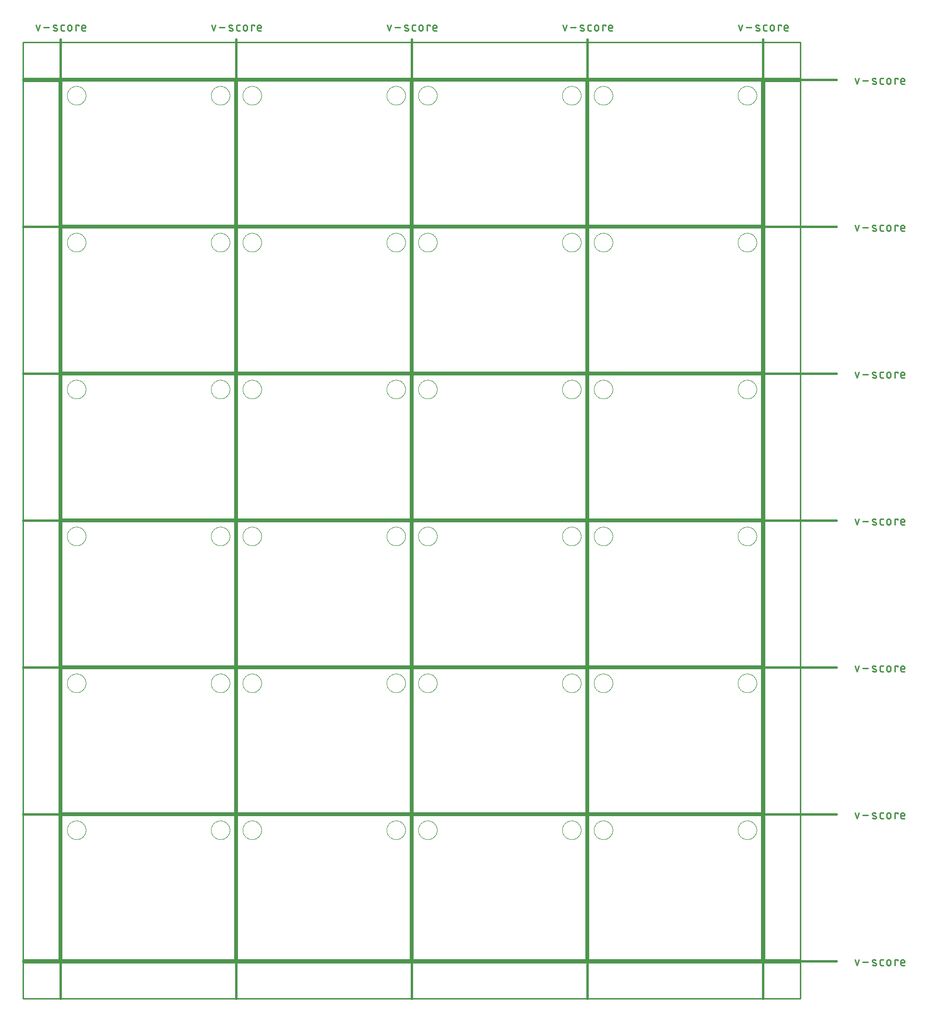
<source format=gko>
G04 EAGLE Gerber RS-274X export*
G75*
%MOMM*%
%FSLAX34Y34*%
%LPD*%
%IN*%
%IPPOS*%
%AMOC8*
5,1,8,0,0,1.08239X$1,22.5*%
G01*
%ADD10C,0.203200*%
%ADD11C,0.381000*%
%ADD12C,0.279400*%
%ADD13C,0.254000*%
%ADD14C,0.000000*%


D10*
X0Y0D02*
X0Y254000D01*
X304800Y254000D01*
X304800Y0D01*
X0Y0D01*
X309880Y0D02*
X309880Y254000D01*
X614680Y254000D01*
X614680Y0D01*
X309880Y0D01*
X619760Y0D02*
X619760Y254000D01*
X924560Y254000D01*
X924560Y0D01*
X619760Y0D01*
X929640Y0D02*
X929640Y254000D01*
X1234440Y254000D01*
X1234440Y0D01*
X929640Y0D01*
X0Y259080D02*
X0Y513080D01*
X304800Y513080D01*
X304800Y259080D01*
X0Y259080D01*
X309880Y259080D02*
X309880Y513080D01*
X614680Y513080D01*
X614680Y259080D01*
X309880Y259080D01*
X619760Y259080D02*
X619760Y513080D01*
X924560Y513080D01*
X924560Y259080D01*
X619760Y259080D01*
X929640Y259080D02*
X929640Y513080D01*
X1234440Y513080D01*
X1234440Y259080D01*
X929640Y259080D01*
X0Y518160D02*
X0Y772160D01*
X304800Y772160D01*
X304800Y518160D01*
X0Y518160D01*
X309880Y518160D02*
X309880Y772160D01*
X614680Y772160D01*
X614680Y518160D01*
X309880Y518160D01*
X619760Y518160D02*
X619760Y772160D01*
X924560Y772160D01*
X924560Y518160D01*
X619760Y518160D01*
X929640Y518160D02*
X929640Y772160D01*
X1234440Y772160D01*
X1234440Y518160D01*
X929640Y518160D01*
X0Y777240D02*
X0Y1031240D01*
X304800Y1031240D01*
X304800Y777240D01*
X0Y777240D01*
X309880Y777240D02*
X309880Y1031240D01*
X614680Y1031240D01*
X614680Y777240D01*
X309880Y777240D01*
X619760Y777240D02*
X619760Y1031240D01*
X924560Y1031240D01*
X924560Y777240D01*
X619760Y777240D01*
X929640Y777240D02*
X929640Y1031240D01*
X1234440Y1031240D01*
X1234440Y777240D01*
X929640Y777240D01*
X0Y1036320D02*
X0Y1290320D01*
X304800Y1290320D01*
X304800Y1036320D01*
X0Y1036320D01*
X309880Y1036320D02*
X309880Y1290320D01*
X614680Y1290320D01*
X614680Y1036320D01*
X309880Y1036320D01*
X619760Y1036320D02*
X619760Y1290320D01*
X924560Y1290320D01*
X924560Y1036320D01*
X619760Y1036320D01*
X929640Y1036320D02*
X929640Y1290320D01*
X1234440Y1290320D01*
X1234440Y1036320D01*
X929640Y1036320D01*
X0Y1295400D02*
X0Y1549400D01*
X304800Y1549400D01*
X304800Y1295400D01*
X0Y1295400D01*
X309880Y1295400D02*
X309880Y1549400D01*
X614680Y1549400D01*
X614680Y1295400D01*
X309880Y1295400D01*
X619760Y1295400D02*
X619760Y1549400D01*
X924560Y1549400D01*
X924560Y1295400D01*
X619760Y1295400D01*
X929640Y1295400D02*
X929640Y1549400D01*
X1234440Y1549400D01*
X1234440Y1295400D01*
X929640Y1295400D01*
D11*
X-2540Y1623060D02*
X-2540Y-68580D01*
D12*
X-42921Y1638427D02*
X-46251Y1648418D01*
X-39590Y1648418D02*
X-42921Y1638427D01*
X-32806Y1644255D02*
X-22815Y1644255D01*
X-14261Y1644255D02*
X-10098Y1642590D01*
X-14261Y1644254D02*
X-14346Y1644290D01*
X-14429Y1644330D01*
X-14510Y1644373D01*
X-14590Y1644420D01*
X-14667Y1644470D01*
X-14743Y1644523D01*
X-14816Y1644579D01*
X-14886Y1644639D01*
X-14954Y1644701D01*
X-15019Y1644766D01*
X-15081Y1644834D01*
X-15141Y1644905D01*
X-15197Y1644978D01*
X-15250Y1645053D01*
X-15300Y1645131D01*
X-15346Y1645210D01*
X-15389Y1645292D01*
X-15429Y1645375D01*
X-15465Y1645460D01*
X-15497Y1645546D01*
X-15526Y1645634D01*
X-15550Y1645723D01*
X-15571Y1645813D01*
X-15588Y1645903D01*
X-15602Y1645994D01*
X-15611Y1646086D01*
X-15616Y1646178D01*
X-15618Y1646270D01*
X-15616Y1646362D01*
X-15609Y1646454D01*
X-15599Y1646546D01*
X-15585Y1646637D01*
X-15567Y1646728D01*
X-15545Y1646817D01*
X-15519Y1646906D01*
X-15489Y1646993D01*
X-15456Y1647079D01*
X-15419Y1647163D01*
X-15379Y1647246D01*
X-15335Y1647327D01*
X-15288Y1647406D01*
X-15237Y1647483D01*
X-15183Y1647558D01*
X-15126Y1647631D01*
X-15066Y1647701D01*
X-15003Y1647768D01*
X-14937Y1647832D01*
X-14869Y1647894D01*
X-14798Y1647953D01*
X-14724Y1648008D01*
X-14648Y1648061D01*
X-14570Y1648110D01*
X-14490Y1648156D01*
X-14409Y1648198D01*
X-14325Y1648237D01*
X-14240Y1648272D01*
X-14153Y1648303D01*
X-14065Y1648331D01*
X-13976Y1648355D01*
X-13886Y1648375D01*
X-13796Y1648392D01*
X-13704Y1648404D01*
X-13612Y1648413D01*
X-13520Y1648417D01*
X-13428Y1648418D01*
X-13201Y1648412D01*
X-12974Y1648401D01*
X-12747Y1648384D01*
X-12521Y1648361D01*
X-12295Y1648334D01*
X-12070Y1648300D01*
X-11846Y1648262D01*
X-11623Y1648218D01*
X-11401Y1648169D01*
X-11180Y1648114D01*
X-10961Y1648054D01*
X-10743Y1647989D01*
X-10527Y1647918D01*
X-10313Y1647843D01*
X-10100Y1647762D01*
X-9890Y1647676D01*
X-9681Y1647585D01*
X-10098Y1642590D02*
X-10013Y1642554D01*
X-9930Y1642514D01*
X-9849Y1642471D01*
X-9769Y1642424D01*
X-9692Y1642374D01*
X-9616Y1642321D01*
X-9543Y1642265D01*
X-9473Y1642205D01*
X-9405Y1642143D01*
X-9340Y1642078D01*
X-9278Y1642010D01*
X-9218Y1641939D01*
X-9162Y1641866D01*
X-9109Y1641791D01*
X-9059Y1641713D01*
X-9013Y1641634D01*
X-8970Y1641552D01*
X-8930Y1641469D01*
X-8894Y1641384D01*
X-8862Y1641298D01*
X-8833Y1641210D01*
X-8809Y1641121D01*
X-8788Y1641031D01*
X-8771Y1640941D01*
X-8757Y1640850D01*
X-8748Y1640758D01*
X-8743Y1640666D01*
X-8741Y1640574D01*
X-8743Y1640482D01*
X-8750Y1640390D01*
X-8760Y1640298D01*
X-8774Y1640207D01*
X-8792Y1640116D01*
X-8814Y1640027D01*
X-8840Y1639938D01*
X-8870Y1639851D01*
X-8903Y1639765D01*
X-8940Y1639681D01*
X-8980Y1639598D01*
X-9024Y1639517D01*
X-9071Y1639438D01*
X-9122Y1639361D01*
X-9176Y1639286D01*
X-9233Y1639213D01*
X-9293Y1639143D01*
X-9356Y1639076D01*
X-9422Y1639012D01*
X-9490Y1638950D01*
X-9561Y1638891D01*
X-9635Y1638836D01*
X-9711Y1638783D01*
X-9789Y1638734D01*
X-9869Y1638688D01*
X-9950Y1638646D01*
X-10034Y1638607D01*
X-10119Y1638572D01*
X-10206Y1638541D01*
X-10294Y1638513D01*
X-10383Y1638489D01*
X-10473Y1638469D01*
X-10563Y1638452D01*
X-10655Y1638440D01*
X-10747Y1638431D01*
X-10839Y1638427D01*
X-10931Y1638426D01*
X-10931Y1638427D02*
X-11265Y1638436D01*
X-11598Y1638453D01*
X-11931Y1638477D01*
X-12264Y1638510D01*
X-12595Y1638550D01*
X-12926Y1638598D01*
X-13255Y1638654D01*
X-13583Y1638717D01*
X-13909Y1638789D01*
X-14233Y1638868D01*
X-14556Y1638954D01*
X-14876Y1639049D01*
X-15194Y1639151D01*
X-15510Y1639260D01*
X562Y1638427D02*
X3892Y1638427D01*
X562Y1638427D02*
X464Y1638429D01*
X366Y1638435D01*
X268Y1638444D01*
X171Y1638458D01*
X75Y1638475D01*
X-21Y1638496D01*
X-116Y1638521D01*
X-210Y1638549D01*
X-303Y1638581D01*
X-394Y1638617D01*
X-484Y1638656D01*
X-572Y1638699D01*
X-659Y1638746D01*
X-743Y1638795D01*
X-826Y1638848D01*
X-906Y1638904D01*
X-985Y1638963D01*
X-1060Y1639026D01*
X-1134Y1639091D01*
X-1204Y1639159D01*
X-1272Y1639229D01*
X-1338Y1639303D01*
X-1400Y1639379D01*
X-1459Y1639457D01*
X-1515Y1639537D01*
X-1568Y1639620D01*
X-1618Y1639704D01*
X-1664Y1639791D01*
X-1707Y1639879D01*
X-1746Y1639969D01*
X-1782Y1640060D01*
X-1814Y1640153D01*
X-1842Y1640247D01*
X-1867Y1640342D01*
X-1888Y1640438D01*
X-1905Y1640534D01*
X-1919Y1640631D01*
X-1928Y1640729D01*
X-1934Y1640827D01*
X-1936Y1640925D01*
X-1936Y1645920D01*
X-1934Y1646018D01*
X-1928Y1646116D01*
X-1919Y1646214D01*
X-1905Y1646311D01*
X-1888Y1646407D01*
X-1867Y1646503D01*
X-1842Y1646598D01*
X-1814Y1646692D01*
X-1782Y1646785D01*
X-1746Y1646876D01*
X-1707Y1646966D01*
X-1664Y1647054D01*
X-1617Y1647141D01*
X-1568Y1647225D01*
X-1515Y1647308D01*
X-1459Y1647388D01*
X-1400Y1647466D01*
X-1337Y1647542D01*
X-1272Y1647616D01*
X-1204Y1647686D01*
X-1134Y1647754D01*
X-1060Y1647819D01*
X-984Y1647882D01*
X-906Y1647941D01*
X-826Y1647997D01*
X-743Y1648050D01*
X-659Y1648099D01*
X-572Y1648146D01*
X-484Y1648189D01*
X-394Y1648228D01*
X-303Y1648264D01*
X-210Y1648296D01*
X-116Y1648324D01*
X-21Y1648349D01*
X75Y1648370D01*
X171Y1648387D01*
X268Y1648401D01*
X366Y1648410D01*
X464Y1648416D01*
X562Y1648418D01*
X3892Y1648418D01*
X10022Y1645087D02*
X10022Y1641757D01*
X10022Y1645087D02*
X10024Y1645201D01*
X10030Y1645314D01*
X10039Y1645428D01*
X10053Y1645540D01*
X10070Y1645653D01*
X10092Y1645765D01*
X10117Y1645875D01*
X10145Y1645985D01*
X10178Y1646094D01*
X10214Y1646202D01*
X10254Y1646309D01*
X10298Y1646414D01*
X10345Y1646517D01*
X10395Y1646619D01*
X10449Y1646719D01*
X10507Y1646817D01*
X10568Y1646913D01*
X10631Y1647007D01*
X10699Y1647099D01*
X10769Y1647189D01*
X10842Y1647275D01*
X10918Y1647360D01*
X10997Y1647442D01*
X11079Y1647521D01*
X11164Y1647597D01*
X11250Y1647670D01*
X11340Y1647740D01*
X11432Y1647808D01*
X11526Y1647871D01*
X11622Y1647932D01*
X11720Y1647990D01*
X11820Y1648044D01*
X11922Y1648094D01*
X12025Y1648141D01*
X12130Y1648185D01*
X12237Y1648225D01*
X12345Y1648261D01*
X12454Y1648294D01*
X12564Y1648322D01*
X12674Y1648347D01*
X12786Y1648369D01*
X12899Y1648386D01*
X13011Y1648400D01*
X13125Y1648409D01*
X13238Y1648415D01*
X13352Y1648417D01*
X13466Y1648415D01*
X13579Y1648409D01*
X13693Y1648400D01*
X13805Y1648386D01*
X13918Y1648369D01*
X14030Y1648347D01*
X14140Y1648322D01*
X14250Y1648294D01*
X14359Y1648261D01*
X14467Y1648225D01*
X14574Y1648185D01*
X14679Y1648141D01*
X14782Y1648094D01*
X14884Y1648044D01*
X14984Y1647990D01*
X15082Y1647932D01*
X15178Y1647871D01*
X15272Y1647808D01*
X15364Y1647740D01*
X15454Y1647670D01*
X15540Y1647597D01*
X15625Y1647521D01*
X15707Y1647442D01*
X15786Y1647360D01*
X15862Y1647275D01*
X15935Y1647189D01*
X16005Y1647099D01*
X16073Y1647007D01*
X16136Y1646913D01*
X16197Y1646817D01*
X16255Y1646719D01*
X16309Y1646619D01*
X16359Y1646517D01*
X16406Y1646414D01*
X16450Y1646309D01*
X16490Y1646202D01*
X16526Y1646094D01*
X16559Y1645985D01*
X16587Y1645875D01*
X16612Y1645765D01*
X16634Y1645653D01*
X16651Y1645540D01*
X16665Y1645428D01*
X16674Y1645314D01*
X16680Y1645201D01*
X16682Y1645087D01*
X16682Y1641757D01*
X16680Y1641643D01*
X16674Y1641530D01*
X16665Y1641416D01*
X16651Y1641304D01*
X16634Y1641191D01*
X16612Y1641079D01*
X16587Y1640969D01*
X16559Y1640859D01*
X16526Y1640750D01*
X16490Y1640642D01*
X16450Y1640535D01*
X16406Y1640430D01*
X16359Y1640327D01*
X16309Y1640225D01*
X16255Y1640125D01*
X16197Y1640027D01*
X16136Y1639931D01*
X16073Y1639837D01*
X16005Y1639745D01*
X15935Y1639655D01*
X15862Y1639569D01*
X15786Y1639484D01*
X15707Y1639402D01*
X15625Y1639323D01*
X15540Y1639247D01*
X15454Y1639174D01*
X15364Y1639104D01*
X15272Y1639036D01*
X15178Y1638973D01*
X15082Y1638912D01*
X14984Y1638854D01*
X14884Y1638800D01*
X14782Y1638750D01*
X14679Y1638703D01*
X14574Y1638659D01*
X14467Y1638619D01*
X14359Y1638583D01*
X14250Y1638550D01*
X14140Y1638522D01*
X14030Y1638497D01*
X13918Y1638475D01*
X13805Y1638458D01*
X13693Y1638444D01*
X13579Y1638435D01*
X13466Y1638429D01*
X13352Y1638427D01*
X13238Y1638429D01*
X13125Y1638435D01*
X13011Y1638444D01*
X12899Y1638458D01*
X12786Y1638475D01*
X12674Y1638497D01*
X12564Y1638522D01*
X12454Y1638550D01*
X12345Y1638583D01*
X12237Y1638619D01*
X12130Y1638659D01*
X12025Y1638703D01*
X11922Y1638750D01*
X11820Y1638800D01*
X11720Y1638854D01*
X11622Y1638912D01*
X11526Y1638973D01*
X11432Y1639036D01*
X11340Y1639104D01*
X11250Y1639174D01*
X11164Y1639247D01*
X11079Y1639323D01*
X10997Y1639402D01*
X10918Y1639484D01*
X10842Y1639569D01*
X10769Y1639655D01*
X10699Y1639745D01*
X10631Y1639837D01*
X10568Y1639931D01*
X10507Y1640027D01*
X10449Y1640125D01*
X10395Y1640225D01*
X10345Y1640327D01*
X10298Y1640430D01*
X10254Y1640535D01*
X10214Y1640642D01*
X10178Y1640750D01*
X10145Y1640859D01*
X10117Y1640969D01*
X10092Y1641079D01*
X10070Y1641191D01*
X10053Y1641304D01*
X10039Y1641416D01*
X10030Y1641530D01*
X10024Y1641643D01*
X10022Y1641757D01*
X24218Y1638427D02*
X24218Y1648418D01*
X29213Y1648418D01*
X29213Y1646753D01*
X37008Y1638427D02*
X41171Y1638427D01*
X37008Y1638427D02*
X36910Y1638429D01*
X36812Y1638435D01*
X36714Y1638444D01*
X36617Y1638458D01*
X36521Y1638475D01*
X36425Y1638496D01*
X36330Y1638521D01*
X36236Y1638549D01*
X36143Y1638581D01*
X36052Y1638617D01*
X35962Y1638656D01*
X35874Y1638699D01*
X35787Y1638746D01*
X35703Y1638795D01*
X35620Y1638848D01*
X35540Y1638904D01*
X35462Y1638963D01*
X35386Y1639026D01*
X35312Y1639091D01*
X35242Y1639159D01*
X35174Y1639229D01*
X35109Y1639303D01*
X35046Y1639379D01*
X34987Y1639457D01*
X34931Y1639537D01*
X34878Y1639620D01*
X34829Y1639704D01*
X34782Y1639791D01*
X34739Y1639879D01*
X34700Y1639969D01*
X34664Y1640060D01*
X34632Y1640153D01*
X34604Y1640247D01*
X34579Y1640342D01*
X34558Y1640438D01*
X34541Y1640534D01*
X34527Y1640631D01*
X34518Y1640729D01*
X34512Y1640827D01*
X34510Y1640925D01*
X34510Y1645087D01*
X34511Y1645087D02*
X34513Y1645201D01*
X34519Y1645314D01*
X34528Y1645428D01*
X34542Y1645540D01*
X34559Y1645653D01*
X34581Y1645765D01*
X34606Y1645875D01*
X34634Y1645985D01*
X34667Y1646094D01*
X34703Y1646202D01*
X34743Y1646309D01*
X34787Y1646414D01*
X34834Y1646517D01*
X34884Y1646619D01*
X34938Y1646719D01*
X34996Y1646817D01*
X35057Y1646913D01*
X35120Y1647007D01*
X35188Y1647099D01*
X35258Y1647189D01*
X35331Y1647275D01*
X35407Y1647360D01*
X35486Y1647442D01*
X35568Y1647521D01*
X35653Y1647597D01*
X35739Y1647670D01*
X35829Y1647740D01*
X35921Y1647808D01*
X36015Y1647871D01*
X36111Y1647932D01*
X36209Y1647990D01*
X36309Y1648044D01*
X36411Y1648094D01*
X36514Y1648141D01*
X36619Y1648185D01*
X36726Y1648225D01*
X36834Y1648261D01*
X36943Y1648294D01*
X37053Y1648322D01*
X37163Y1648347D01*
X37275Y1648369D01*
X37388Y1648386D01*
X37500Y1648400D01*
X37614Y1648409D01*
X37727Y1648415D01*
X37841Y1648417D01*
X37955Y1648415D01*
X38068Y1648409D01*
X38182Y1648400D01*
X38294Y1648386D01*
X38407Y1648369D01*
X38519Y1648347D01*
X38629Y1648322D01*
X38739Y1648294D01*
X38848Y1648261D01*
X38956Y1648225D01*
X39063Y1648185D01*
X39168Y1648141D01*
X39271Y1648094D01*
X39373Y1648044D01*
X39473Y1647990D01*
X39571Y1647932D01*
X39667Y1647871D01*
X39761Y1647808D01*
X39853Y1647740D01*
X39943Y1647670D01*
X40029Y1647597D01*
X40114Y1647521D01*
X40196Y1647442D01*
X40275Y1647360D01*
X40351Y1647275D01*
X40424Y1647189D01*
X40494Y1647099D01*
X40562Y1647007D01*
X40625Y1646913D01*
X40686Y1646817D01*
X40744Y1646719D01*
X40798Y1646619D01*
X40848Y1646517D01*
X40895Y1646414D01*
X40939Y1646309D01*
X40979Y1646202D01*
X41015Y1646094D01*
X41048Y1645985D01*
X41076Y1645875D01*
X41101Y1645765D01*
X41123Y1645653D01*
X41140Y1645540D01*
X41154Y1645428D01*
X41163Y1645314D01*
X41169Y1645201D01*
X41171Y1645087D01*
X41171Y1643422D01*
X34510Y1643422D01*
D11*
X307340Y1623060D02*
X307340Y-68580D01*
D12*
X266959Y1638427D02*
X263629Y1648418D01*
X270290Y1648418D02*
X266959Y1638427D01*
X277074Y1644255D02*
X287065Y1644255D01*
X295619Y1644255D02*
X299782Y1642590D01*
X295619Y1644254D02*
X295534Y1644290D01*
X295451Y1644330D01*
X295370Y1644373D01*
X295290Y1644420D01*
X295213Y1644470D01*
X295137Y1644523D01*
X295064Y1644579D01*
X294994Y1644639D01*
X294926Y1644701D01*
X294861Y1644766D01*
X294799Y1644834D01*
X294739Y1644905D01*
X294683Y1644978D01*
X294630Y1645053D01*
X294580Y1645131D01*
X294534Y1645210D01*
X294491Y1645292D01*
X294451Y1645375D01*
X294415Y1645460D01*
X294383Y1645546D01*
X294354Y1645634D01*
X294330Y1645723D01*
X294309Y1645813D01*
X294292Y1645903D01*
X294278Y1645994D01*
X294269Y1646086D01*
X294264Y1646178D01*
X294262Y1646270D01*
X294264Y1646362D01*
X294271Y1646454D01*
X294281Y1646546D01*
X294295Y1646637D01*
X294313Y1646728D01*
X294335Y1646817D01*
X294361Y1646906D01*
X294391Y1646993D01*
X294424Y1647079D01*
X294461Y1647163D01*
X294501Y1647246D01*
X294545Y1647327D01*
X294592Y1647406D01*
X294643Y1647483D01*
X294697Y1647558D01*
X294754Y1647631D01*
X294814Y1647701D01*
X294877Y1647768D01*
X294943Y1647832D01*
X295011Y1647894D01*
X295082Y1647953D01*
X295156Y1648008D01*
X295232Y1648061D01*
X295310Y1648110D01*
X295390Y1648156D01*
X295471Y1648198D01*
X295555Y1648237D01*
X295640Y1648272D01*
X295727Y1648303D01*
X295815Y1648331D01*
X295904Y1648355D01*
X295994Y1648375D01*
X296084Y1648392D01*
X296176Y1648404D01*
X296268Y1648413D01*
X296360Y1648417D01*
X296452Y1648418D01*
X296679Y1648412D01*
X296906Y1648401D01*
X297133Y1648384D01*
X297359Y1648361D01*
X297585Y1648334D01*
X297810Y1648300D01*
X298034Y1648262D01*
X298257Y1648218D01*
X298479Y1648169D01*
X298700Y1648114D01*
X298919Y1648054D01*
X299137Y1647989D01*
X299353Y1647918D01*
X299567Y1647843D01*
X299780Y1647762D01*
X299990Y1647676D01*
X300199Y1647585D01*
X299782Y1642590D02*
X299867Y1642554D01*
X299950Y1642514D01*
X300031Y1642471D01*
X300111Y1642424D01*
X300188Y1642374D01*
X300264Y1642321D01*
X300337Y1642265D01*
X300407Y1642205D01*
X300475Y1642143D01*
X300540Y1642078D01*
X300602Y1642010D01*
X300662Y1641939D01*
X300718Y1641866D01*
X300771Y1641791D01*
X300821Y1641713D01*
X300867Y1641634D01*
X300910Y1641552D01*
X300950Y1641469D01*
X300986Y1641384D01*
X301018Y1641298D01*
X301047Y1641210D01*
X301071Y1641121D01*
X301092Y1641031D01*
X301109Y1640941D01*
X301123Y1640850D01*
X301132Y1640758D01*
X301137Y1640666D01*
X301139Y1640574D01*
X301137Y1640482D01*
X301130Y1640390D01*
X301120Y1640298D01*
X301106Y1640207D01*
X301088Y1640116D01*
X301066Y1640027D01*
X301040Y1639938D01*
X301010Y1639851D01*
X300977Y1639765D01*
X300940Y1639681D01*
X300900Y1639598D01*
X300856Y1639517D01*
X300809Y1639438D01*
X300758Y1639361D01*
X300704Y1639286D01*
X300647Y1639213D01*
X300587Y1639143D01*
X300524Y1639076D01*
X300458Y1639012D01*
X300390Y1638950D01*
X300319Y1638891D01*
X300245Y1638836D01*
X300169Y1638783D01*
X300091Y1638734D01*
X300011Y1638688D01*
X299930Y1638646D01*
X299846Y1638607D01*
X299761Y1638572D01*
X299674Y1638541D01*
X299586Y1638513D01*
X299497Y1638489D01*
X299407Y1638469D01*
X299317Y1638452D01*
X299225Y1638440D01*
X299133Y1638431D01*
X299041Y1638427D01*
X298949Y1638426D01*
X298949Y1638427D02*
X298615Y1638436D01*
X298282Y1638453D01*
X297949Y1638477D01*
X297616Y1638510D01*
X297285Y1638550D01*
X296954Y1638598D01*
X296625Y1638654D01*
X296297Y1638717D01*
X295971Y1638789D01*
X295647Y1638868D01*
X295324Y1638954D01*
X295004Y1639049D01*
X294686Y1639151D01*
X294370Y1639260D01*
X310442Y1638427D02*
X313772Y1638427D01*
X310442Y1638427D02*
X310344Y1638429D01*
X310246Y1638435D01*
X310148Y1638444D01*
X310051Y1638458D01*
X309955Y1638475D01*
X309859Y1638496D01*
X309764Y1638521D01*
X309670Y1638549D01*
X309577Y1638581D01*
X309486Y1638617D01*
X309396Y1638656D01*
X309308Y1638699D01*
X309221Y1638746D01*
X309137Y1638795D01*
X309054Y1638848D01*
X308974Y1638904D01*
X308896Y1638963D01*
X308820Y1639026D01*
X308746Y1639091D01*
X308676Y1639159D01*
X308608Y1639229D01*
X308543Y1639303D01*
X308480Y1639379D01*
X308421Y1639457D01*
X308365Y1639537D01*
X308312Y1639620D01*
X308263Y1639704D01*
X308216Y1639791D01*
X308173Y1639879D01*
X308134Y1639969D01*
X308098Y1640060D01*
X308066Y1640153D01*
X308038Y1640247D01*
X308013Y1640342D01*
X307992Y1640438D01*
X307975Y1640534D01*
X307961Y1640631D01*
X307952Y1640729D01*
X307946Y1640827D01*
X307944Y1640925D01*
X307944Y1645920D01*
X307946Y1646018D01*
X307952Y1646116D01*
X307961Y1646214D01*
X307975Y1646311D01*
X307992Y1646407D01*
X308013Y1646503D01*
X308038Y1646598D01*
X308066Y1646692D01*
X308098Y1646785D01*
X308134Y1646876D01*
X308173Y1646966D01*
X308216Y1647054D01*
X308263Y1647141D01*
X308312Y1647225D01*
X308365Y1647308D01*
X308421Y1647388D01*
X308480Y1647467D01*
X308543Y1647542D01*
X308608Y1647616D01*
X308676Y1647686D01*
X308746Y1647754D01*
X308820Y1647820D01*
X308896Y1647882D01*
X308974Y1647941D01*
X309054Y1647997D01*
X309137Y1648050D01*
X309221Y1648100D01*
X309308Y1648146D01*
X309396Y1648189D01*
X309486Y1648228D01*
X309577Y1648264D01*
X309670Y1648296D01*
X309764Y1648324D01*
X309859Y1648349D01*
X309955Y1648370D01*
X310051Y1648387D01*
X310148Y1648401D01*
X310246Y1648410D01*
X310344Y1648416D01*
X310442Y1648418D01*
X313772Y1648418D01*
X319902Y1645087D02*
X319902Y1641757D01*
X319902Y1645087D02*
X319904Y1645201D01*
X319910Y1645314D01*
X319919Y1645428D01*
X319933Y1645540D01*
X319950Y1645653D01*
X319972Y1645765D01*
X319997Y1645875D01*
X320025Y1645985D01*
X320058Y1646094D01*
X320094Y1646202D01*
X320134Y1646309D01*
X320178Y1646414D01*
X320225Y1646517D01*
X320275Y1646619D01*
X320329Y1646719D01*
X320387Y1646817D01*
X320448Y1646913D01*
X320511Y1647007D01*
X320579Y1647099D01*
X320649Y1647189D01*
X320722Y1647275D01*
X320798Y1647360D01*
X320877Y1647442D01*
X320959Y1647521D01*
X321044Y1647597D01*
X321130Y1647670D01*
X321220Y1647740D01*
X321312Y1647808D01*
X321406Y1647871D01*
X321502Y1647932D01*
X321600Y1647990D01*
X321700Y1648044D01*
X321802Y1648094D01*
X321905Y1648141D01*
X322010Y1648185D01*
X322117Y1648225D01*
X322225Y1648261D01*
X322334Y1648294D01*
X322444Y1648322D01*
X322554Y1648347D01*
X322666Y1648369D01*
X322779Y1648386D01*
X322891Y1648400D01*
X323005Y1648409D01*
X323118Y1648415D01*
X323232Y1648417D01*
X323346Y1648415D01*
X323459Y1648409D01*
X323573Y1648400D01*
X323685Y1648386D01*
X323798Y1648369D01*
X323910Y1648347D01*
X324020Y1648322D01*
X324130Y1648294D01*
X324239Y1648261D01*
X324347Y1648225D01*
X324454Y1648185D01*
X324559Y1648141D01*
X324662Y1648094D01*
X324764Y1648044D01*
X324864Y1647990D01*
X324962Y1647932D01*
X325058Y1647871D01*
X325152Y1647808D01*
X325244Y1647740D01*
X325334Y1647670D01*
X325420Y1647597D01*
X325505Y1647521D01*
X325587Y1647442D01*
X325666Y1647360D01*
X325742Y1647275D01*
X325815Y1647189D01*
X325885Y1647099D01*
X325953Y1647007D01*
X326016Y1646913D01*
X326077Y1646817D01*
X326135Y1646719D01*
X326189Y1646619D01*
X326239Y1646517D01*
X326286Y1646414D01*
X326330Y1646309D01*
X326370Y1646202D01*
X326406Y1646094D01*
X326439Y1645985D01*
X326467Y1645875D01*
X326492Y1645765D01*
X326514Y1645653D01*
X326531Y1645540D01*
X326545Y1645428D01*
X326554Y1645314D01*
X326560Y1645201D01*
X326562Y1645087D01*
X326562Y1641757D01*
X326560Y1641643D01*
X326554Y1641530D01*
X326545Y1641416D01*
X326531Y1641304D01*
X326514Y1641191D01*
X326492Y1641079D01*
X326467Y1640969D01*
X326439Y1640859D01*
X326406Y1640750D01*
X326370Y1640642D01*
X326330Y1640535D01*
X326286Y1640430D01*
X326239Y1640327D01*
X326189Y1640225D01*
X326135Y1640125D01*
X326077Y1640027D01*
X326016Y1639931D01*
X325953Y1639837D01*
X325885Y1639745D01*
X325815Y1639655D01*
X325742Y1639569D01*
X325666Y1639484D01*
X325587Y1639402D01*
X325505Y1639323D01*
X325420Y1639247D01*
X325334Y1639174D01*
X325244Y1639104D01*
X325152Y1639036D01*
X325058Y1638973D01*
X324962Y1638912D01*
X324864Y1638854D01*
X324764Y1638800D01*
X324662Y1638750D01*
X324559Y1638703D01*
X324454Y1638659D01*
X324347Y1638619D01*
X324239Y1638583D01*
X324130Y1638550D01*
X324020Y1638522D01*
X323910Y1638497D01*
X323798Y1638475D01*
X323685Y1638458D01*
X323573Y1638444D01*
X323459Y1638435D01*
X323346Y1638429D01*
X323232Y1638427D01*
X323118Y1638429D01*
X323005Y1638435D01*
X322891Y1638444D01*
X322779Y1638458D01*
X322666Y1638475D01*
X322554Y1638497D01*
X322444Y1638522D01*
X322334Y1638550D01*
X322225Y1638583D01*
X322117Y1638619D01*
X322010Y1638659D01*
X321905Y1638703D01*
X321802Y1638750D01*
X321700Y1638800D01*
X321600Y1638854D01*
X321502Y1638912D01*
X321406Y1638973D01*
X321312Y1639036D01*
X321220Y1639104D01*
X321130Y1639174D01*
X321044Y1639247D01*
X320959Y1639323D01*
X320877Y1639402D01*
X320798Y1639484D01*
X320722Y1639569D01*
X320649Y1639655D01*
X320579Y1639745D01*
X320511Y1639837D01*
X320448Y1639931D01*
X320387Y1640027D01*
X320329Y1640125D01*
X320275Y1640225D01*
X320225Y1640327D01*
X320178Y1640430D01*
X320134Y1640535D01*
X320094Y1640642D01*
X320058Y1640750D01*
X320025Y1640859D01*
X319997Y1640969D01*
X319972Y1641079D01*
X319950Y1641191D01*
X319933Y1641304D01*
X319919Y1641416D01*
X319910Y1641530D01*
X319904Y1641643D01*
X319902Y1641757D01*
X334098Y1638427D02*
X334098Y1648418D01*
X339093Y1648418D01*
X339093Y1646753D01*
X346888Y1638427D02*
X351051Y1638427D01*
X346888Y1638427D02*
X346790Y1638429D01*
X346692Y1638435D01*
X346594Y1638444D01*
X346497Y1638458D01*
X346401Y1638475D01*
X346305Y1638496D01*
X346210Y1638521D01*
X346116Y1638549D01*
X346023Y1638581D01*
X345932Y1638617D01*
X345842Y1638656D01*
X345754Y1638699D01*
X345667Y1638746D01*
X345583Y1638795D01*
X345500Y1638848D01*
X345420Y1638904D01*
X345342Y1638963D01*
X345266Y1639026D01*
X345192Y1639091D01*
X345122Y1639159D01*
X345054Y1639229D01*
X344989Y1639303D01*
X344926Y1639379D01*
X344867Y1639457D01*
X344811Y1639537D01*
X344758Y1639620D01*
X344709Y1639704D01*
X344662Y1639791D01*
X344619Y1639879D01*
X344580Y1639969D01*
X344544Y1640060D01*
X344512Y1640153D01*
X344484Y1640247D01*
X344459Y1640342D01*
X344438Y1640438D01*
X344421Y1640534D01*
X344407Y1640631D01*
X344398Y1640729D01*
X344392Y1640827D01*
X344390Y1640925D01*
X344390Y1645087D01*
X344391Y1645087D02*
X344393Y1645201D01*
X344399Y1645314D01*
X344408Y1645428D01*
X344422Y1645540D01*
X344439Y1645653D01*
X344461Y1645765D01*
X344486Y1645875D01*
X344514Y1645985D01*
X344547Y1646094D01*
X344583Y1646202D01*
X344623Y1646309D01*
X344667Y1646414D01*
X344714Y1646517D01*
X344764Y1646619D01*
X344818Y1646719D01*
X344876Y1646817D01*
X344937Y1646913D01*
X345000Y1647007D01*
X345068Y1647099D01*
X345138Y1647189D01*
X345211Y1647275D01*
X345287Y1647360D01*
X345366Y1647442D01*
X345448Y1647521D01*
X345533Y1647597D01*
X345619Y1647670D01*
X345709Y1647740D01*
X345801Y1647808D01*
X345895Y1647871D01*
X345991Y1647932D01*
X346089Y1647990D01*
X346189Y1648044D01*
X346291Y1648094D01*
X346394Y1648141D01*
X346499Y1648185D01*
X346606Y1648225D01*
X346714Y1648261D01*
X346823Y1648294D01*
X346933Y1648322D01*
X347043Y1648347D01*
X347155Y1648369D01*
X347268Y1648386D01*
X347380Y1648400D01*
X347494Y1648409D01*
X347607Y1648415D01*
X347721Y1648417D01*
X347835Y1648415D01*
X347948Y1648409D01*
X348062Y1648400D01*
X348174Y1648386D01*
X348287Y1648369D01*
X348399Y1648347D01*
X348509Y1648322D01*
X348619Y1648294D01*
X348728Y1648261D01*
X348836Y1648225D01*
X348943Y1648185D01*
X349048Y1648141D01*
X349151Y1648094D01*
X349253Y1648044D01*
X349353Y1647990D01*
X349451Y1647932D01*
X349547Y1647871D01*
X349641Y1647808D01*
X349733Y1647740D01*
X349823Y1647670D01*
X349909Y1647597D01*
X349994Y1647521D01*
X350076Y1647442D01*
X350155Y1647360D01*
X350231Y1647275D01*
X350304Y1647189D01*
X350374Y1647099D01*
X350442Y1647007D01*
X350505Y1646913D01*
X350566Y1646817D01*
X350624Y1646719D01*
X350678Y1646619D01*
X350728Y1646517D01*
X350775Y1646414D01*
X350819Y1646309D01*
X350859Y1646202D01*
X350895Y1646094D01*
X350928Y1645985D01*
X350956Y1645875D01*
X350981Y1645765D01*
X351003Y1645653D01*
X351020Y1645540D01*
X351034Y1645428D01*
X351043Y1645314D01*
X351049Y1645201D01*
X351051Y1645087D01*
X351051Y1643422D01*
X344390Y1643422D01*
D11*
X617220Y1623060D02*
X617220Y-68580D01*
D12*
X576839Y1638427D02*
X573509Y1648418D01*
X580170Y1648418D02*
X576839Y1638427D01*
X586954Y1644255D02*
X596945Y1644255D01*
X605499Y1644255D02*
X609662Y1642590D01*
X605499Y1644254D02*
X605414Y1644290D01*
X605331Y1644330D01*
X605250Y1644373D01*
X605170Y1644420D01*
X605093Y1644470D01*
X605017Y1644523D01*
X604944Y1644579D01*
X604874Y1644639D01*
X604806Y1644701D01*
X604741Y1644766D01*
X604679Y1644834D01*
X604619Y1644905D01*
X604563Y1644978D01*
X604510Y1645053D01*
X604460Y1645131D01*
X604414Y1645210D01*
X604371Y1645292D01*
X604331Y1645375D01*
X604295Y1645460D01*
X604263Y1645546D01*
X604234Y1645634D01*
X604210Y1645723D01*
X604189Y1645813D01*
X604172Y1645903D01*
X604158Y1645994D01*
X604149Y1646086D01*
X604144Y1646178D01*
X604142Y1646270D01*
X604144Y1646362D01*
X604151Y1646454D01*
X604161Y1646546D01*
X604175Y1646637D01*
X604193Y1646728D01*
X604215Y1646817D01*
X604241Y1646906D01*
X604271Y1646993D01*
X604304Y1647079D01*
X604341Y1647163D01*
X604381Y1647246D01*
X604425Y1647327D01*
X604472Y1647406D01*
X604523Y1647483D01*
X604577Y1647558D01*
X604634Y1647631D01*
X604694Y1647701D01*
X604757Y1647768D01*
X604823Y1647832D01*
X604891Y1647894D01*
X604962Y1647953D01*
X605036Y1648008D01*
X605112Y1648061D01*
X605190Y1648110D01*
X605270Y1648156D01*
X605351Y1648198D01*
X605435Y1648237D01*
X605520Y1648272D01*
X605607Y1648303D01*
X605695Y1648331D01*
X605784Y1648355D01*
X605874Y1648375D01*
X605964Y1648392D01*
X606056Y1648404D01*
X606148Y1648413D01*
X606240Y1648417D01*
X606332Y1648418D01*
X606559Y1648412D01*
X606786Y1648401D01*
X607013Y1648384D01*
X607239Y1648361D01*
X607465Y1648334D01*
X607690Y1648300D01*
X607914Y1648262D01*
X608137Y1648218D01*
X608359Y1648169D01*
X608580Y1648114D01*
X608799Y1648054D01*
X609017Y1647989D01*
X609233Y1647918D01*
X609447Y1647843D01*
X609660Y1647762D01*
X609870Y1647676D01*
X610079Y1647585D01*
X609662Y1642590D02*
X609747Y1642554D01*
X609830Y1642514D01*
X609911Y1642471D01*
X609991Y1642424D01*
X610068Y1642374D01*
X610144Y1642321D01*
X610217Y1642265D01*
X610287Y1642205D01*
X610355Y1642143D01*
X610420Y1642078D01*
X610482Y1642010D01*
X610542Y1641939D01*
X610598Y1641866D01*
X610651Y1641791D01*
X610701Y1641713D01*
X610747Y1641634D01*
X610790Y1641552D01*
X610830Y1641469D01*
X610866Y1641384D01*
X610898Y1641298D01*
X610927Y1641210D01*
X610951Y1641121D01*
X610972Y1641031D01*
X610989Y1640941D01*
X611003Y1640850D01*
X611012Y1640758D01*
X611017Y1640666D01*
X611019Y1640574D01*
X611017Y1640482D01*
X611010Y1640390D01*
X611000Y1640298D01*
X610986Y1640207D01*
X610968Y1640116D01*
X610946Y1640027D01*
X610920Y1639938D01*
X610890Y1639851D01*
X610857Y1639765D01*
X610820Y1639681D01*
X610780Y1639598D01*
X610736Y1639517D01*
X610689Y1639438D01*
X610638Y1639361D01*
X610584Y1639286D01*
X610527Y1639213D01*
X610467Y1639143D01*
X610404Y1639076D01*
X610338Y1639012D01*
X610270Y1638950D01*
X610199Y1638891D01*
X610125Y1638836D01*
X610049Y1638783D01*
X609971Y1638734D01*
X609891Y1638688D01*
X609810Y1638646D01*
X609726Y1638607D01*
X609641Y1638572D01*
X609554Y1638541D01*
X609466Y1638513D01*
X609377Y1638489D01*
X609287Y1638469D01*
X609197Y1638452D01*
X609105Y1638440D01*
X609013Y1638431D01*
X608921Y1638427D01*
X608829Y1638426D01*
X608829Y1638427D02*
X608495Y1638436D01*
X608162Y1638453D01*
X607829Y1638477D01*
X607496Y1638510D01*
X607165Y1638550D01*
X606834Y1638598D01*
X606505Y1638654D01*
X606177Y1638717D01*
X605851Y1638789D01*
X605527Y1638868D01*
X605204Y1638954D01*
X604884Y1639049D01*
X604566Y1639151D01*
X604250Y1639260D01*
X620322Y1638427D02*
X623652Y1638427D01*
X620322Y1638427D02*
X620224Y1638429D01*
X620126Y1638435D01*
X620028Y1638444D01*
X619931Y1638458D01*
X619835Y1638475D01*
X619739Y1638496D01*
X619644Y1638521D01*
X619550Y1638549D01*
X619457Y1638581D01*
X619366Y1638617D01*
X619276Y1638656D01*
X619188Y1638699D01*
X619101Y1638746D01*
X619017Y1638795D01*
X618934Y1638848D01*
X618854Y1638904D01*
X618776Y1638963D01*
X618700Y1639026D01*
X618626Y1639091D01*
X618556Y1639159D01*
X618488Y1639229D01*
X618423Y1639303D01*
X618360Y1639379D01*
X618301Y1639457D01*
X618245Y1639537D01*
X618192Y1639620D01*
X618143Y1639704D01*
X618096Y1639791D01*
X618053Y1639879D01*
X618014Y1639969D01*
X617978Y1640060D01*
X617946Y1640153D01*
X617918Y1640247D01*
X617893Y1640342D01*
X617872Y1640438D01*
X617855Y1640534D01*
X617841Y1640631D01*
X617832Y1640729D01*
X617826Y1640827D01*
X617824Y1640925D01*
X617824Y1645920D01*
X617826Y1646018D01*
X617832Y1646116D01*
X617841Y1646214D01*
X617855Y1646311D01*
X617872Y1646407D01*
X617893Y1646503D01*
X617918Y1646598D01*
X617946Y1646692D01*
X617978Y1646785D01*
X618014Y1646876D01*
X618053Y1646966D01*
X618096Y1647054D01*
X618143Y1647141D01*
X618192Y1647225D01*
X618245Y1647308D01*
X618301Y1647388D01*
X618360Y1647467D01*
X618423Y1647542D01*
X618488Y1647616D01*
X618556Y1647686D01*
X618626Y1647754D01*
X618700Y1647820D01*
X618776Y1647882D01*
X618854Y1647941D01*
X618934Y1647997D01*
X619017Y1648050D01*
X619101Y1648100D01*
X619188Y1648146D01*
X619276Y1648189D01*
X619366Y1648228D01*
X619457Y1648264D01*
X619550Y1648296D01*
X619644Y1648324D01*
X619739Y1648349D01*
X619835Y1648370D01*
X619931Y1648387D01*
X620028Y1648401D01*
X620126Y1648410D01*
X620224Y1648416D01*
X620322Y1648418D01*
X623652Y1648418D01*
X629782Y1645087D02*
X629782Y1641757D01*
X629782Y1645087D02*
X629784Y1645201D01*
X629790Y1645314D01*
X629799Y1645428D01*
X629813Y1645540D01*
X629830Y1645653D01*
X629852Y1645765D01*
X629877Y1645875D01*
X629905Y1645985D01*
X629938Y1646094D01*
X629974Y1646202D01*
X630014Y1646309D01*
X630058Y1646414D01*
X630105Y1646517D01*
X630155Y1646619D01*
X630209Y1646719D01*
X630267Y1646817D01*
X630328Y1646913D01*
X630391Y1647007D01*
X630459Y1647099D01*
X630529Y1647189D01*
X630602Y1647275D01*
X630678Y1647360D01*
X630757Y1647442D01*
X630839Y1647521D01*
X630924Y1647597D01*
X631010Y1647670D01*
X631100Y1647740D01*
X631192Y1647808D01*
X631286Y1647871D01*
X631382Y1647932D01*
X631480Y1647990D01*
X631580Y1648044D01*
X631682Y1648094D01*
X631785Y1648141D01*
X631890Y1648185D01*
X631997Y1648225D01*
X632105Y1648261D01*
X632214Y1648294D01*
X632324Y1648322D01*
X632434Y1648347D01*
X632546Y1648369D01*
X632659Y1648386D01*
X632771Y1648400D01*
X632885Y1648409D01*
X632998Y1648415D01*
X633112Y1648417D01*
X633226Y1648415D01*
X633339Y1648409D01*
X633453Y1648400D01*
X633565Y1648386D01*
X633678Y1648369D01*
X633790Y1648347D01*
X633900Y1648322D01*
X634010Y1648294D01*
X634119Y1648261D01*
X634227Y1648225D01*
X634334Y1648185D01*
X634439Y1648141D01*
X634542Y1648094D01*
X634644Y1648044D01*
X634744Y1647990D01*
X634842Y1647932D01*
X634938Y1647871D01*
X635032Y1647808D01*
X635124Y1647740D01*
X635214Y1647670D01*
X635300Y1647597D01*
X635385Y1647521D01*
X635467Y1647442D01*
X635546Y1647360D01*
X635622Y1647275D01*
X635695Y1647189D01*
X635765Y1647099D01*
X635833Y1647007D01*
X635896Y1646913D01*
X635957Y1646817D01*
X636015Y1646719D01*
X636069Y1646619D01*
X636119Y1646517D01*
X636166Y1646414D01*
X636210Y1646309D01*
X636250Y1646202D01*
X636286Y1646094D01*
X636319Y1645985D01*
X636347Y1645875D01*
X636372Y1645765D01*
X636394Y1645653D01*
X636411Y1645540D01*
X636425Y1645428D01*
X636434Y1645314D01*
X636440Y1645201D01*
X636442Y1645087D01*
X636442Y1641757D01*
X636440Y1641643D01*
X636434Y1641530D01*
X636425Y1641416D01*
X636411Y1641304D01*
X636394Y1641191D01*
X636372Y1641079D01*
X636347Y1640969D01*
X636319Y1640859D01*
X636286Y1640750D01*
X636250Y1640642D01*
X636210Y1640535D01*
X636166Y1640430D01*
X636119Y1640327D01*
X636069Y1640225D01*
X636015Y1640125D01*
X635957Y1640027D01*
X635896Y1639931D01*
X635833Y1639837D01*
X635765Y1639745D01*
X635695Y1639655D01*
X635622Y1639569D01*
X635546Y1639484D01*
X635467Y1639402D01*
X635385Y1639323D01*
X635300Y1639247D01*
X635214Y1639174D01*
X635124Y1639104D01*
X635032Y1639036D01*
X634938Y1638973D01*
X634842Y1638912D01*
X634744Y1638854D01*
X634644Y1638800D01*
X634542Y1638750D01*
X634439Y1638703D01*
X634334Y1638659D01*
X634227Y1638619D01*
X634119Y1638583D01*
X634010Y1638550D01*
X633900Y1638522D01*
X633790Y1638497D01*
X633678Y1638475D01*
X633565Y1638458D01*
X633453Y1638444D01*
X633339Y1638435D01*
X633226Y1638429D01*
X633112Y1638427D01*
X632998Y1638429D01*
X632885Y1638435D01*
X632771Y1638444D01*
X632659Y1638458D01*
X632546Y1638475D01*
X632434Y1638497D01*
X632324Y1638522D01*
X632214Y1638550D01*
X632105Y1638583D01*
X631997Y1638619D01*
X631890Y1638659D01*
X631785Y1638703D01*
X631682Y1638750D01*
X631580Y1638800D01*
X631480Y1638854D01*
X631382Y1638912D01*
X631286Y1638973D01*
X631192Y1639036D01*
X631100Y1639104D01*
X631010Y1639174D01*
X630924Y1639247D01*
X630839Y1639323D01*
X630757Y1639402D01*
X630678Y1639484D01*
X630602Y1639569D01*
X630529Y1639655D01*
X630459Y1639745D01*
X630391Y1639837D01*
X630328Y1639931D01*
X630267Y1640027D01*
X630209Y1640125D01*
X630155Y1640225D01*
X630105Y1640327D01*
X630058Y1640430D01*
X630014Y1640535D01*
X629974Y1640642D01*
X629938Y1640750D01*
X629905Y1640859D01*
X629877Y1640969D01*
X629852Y1641079D01*
X629830Y1641191D01*
X629813Y1641304D01*
X629799Y1641416D01*
X629790Y1641530D01*
X629784Y1641643D01*
X629782Y1641757D01*
X643978Y1638427D02*
X643978Y1648418D01*
X648973Y1648418D01*
X648973Y1646753D01*
X656768Y1638427D02*
X660931Y1638427D01*
X656768Y1638427D02*
X656670Y1638429D01*
X656572Y1638435D01*
X656474Y1638444D01*
X656377Y1638458D01*
X656281Y1638475D01*
X656185Y1638496D01*
X656090Y1638521D01*
X655996Y1638549D01*
X655903Y1638581D01*
X655812Y1638617D01*
X655722Y1638656D01*
X655634Y1638699D01*
X655547Y1638746D01*
X655463Y1638795D01*
X655380Y1638848D01*
X655300Y1638904D01*
X655222Y1638963D01*
X655146Y1639026D01*
X655072Y1639091D01*
X655002Y1639159D01*
X654934Y1639229D01*
X654869Y1639303D01*
X654806Y1639379D01*
X654747Y1639457D01*
X654691Y1639537D01*
X654638Y1639620D01*
X654589Y1639704D01*
X654542Y1639791D01*
X654499Y1639879D01*
X654460Y1639969D01*
X654424Y1640060D01*
X654392Y1640153D01*
X654364Y1640247D01*
X654339Y1640342D01*
X654318Y1640438D01*
X654301Y1640534D01*
X654287Y1640631D01*
X654278Y1640729D01*
X654272Y1640827D01*
X654270Y1640925D01*
X654270Y1645087D01*
X654271Y1645087D02*
X654273Y1645201D01*
X654279Y1645314D01*
X654288Y1645428D01*
X654302Y1645540D01*
X654319Y1645653D01*
X654341Y1645765D01*
X654366Y1645875D01*
X654394Y1645985D01*
X654427Y1646094D01*
X654463Y1646202D01*
X654503Y1646309D01*
X654547Y1646414D01*
X654594Y1646517D01*
X654644Y1646619D01*
X654698Y1646719D01*
X654756Y1646817D01*
X654817Y1646913D01*
X654880Y1647007D01*
X654948Y1647099D01*
X655018Y1647189D01*
X655091Y1647275D01*
X655167Y1647360D01*
X655246Y1647442D01*
X655328Y1647521D01*
X655413Y1647597D01*
X655499Y1647670D01*
X655589Y1647740D01*
X655681Y1647808D01*
X655775Y1647871D01*
X655871Y1647932D01*
X655969Y1647990D01*
X656069Y1648044D01*
X656171Y1648094D01*
X656274Y1648141D01*
X656379Y1648185D01*
X656486Y1648225D01*
X656594Y1648261D01*
X656703Y1648294D01*
X656813Y1648322D01*
X656923Y1648347D01*
X657035Y1648369D01*
X657148Y1648386D01*
X657260Y1648400D01*
X657374Y1648409D01*
X657487Y1648415D01*
X657601Y1648417D01*
X657715Y1648415D01*
X657828Y1648409D01*
X657942Y1648400D01*
X658054Y1648386D01*
X658167Y1648369D01*
X658279Y1648347D01*
X658389Y1648322D01*
X658499Y1648294D01*
X658608Y1648261D01*
X658716Y1648225D01*
X658823Y1648185D01*
X658928Y1648141D01*
X659031Y1648094D01*
X659133Y1648044D01*
X659233Y1647990D01*
X659331Y1647932D01*
X659427Y1647871D01*
X659521Y1647808D01*
X659613Y1647740D01*
X659703Y1647670D01*
X659789Y1647597D01*
X659874Y1647521D01*
X659956Y1647442D01*
X660035Y1647360D01*
X660111Y1647275D01*
X660184Y1647189D01*
X660254Y1647099D01*
X660322Y1647007D01*
X660385Y1646913D01*
X660446Y1646817D01*
X660504Y1646719D01*
X660558Y1646619D01*
X660608Y1646517D01*
X660655Y1646414D01*
X660699Y1646309D01*
X660739Y1646202D01*
X660775Y1646094D01*
X660808Y1645985D01*
X660836Y1645875D01*
X660861Y1645765D01*
X660883Y1645653D01*
X660900Y1645540D01*
X660914Y1645428D01*
X660923Y1645314D01*
X660929Y1645201D01*
X660931Y1645087D01*
X660931Y1643422D01*
X654270Y1643422D01*
D11*
X927100Y1623060D02*
X927100Y-68580D01*
D12*
X886719Y1638427D02*
X883389Y1648418D01*
X890050Y1648418D02*
X886719Y1638427D01*
X896834Y1644255D02*
X906825Y1644255D01*
X915379Y1644255D02*
X919542Y1642590D01*
X915379Y1644254D02*
X915294Y1644290D01*
X915211Y1644330D01*
X915130Y1644373D01*
X915050Y1644420D01*
X914973Y1644470D01*
X914897Y1644523D01*
X914824Y1644579D01*
X914754Y1644639D01*
X914686Y1644701D01*
X914621Y1644766D01*
X914559Y1644834D01*
X914499Y1644905D01*
X914443Y1644978D01*
X914390Y1645053D01*
X914340Y1645131D01*
X914294Y1645210D01*
X914251Y1645292D01*
X914211Y1645375D01*
X914175Y1645460D01*
X914143Y1645546D01*
X914114Y1645634D01*
X914090Y1645723D01*
X914069Y1645813D01*
X914052Y1645903D01*
X914038Y1645994D01*
X914029Y1646086D01*
X914024Y1646178D01*
X914022Y1646270D01*
X914024Y1646362D01*
X914031Y1646454D01*
X914041Y1646546D01*
X914055Y1646637D01*
X914073Y1646728D01*
X914095Y1646817D01*
X914121Y1646906D01*
X914151Y1646993D01*
X914184Y1647079D01*
X914221Y1647163D01*
X914261Y1647246D01*
X914305Y1647327D01*
X914352Y1647406D01*
X914403Y1647483D01*
X914457Y1647558D01*
X914514Y1647631D01*
X914574Y1647701D01*
X914637Y1647768D01*
X914703Y1647832D01*
X914771Y1647894D01*
X914842Y1647953D01*
X914916Y1648008D01*
X914992Y1648061D01*
X915070Y1648110D01*
X915150Y1648156D01*
X915231Y1648198D01*
X915315Y1648237D01*
X915400Y1648272D01*
X915487Y1648303D01*
X915575Y1648331D01*
X915664Y1648355D01*
X915754Y1648375D01*
X915844Y1648392D01*
X915936Y1648404D01*
X916028Y1648413D01*
X916120Y1648417D01*
X916212Y1648418D01*
X916439Y1648412D01*
X916666Y1648401D01*
X916893Y1648384D01*
X917119Y1648361D01*
X917345Y1648334D01*
X917570Y1648300D01*
X917794Y1648262D01*
X918017Y1648218D01*
X918239Y1648169D01*
X918460Y1648114D01*
X918679Y1648054D01*
X918897Y1647989D01*
X919113Y1647918D01*
X919327Y1647843D01*
X919540Y1647762D01*
X919750Y1647676D01*
X919959Y1647585D01*
X919542Y1642590D02*
X919627Y1642554D01*
X919710Y1642514D01*
X919791Y1642471D01*
X919871Y1642424D01*
X919948Y1642374D01*
X920024Y1642321D01*
X920097Y1642265D01*
X920167Y1642205D01*
X920235Y1642143D01*
X920300Y1642078D01*
X920362Y1642010D01*
X920422Y1641939D01*
X920478Y1641866D01*
X920531Y1641791D01*
X920581Y1641713D01*
X920627Y1641634D01*
X920670Y1641552D01*
X920710Y1641469D01*
X920746Y1641384D01*
X920778Y1641298D01*
X920807Y1641210D01*
X920831Y1641121D01*
X920852Y1641031D01*
X920869Y1640941D01*
X920883Y1640850D01*
X920892Y1640758D01*
X920897Y1640666D01*
X920899Y1640574D01*
X920897Y1640482D01*
X920890Y1640390D01*
X920880Y1640298D01*
X920866Y1640207D01*
X920848Y1640116D01*
X920826Y1640027D01*
X920800Y1639938D01*
X920770Y1639851D01*
X920737Y1639765D01*
X920700Y1639681D01*
X920660Y1639598D01*
X920616Y1639517D01*
X920569Y1639438D01*
X920518Y1639361D01*
X920464Y1639286D01*
X920407Y1639213D01*
X920347Y1639143D01*
X920284Y1639076D01*
X920218Y1639012D01*
X920150Y1638950D01*
X920079Y1638891D01*
X920005Y1638836D01*
X919929Y1638783D01*
X919851Y1638734D01*
X919771Y1638688D01*
X919690Y1638646D01*
X919606Y1638607D01*
X919521Y1638572D01*
X919434Y1638541D01*
X919346Y1638513D01*
X919257Y1638489D01*
X919167Y1638469D01*
X919077Y1638452D01*
X918985Y1638440D01*
X918893Y1638431D01*
X918801Y1638427D01*
X918709Y1638426D01*
X918709Y1638427D02*
X918375Y1638436D01*
X918042Y1638453D01*
X917709Y1638477D01*
X917376Y1638510D01*
X917045Y1638550D01*
X916714Y1638598D01*
X916385Y1638654D01*
X916057Y1638717D01*
X915731Y1638789D01*
X915407Y1638868D01*
X915084Y1638954D01*
X914764Y1639049D01*
X914446Y1639151D01*
X914130Y1639260D01*
X930202Y1638427D02*
X933532Y1638427D01*
X930202Y1638427D02*
X930104Y1638429D01*
X930006Y1638435D01*
X929908Y1638444D01*
X929811Y1638458D01*
X929715Y1638475D01*
X929619Y1638496D01*
X929524Y1638521D01*
X929430Y1638549D01*
X929337Y1638581D01*
X929246Y1638617D01*
X929156Y1638656D01*
X929068Y1638699D01*
X928981Y1638746D01*
X928897Y1638795D01*
X928814Y1638848D01*
X928734Y1638904D01*
X928656Y1638963D01*
X928580Y1639026D01*
X928506Y1639091D01*
X928436Y1639159D01*
X928368Y1639229D01*
X928303Y1639303D01*
X928240Y1639379D01*
X928181Y1639457D01*
X928125Y1639537D01*
X928072Y1639620D01*
X928023Y1639704D01*
X927976Y1639791D01*
X927933Y1639879D01*
X927894Y1639969D01*
X927858Y1640060D01*
X927826Y1640153D01*
X927798Y1640247D01*
X927773Y1640342D01*
X927752Y1640438D01*
X927735Y1640534D01*
X927721Y1640631D01*
X927712Y1640729D01*
X927706Y1640827D01*
X927704Y1640925D01*
X927704Y1645920D01*
X927706Y1646018D01*
X927712Y1646116D01*
X927721Y1646214D01*
X927735Y1646311D01*
X927752Y1646407D01*
X927773Y1646503D01*
X927798Y1646598D01*
X927826Y1646692D01*
X927858Y1646785D01*
X927894Y1646876D01*
X927933Y1646966D01*
X927976Y1647054D01*
X928023Y1647141D01*
X928072Y1647225D01*
X928125Y1647308D01*
X928181Y1647388D01*
X928240Y1647467D01*
X928303Y1647542D01*
X928368Y1647616D01*
X928436Y1647686D01*
X928506Y1647754D01*
X928580Y1647820D01*
X928656Y1647882D01*
X928734Y1647941D01*
X928814Y1647997D01*
X928897Y1648050D01*
X928981Y1648100D01*
X929068Y1648146D01*
X929156Y1648189D01*
X929246Y1648228D01*
X929337Y1648264D01*
X929430Y1648296D01*
X929524Y1648324D01*
X929619Y1648349D01*
X929715Y1648370D01*
X929811Y1648387D01*
X929908Y1648401D01*
X930006Y1648410D01*
X930104Y1648416D01*
X930202Y1648418D01*
X933532Y1648418D01*
X939662Y1645087D02*
X939662Y1641757D01*
X939662Y1645087D02*
X939664Y1645201D01*
X939670Y1645314D01*
X939679Y1645428D01*
X939693Y1645540D01*
X939710Y1645653D01*
X939732Y1645765D01*
X939757Y1645875D01*
X939785Y1645985D01*
X939818Y1646094D01*
X939854Y1646202D01*
X939894Y1646309D01*
X939938Y1646414D01*
X939985Y1646517D01*
X940035Y1646619D01*
X940089Y1646719D01*
X940147Y1646817D01*
X940208Y1646913D01*
X940271Y1647007D01*
X940339Y1647099D01*
X940409Y1647189D01*
X940482Y1647275D01*
X940558Y1647360D01*
X940637Y1647442D01*
X940719Y1647521D01*
X940804Y1647597D01*
X940890Y1647670D01*
X940980Y1647740D01*
X941072Y1647808D01*
X941166Y1647871D01*
X941262Y1647932D01*
X941360Y1647990D01*
X941460Y1648044D01*
X941562Y1648094D01*
X941665Y1648141D01*
X941770Y1648185D01*
X941877Y1648225D01*
X941985Y1648261D01*
X942094Y1648294D01*
X942204Y1648322D01*
X942314Y1648347D01*
X942426Y1648369D01*
X942539Y1648386D01*
X942651Y1648400D01*
X942765Y1648409D01*
X942878Y1648415D01*
X942992Y1648417D01*
X943106Y1648415D01*
X943219Y1648409D01*
X943333Y1648400D01*
X943445Y1648386D01*
X943558Y1648369D01*
X943670Y1648347D01*
X943780Y1648322D01*
X943890Y1648294D01*
X943999Y1648261D01*
X944107Y1648225D01*
X944214Y1648185D01*
X944319Y1648141D01*
X944422Y1648094D01*
X944524Y1648044D01*
X944624Y1647990D01*
X944722Y1647932D01*
X944818Y1647871D01*
X944912Y1647808D01*
X945004Y1647740D01*
X945094Y1647670D01*
X945180Y1647597D01*
X945265Y1647521D01*
X945347Y1647442D01*
X945426Y1647360D01*
X945502Y1647275D01*
X945575Y1647189D01*
X945645Y1647099D01*
X945713Y1647007D01*
X945776Y1646913D01*
X945837Y1646817D01*
X945895Y1646719D01*
X945949Y1646619D01*
X945999Y1646517D01*
X946046Y1646414D01*
X946090Y1646309D01*
X946130Y1646202D01*
X946166Y1646094D01*
X946199Y1645985D01*
X946227Y1645875D01*
X946252Y1645765D01*
X946274Y1645653D01*
X946291Y1645540D01*
X946305Y1645428D01*
X946314Y1645314D01*
X946320Y1645201D01*
X946322Y1645087D01*
X946322Y1641757D01*
X946320Y1641643D01*
X946314Y1641530D01*
X946305Y1641416D01*
X946291Y1641304D01*
X946274Y1641191D01*
X946252Y1641079D01*
X946227Y1640969D01*
X946199Y1640859D01*
X946166Y1640750D01*
X946130Y1640642D01*
X946090Y1640535D01*
X946046Y1640430D01*
X945999Y1640327D01*
X945949Y1640225D01*
X945895Y1640125D01*
X945837Y1640027D01*
X945776Y1639931D01*
X945713Y1639837D01*
X945645Y1639745D01*
X945575Y1639655D01*
X945502Y1639569D01*
X945426Y1639484D01*
X945347Y1639402D01*
X945265Y1639323D01*
X945180Y1639247D01*
X945094Y1639174D01*
X945004Y1639104D01*
X944912Y1639036D01*
X944818Y1638973D01*
X944722Y1638912D01*
X944624Y1638854D01*
X944524Y1638800D01*
X944422Y1638750D01*
X944319Y1638703D01*
X944214Y1638659D01*
X944107Y1638619D01*
X943999Y1638583D01*
X943890Y1638550D01*
X943780Y1638522D01*
X943670Y1638497D01*
X943558Y1638475D01*
X943445Y1638458D01*
X943333Y1638444D01*
X943219Y1638435D01*
X943106Y1638429D01*
X942992Y1638427D01*
X942878Y1638429D01*
X942765Y1638435D01*
X942651Y1638444D01*
X942539Y1638458D01*
X942426Y1638475D01*
X942314Y1638497D01*
X942204Y1638522D01*
X942094Y1638550D01*
X941985Y1638583D01*
X941877Y1638619D01*
X941770Y1638659D01*
X941665Y1638703D01*
X941562Y1638750D01*
X941460Y1638800D01*
X941360Y1638854D01*
X941262Y1638912D01*
X941166Y1638973D01*
X941072Y1639036D01*
X940980Y1639104D01*
X940890Y1639174D01*
X940804Y1639247D01*
X940719Y1639323D01*
X940637Y1639402D01*
X940558Y1639484D01*
X940482Y1639569D01*
X940409Y1639655D01*
X940339Y1639745D01*
X940271Y1639837D01*
X940208Y1639931D01*
X940147Y1640027D01*
X940089Y1640125D01*
X940035Y1640225D01*
X939985Y1640327D01*
X939938Y1640430D01*
X939894Y1640535D01*
X939854Y1640642D01*
X939818Y1640750D01*
X939785Y1640859D01*
X939757Y1640969D01*
X939732Y1641079D01*
X939710Y1641191D01*
X939693Y1641304D01*
X939679Y1641416D01*
X939670Y1641530D01*
X939664Y1641643D01*
X939662Y1641757D01*
X953858Y1638427D02*
X953858Y1648418D01*
X958853Y1648418D01*
X958853Y1646753D01*
X966648Y1638427D02*
X970811Y1638427D01*
X966648Y1638427D02*
X966550Y1638429D01*
X966452Y1638435D01*
X966354Y1638444D01*
X966257Y1638458D01*
X966161Y1638475D01*
X966065Y1638496D01*
X965970Y1638521D01*
X965876Y1638549D01*
X965783Y1638581D01*
X965692Y1638617D01*
X965602Y1638656D01*
X965514Y1638699D01*
X965427Y1638746D01*
X965343Y1638795D01*
X965260Y1638848D01*
X965180Y1638904D01*
X965102Y1638963D01*
X965026Y1639026D01*
X964952Y1639091D01*
X964882Y1639159D01*
X964814Y1639229D01*
X964749Y1639303D01*
X964686Y1639379D01*
X964627Y1639457D01*
X964571Y1639537D01*
X964518Y1639620D01*
X964469Y1639704D01*
X964422Y1639791D01*
X964379Y1639879D01*
X964340Y1639969D01*
X964304Y1640060D01*
X964272Y1640153D01*
X964244Y1640247D01*
X964219Y1640342D01*
X964198Y1640438D01*
X964181Y1640534D01*
X964167Y1640631D01*
X964158Y1640729D01*
X964152Y1640827D01*
X964150Y1640925D01*
X964150Y1645087D01*
X964151Y1645087D02*
X964153Y1645201D01*
X964159Y1645314D01*
X964168Y1645428D01*
X964182Y1645540D01*
X964199Y1645653D01*
X964221Y1645765D01*
X964246Y1645875D01*
X964274Y1645985D01*
X964307Y1646094D01*
X964343Y1646202D01*
X964383Y1646309D01*
X964427Y1646414D01*
X964474Y1646517D01*
X964524Y1646619D01*
X964578Y1646719D01*
X964636Y1646817D01*
X964697Y1646913D01*
X964760Y1647007D01*
X964828Y1647099D01*
X964898Y1647189D01*
X964971Y1647275D01*
X965047Y1647360D01*
X965126Y1647442D01*
X965208Y1647521D01*
X965293Y1647597D01*
X965379Y1647670D01*
X965469Y1647740D01*
X965561Y1647808D01*
X965655Y1647871D01*
X965751Y1647932D01*
X965849Y1647990D01*
X965949Y1648044D01*
X966051Y1648094D01*
X966154Y1648141D01*
X966259Y1648185D01*
X966366Y1648225D01*
X966474Y1648261D01*
X966583Y1648294D01*
X966693Y1648322D01*
X966803Y1648347D01*
X966915Y1648369D01*
X967028Y1648386D01*
X967140Y1648400D01*
X967254Y1648409D01*
X967367Y1648415D01*
X967481Y1648417D01*
X967595Y1648415D01*
X967708Y1648409D01*
X967822Y1648400D01*
X967934Y1648386D01*
X968047Y1648369D01*
X968159Y1648347D01*
X968269Y1648322D01*
X968379Y1648294D01*
X968488Y1648261D01*
X968596Y1648225D01*
X968703Y1648185D01*
X968808Y1648141D01*
X968911Y1648094D01*
X969013Y1648044D01*
X969113Y1647990D01*
X969211Y1647932D01*
X969307Y1647871D01*
X969401Y1647808D01*
X969493Y1647740D01*
X969583Y1647670D01*
X969669Y1647597D01*
X969754Y1647521D01*
X969836Y1647442D01*
X969915Y1647360D01*
X969991Y1647275D01*
X970064Y1647189D01*
X970134Y1647099D01*
X970202Y1647007D01*
X970265Y1646913D01*
X970326Y1646817D01*
X970384Y1646719D01*
X970438Y1646619D01*
X970488Y1646517D01*
X970535Y1646414D01*
X970579Y1646309D01*
X970619Y1646202D01*
X970655Y1646094D01*
X970688Y1645985D01*
X970716Y1645875D01*
X970741Y1645765D01*
X970763Y1645653D01*
X970780Y1645540D01*
X970794Y1645428D01*
X970803Y1645314D01*
X970809Y1645201D01*
X970811Y1645087D01*
X970811Y1643422D01*
X964150Y1643422D01*
D11*
X1236980Y1623060D02*
X1236980Y-68580D01*
D12*
X1196599Y1638427D02*
X1193269Y1648418D01*
X1199930Y1648418D02*
X1196599Y1638427D01*
X1206714Y1644255D02*
X1216705Y1644255D01*
X1225259Y1644255D02*
X1229422Y1642590D01*
X1225259Y1644254D02*
X1225174Y1644290D01*
X1225091Y1644330D01*
X1225010Y1644373D01*
X1224930Y1644420D01*
X1224853Y1644470D01*
X1224777Y1644523D01*
X1224704Y1644579D01*
X1224634Y1644639D01*
X1224566Y1644701D01*
X1224501Y1644766D01*
X1224439Y1644834D01*
X1224379Y1644905D01*
X1224323Y1644978D01*
X1224270Y1645053D01*
X1224220Y1645131D01*
X1224174Y1645210D01*
X1224131Y1645292D01*
X1224091Y1645375D01*
X1224055Y1645460D01*
X1224023Y1645546D01*
X1223994Y1645634D01*
X1223970Y1645723D01*
X1223949Y1645813D01*
X1223932Y1645903D01*
X1223918Y1645994D01*
X1223909Y1646086D01*
X1223904Y1646178D01*
X1223902Y1646270D01*
X1223904Y1646362D01*
X1223911Y1646454D01*
X1223921Y1646546D01*
X1223935Y1646637D01*
X1223953Y1646728D01*
X1223975Y1646817D01*
X1224001Y1646906D01*
X1224031Y1646993D01*
X1224064Y1647079D01*
X1224101Y1647163D01*
X1224141Y1647246D01*
X1224185Y1647327D01*
X1224232Y1647406D01*
X1224283Y1647483D01*
X1224337Y1647558D01*
X1224394Y1647631D01*
X1224454Y1647701D01*
X1224517Y1647768D01*
X1224583Y1647832D01*
X1224651Y1647894D01*
X1224722Y1647953D01*
X1224796Y1648008D01*
X1224872Y1648061D01*
X1224950Y1648110D01*
X1225030Y1648156D01*
X1225111Y1648198D01*
X1225195Y1648237D01*
X1225280Y1648272D01*
X1225367Y1648303D01*
X1225455Y1648331D01*
X1225544Y1648355D01*
X1225634Y1648375D01*
X1225724Y1648392D01*
X1225816Y1648404D01*
X1225908Y1648413D01*
X1226000Y1648417D01*
X1226092Y1648418D01*
X1226319Y1648412D01*
X1226546Y1648401D01*
X1226773Y1648384D01*
X1226999Y1648361D01*
X1227225Y1648334D01*
X1227450Y1648300D01*
X1227674Y1648262D01*
X1227897Y1648218D01*
X1228119Y1648169D01*
X1228340Y1648114D01*
X1228559Y1648054D01*
X1228777Y1647989D01*
X1228993Y1647918D01*
X1229207Y1647843D01*
X1229420Y1647762D01*
X1229630Y1647676D01*
X1229839Y1647585D01*
X1229422Y1642590D02*
X1229507Y1642554D01*
X1229590Y1642514D01*
X1229671Y1642471D01*
X1229751Y1642424D01*
X1229828Y1642374D01*
X1229904Y1642321D01*
X1229977Y1642265D01*
X1230047Y1642205D01*
X1230115Y1642143D01*
X1230180Y1642078D01*
X1230242Y1642010D01*
X1230302Y1641939D01*
X1230358Y1641866D01*
X1230411Y1641791D01*
X1230461Y1641713D01*
X1230507Y1641634D01*
X1230550Y1641552D01*
X1230590Y1641469D01*
X1230626Y1641384D01*
X1230658Y1641298D01*
X1230687Y1641210D01*
X1230711Y1641121D01*
X1230732Y1641031D01*
X1230749Y1640941D01*
X1230763Y1640850D01*
X1230772Y1640758D01*
X1230777Y1640666D01*
X1230779Y1640574D01*
X1230777Y1640482D01*
X1230770Y1640390D01*
X1230760Y1640298D01*
X1230746Y1640207D01*
X1230728Y1640116D01*
X1230706Y1640027D01*
X1230680Y1639938D01*
X1230650Y1639851D01*
X1230617Y1639765D01*
X1230580Y1639681D01*
X1230540Y1639598D01*
X1230496Y1639517D01*
X1230449Y1639438D01*
X1230398Y1639361D01*
X1230344Y1639286D01*
X1230287Y1639213D01*
X1230227Y1639143D01*
X1230164Y1639076D01*
X1230098Y1639012D01*
X1230030Y1638950D01*
X1229959Y1638891D01*
X1229885Y1638836D01*
X1229809Y1638783D01*
X1229731Y1638734D01*
X1229651Y1638688D01*
X1229570Y1638646D01*
X1229486Y1638607D01*
X1229401Y1638572D01*
X1229314Y1638541D01*
X1229226Y1638513D01*
X1229137Y1638489D01*
X1229047Y1638469D01*
X1228957Y1638452D01*
X1228865Y1638440D01*
X1228773Y1638431D01*
X1228681Y1638427D01*
X1228589Y1638426D01*
X1228589Y1638427D02*
X1228255Y1638436D01*
X1227922Y1638453D01*
X1227589Y1638477D01*
X1227256Y1638510D01*
X1226925Y1638550D01*
X1226594Y1638598D01*
X1226265Y1638654D01*
X1225937Y1638717D01*
X1225611Y1638789D01*
X1225287Y1638868D01*
X1224964Y1638954D01*
X1224644Y1639049D01*
X1224326Y1639151D01*
X1224010Y1639260D01*
X1240082Y1638427D02*
X1243412Y1638427D01*
X1240082Y1638427D02*
X1239984Y1638429D01*
X1239886Y1638435D01*
X1239788Y1638444D01*
X1239691Y1638458D01*
X1239595Y1638475D01*
X1239499Y1638496D01*
X1239404Y1638521D01*
X1239310Y1638549D01*
X1239217Y1638581D01*
X1239126Y1638617D01*
X1239036Y1638656D01*
X1238948Y1638699D01*
X1238861Y1638746D01*
X1238777Y1638795D01*
X1238694Y1638848D01*
X1238614Y1638904D01*
X1238536Y1638963D01*
X1238460Y1639026D01*
X1238386Y1639091D01*
X1238316Y1639159D01*
X1238248Y1639229D01*
X1238183Y1639303D01*
X1238120Y1639379D01*
X1238061Y1639457D01*
X1238005Y1639537D01*
X1237952Y1639620D01*
X1237903Y1639704D01*
X1237856Y1639791D01*
X1237813Y1639879D01*
X1237774Y1639969D01*
X1237738Y1640060D01*
X1237706Y1640153D01*
X1237678Y1640247D01*
X1237653Y1640342D01*
X1237632Y1640438D01*
X1237615Y1640534D01*
X1237601Y1640631D01*
X1237592Y1640729D01*
X1237586Y1640827D01*
X1237584Y1640925D01*
X1237584Y1645920D01*
X1237586Y1646018D01*
X1237592Y1646116D01*
X1237601Y1646214D01*
X1237615Y1646311D01*
X1237632Y1646407D01*
X1237653Y1646503D01*
X1237678Y1646598D01*
X1237706Y1646692D01*
X1237738Y1646785D01*
X1237774Y1646876D01*
X1237813Y1646966D01*
X1237856Y1647054D01*
X1237903Y1647141D01*
X1237952Y1647225D01*
X1238005Y1647308D01*
X1238061Y1647388D01*
X1238120Y1647467D01*
X1238183Y1647542D01*
X1238248Y1647616D01*
X1238316Y1647686D01*
X1238386Y1647754D01*
X1238460Y1647820D01*
X1238536Y1647882D01*
X1238614Y1647941D01*
X1238694Y1647997D01*
X1238777Y1648050D01*
X1238861Y1648100D01*
X1238948Y1648146D01*
X1239036Y1648189D01*
X1239126Y1648228D01*
X1239217Y1648264D01*
X1239310Y1648296D01*
X1239404Y1648324D01*
X1239499Y1648349D01*
X1239595Y1648370D01*
X1239691Y1648387D01*
X1239788Y1648401D01*
X1239886Y1648410D01*
X1239984Y1648416D01*
X1240082Y1648418D01*
X1243412Y1648418D01*
X1249542Y1645087D02*
X1249542Y1641757D01*
X1249542Y1645087D02*
X1249544Y1645201D01*
X1249550Y1645314D01*
X1249559Y1645428D01*
X1249573Y1645540D01*
X1249590Y1645653D01*
X1249612Y1645765D01*
X1249637Y1645875D01*
X1249665Y1645985D01*
X1249698Y1646094D01*
X1249734Y1646202D01*
X1249774Y1646309D01*
X1249818Y1646414D01*
X1249865Y1646517D01*
X1249915Y1646619D01*
X1249969Y1646719D01*
X1250027Y1646817D01*
X1250088Y1646913D01*
X1250151Y1647007D01*
X1250219Y1647099D01*
X1250289Y1647189D01*
X1250362Y1647275D01*
X1250438Y1647360D01*
X1250517Y1647442D01*
X1250599Y1647521D01*
X1250684Y1647597D01*
X1250770Y1647670D01*
X1250860Y1647740D01*
X1250952Y1647808D01*
X1251046Y1647871D01*
X1251142Y1647932D01*
X1251240Y1647990D01*
X1251340Y1648044D01*
X1251442Y1648094D01*
X1251545Y1648141D01*
X1251650Y1648185D01*
X1251757Y1648225D01*
X1251865Y1648261D01*
X1251974Y1648294D01*
X1252084Y1648322D01*
X1252194Y1648347D01*
X1252306Y1648369D01*
X1252419Y1648386D01*
X1252531Y1648400D01*
X1252645Y1648409D01*
X1252758Y1648415D01*
X1252872Y1648417D01*
X1252986Y1648415D01*
X1253099Y1648409D01*
X1253213Y1648400D01*
X1253325Y1648386D01*
X1253438Y1648369D01*
X1253550Y1648347D01*
X1253660Y1648322D01*
X1253770Y1648294D01*
X1253879Y1648261D01*
X1253987Y1648225D01*
X1254094Y1648185D01*
X1254199Y1648141D01*
X1254302Y1648094D01*
X1254404Y1648044D01*
X1254504Y1647990D01*
X1254602Y1647932D01*
X1254698Y1647871D01*
X1254792Y1647808D01*
X1254884Y1647740D01*
X1254974Y1647670D01*
X1255060Y1647597D01*
X1255145Y1647521D01*
X1255227Y1647442D01*
X1255306Y1647360D01*
X1255382Y1647275D01*
X1255455Y1647189D01*
X1255525Y1647099D01*
X1255593Y1647007D01*
X1255656Y1646913D01*
X1255717Y1646817D01*
X1255775Y1646719D01*
X1255829Y1646619D01*
X1255879Y1646517D01*
X1255926Y1646414D01*
X1255970Y1646309D01*
X1256010Y1646202D01*
X1256046Y1646094D01*
X1256079Y1645985D01*
X1256107Y1645875D01*
X1256132Y1645765D01*
X1256154Y1645653D01*
X1256171Y1645540D01*
X1256185Y1645428D01*
X1256194Y1645314D01*
X1256200Y1645201D01*
X1256202Y1645087D01*
X1256202Y1641757D01*
X1256200Y1641643D01*
X1256194Y1641530D01*
X1256185Y1641416D01*
X1256171Y1641304D01*
X1256154Y1641191D01*
X1256132Y1641079D01*
X1256107Y1640969D01*
X1256079Y1640859D01*
X1256046Y1640750D01*
X1256010Y1640642D01*
X1255970Y1640535D01*
X1255926Y1640430D01*
X1255879Y1640327D01*
X1255829Y1640225D01*
X1255775Y1640125D01*
X1255717Y1640027D01*
X1255656Y1639931D01*
X1255593Y1639837D01*
X1255525Y1639745D01*
X1255455Y1639655D01*
X1255382Y1639569D01*
X1255306Y1639484D01*
X1255227Y1639402D01*
X1255145Y1639323D01*
X1255060Y1639247D01*
X1254974Y1639174D01*
X1254884Y1639104D01*
X1254792Y1639036D01*
X1254698Y1638973D01*
X1254602Y1638912D01*
X1254504Y1638854D01*
X1254404Y1638800D01*
X1254302Y1638750D01*
X1254199Y1638703D01*
X1254094Y1638659D01*
X1253987Y1638619D01*
X1253879Y1638583D01*
X1253770Y1638550D01*
X1253660Y1638522D01*
X1253550Y1638497D01*
X1253438Y1638475D01*
X1253325Y1638458D01*
X1253213Y1638444D01*
X1253099Y1638435D01*
X1252986Y1638429D01*
X1252872Y1638427D01*
X1252758Y1638429D01*
X1252645Y1638435D01*
X1252531Y1638444D01*
X1252419Y1638458D01*
X1252306Y1638475D01*
X1252194Y1638497D01*
X1252084Y1638522D01*
X1251974Y1638550D01*
X1251865Y1638583D01*
X1251757Y1638619D01*
X1251650Y1638659D01*
X1251545Y1638703D01*
X1251442Y1638750D01*
X1251340Y1638800D01*
X1251240Y1638854D01*
X1251142Y1638912D01*
X1251046Y1638973D01*
X1250952Y1639036D01*
X1250860Y1639104D01*
X1250770Y1639174D01*
X1250684Y1639247D01*
X1250599Y1639323D01*
X1250517Y1639402D01*
X1250438Y1639484D01*
X1250362Y1639569D01*
X1250289Y1639655D01*
X1250219Y1639745D01*
X1250151Y1639837D01*
X1250088Y1639931D01*
X1250027Y1640027D01*
X1249969Y1640125D01*
X1249915Y1640225D01*
X1249865Y1640327D01*
X1249818Y1640430D01*
X1249774Y1640535D01*
X1249734Y1640642D01*
X1249698Y1640750D01*
X1249665Y1640859D01*
X1249637Y1640969D01*
X1249612Y1641079D01*
X1249590Y1641191D01*
X1249573Y1641304D01*
X1249559Y1641416D01*
X1249550Y1641530D01*
X1249544Y1641643D01*
X1249542Y1641757D01*
X1263738Y1638427D02*
X1263738Y1648418D01*
X1268733Y1648418D01*
X1268733Y1646753D01*
X1276528Y1638427D02*
X1280691Y1638427D01*
X1276528Y1638427D02*
X1276430Y1638429D01*
X1276332Y1638435D01*
X1276234Y1638444D01*
X1276137Y1638458D01*
X1276041Y1638475D01*
X1275945Y1638496D01*
X1275850Y1638521D01*
X1275756Y1638549D01*
X1275663Y1638581D01*
X1275572Y1638617D01*
X1275482Y1638656D01*
X1275394Y1638699D01*
X1275307Y1638746D01*
X1275223Y1638795D01*
X1275140Y1638848D01*
X1275060Y1638904D01*
X1274982Y1638963D01*
X1274906Y1639026D01*
X1274832Y1639091D01*
X1274762Y1639159D01*
X1274694Y1639229D01*
X1274629Y1639303D01*
X1274566Y1639379D01*
X1274507Y1639457D01*
X1274451Y1639537D01*
X1274398Y1639620D01*
X1274349Y1639704D01*
X1274302Y1639791D01*
X1274259Y1639879D01*
X1274220Y1639969D01*
X1274184Y1640060D01*
X1274152Y1640153D01*
X1274124Y1640247D01*
X1274099Y1640342D01*
X1274078Y1640438D01*
X1274061Y1640534D01*
X1274047Y1640631D01*
X1274038Y1640729D01*
X1274032Y1640827D01*
X1274030Y1640925D01*
X1274030Y1645087D01*
X1274031Y1645087D02*
X1274033Y1645201D01*
X1274039Y1645314D01*
X1274048Y1645428D01*
X1274062Y1645540D01*
X1274079Y1645653D01*
X1274101Y1645765D01*
X1274126Y1645875D01*
X1274154Y1645985D01*
X1274187Y1646094D01*
X1274223Y1646202D01*
X1274263Y1646309D01*
X1274307Y1646414D01*
X1274354Y1646517D01*
X1274404Y1646619D01*
X1274458Y1646719D01*
X1274516Y1646817D01*
X1274577Y1646913D01*
X1274640Y1647007D01*
X1274708Y1647099D01*
X1274778Y1647189D01*
X1274851Y1647275D01*
X1274927Y1647360D01*
X1275006Y1647442D01*
X1275088Y1647521D01*
X1275173Y1647597D01*
X1275259Y1647670D01*
X1275349Y1647740D01*
X1275441Y1647808D01*
X1275535Y1647871D01*
X1275631Y1647932D01*
X1275729Y1647990D01*
X1275829Y1648044D01*
X1275931Y1648094D01*
X1276034Y1648141D01*
X1276139Y1648185D01*
X1276246Y1648225D01*
X1276354Y1648261D01*
X1276463Y1648294D01*
X1276573Y1648322D01*
X1276683Y1648347D01*
X1276795Y1648369D01*
X1276908Y1648386D01*
X1277020Y1648400D01*
X1277134Y1648409D01*
X1277247Y1648415D01*
X1277361Y1648417D01*
X1277475Y1648415D01*
X1277588Y1648409D01*
X1277702Y1648400D01*
X1277814Y1648386D01*
X1277927Y1648369D01*
X1278039Y1648347D01*
X1278149Y1648322D01*
X1278259Y1648294D01*
X1278368Y1648261D01*
X1278476Y1648225D01*
X1278583Y1648185D01*
X1278688Y1648141D01*
X1278791Y1648094D01*
X1278893Y1648044D01*
X1278993Y1647990D01*
X1279091Y1647932D01*
X1279187Y1647871D01*
X1279281Y1647808D01*
X1279373Y1647740D01*
X1279463Y1647670D01*
X1279549Y1647597D01*
X1279634Y1647521D01*
X1279716Y1647442D01*
X1279795Y1647360D01*
X1279871Y1647275D01*
X1279944Y1647189D01*
X1280014Y1647099D01*
X1280082Y1647007D01*
X1280145Y1646913D01*
X1280206Y1646817D01*
X1280264Y1646719D01*
X1280318Y1646619D01*
X1280368Y1646517D01*
X1280415Y1646414D01*
X1280459Y1646309D01*
X1280499Y1646202D01*
X1280535Y1646094D01*
X1280568Y1645985D01*
X1280596Y1645875D01*
X1280621Y1645765D01*
X1280643Y1645653D01*
X1280660Y1645540D01*
X1280674Y1645428D01*
X1280683Y1645314D01*
X1280689Y1645201D01*
X1280691Y1645087D01*
X1280691Y1643422D01*
X1274030Y1643422D01*
D11*
X1366520Y-2540D02*
X-68580Y-2540D01*
D12*
X1399009Y-42D02*
X1402339Y-10033D01*
X1405670Y-42D01*
X1412454Y-4205D02*
X1422445Y-4205D01*
X1430999Y-4205D02*
X1435162Y-5870D01*
X1430999Y-4206D02*
X1430914Y-4170D01*
X1430831Y-4130D01*
X1430750Y-4087D01*
X1430670Y-4040D01*
X1430593Y-3990D01*
X1430517Y-3937D01*
X1430444Y-3881D01*
X1430374Y-3821D01*
X1430306Y-3759D01*
X1430241Y-3694D01*
X1430179Y-3626D01*
X1430119Y-3555D01*
X1430063Y-3482D01*
X1430010Y-3407D01*
X1429960Y-3329D01*
X1429914Y-3250D01*
X1429871Y-3168D01*
X1429831Y-3085D01*
X1429795Y-3000D01*
X1429763Y-2914D01*
X1429734Y-2826D01*
X1429710Y-2737D01*
X1429689Y-2647D01*
X1429672Y-2557D01*
X1429658Y-2466D01*
X1429649Y-2374D01*
X1429644Y-2282D01*
X1429642Y-2190D01*
X1429644Y-2098D01*
X1429651Y-2006D01*
X1429661Y-1914D01*
X1429675Y-1823D01*
X1429693Y-1732D01*
X1429715Y-1643D01*
X1429741Y-1554D01*
X1429771Y-1467D01*
X1429804Y-1381D01*
X1429841Y-1297D01*
X1429881Y-1214D01*
X1429925Y-1133D01*
X1429972Y-1054D01*
X1430023Y-977D01*
X1430077Y-902D01*
X1430134Y-829D01*
X1430194Y-759D01*
X1430257Y-692D01*
X1430323Y-628D01*
X1430391Y-566D01*
X1430462Y-507D01*
X1430536Y-452D01*
X1430612Y-399D01*
X1430690Y-350D01*
X1430770Y-304D01*
X1430851Y-262D01*
X1430935Y-223D01*
X1431020Y-188D01*
X1431107Y-157D01*
X1431195Y-129D01*
X1431284Y-105D01*
X1431374Y-85D01*
X1431464Y-68D01*
X1431556Y-56D01*
X1431648Y-47D01*
X1431740Y-43D01*
X1431832Y-42D01*
X1432059Y-48D01*
X1432286Y-59D01*
X1432513Y-76D01*
X1432739Y-99D01*
X1432965Y-126D01*
X1433190Y-160D01*
X1433414Y-198D01*
X1433637Y-242D01*
X1433859Y-291D01*
X1434080Y-346D01*
X1434299Y-406D01*
X1434517Y-471D01*
X1434733Y-542D01*
X1434947Y-617D01*
X1435160Y-698D01*
X1435370Y-784D01*
X1435579Y-875D01*
X1435162Y-5870D02*
X1435247Y-5906D01*
X1435330Y-5946D01*
X1435411Y-5989D01*
X1435491Y-6036D01*
X1435568Y-6086D01*
X1435644Y-6139D01*
X1435717Y-6195D01*
X1435787Y-6255D01*
X1435855Y-6317D01*
X1435920Y-6382D01*
X1435982Y-6450D01*
X1436042Y-6521D01*
X1436098Y-6594D01*
X1436151Y-6669D01*
X1436201Y-6747D01*
X1436247Y-6826D01*
X1436290Y-6908D01*
X1436330Y-6991D01*
X1436366Y-7076D01*
X1436398Y-7162D01*
X1436427Y-7250D01*
X1436451Y-7339D01*
X1436472Y-7429D01*
X1436489Y-7519D01*
X1436503Y-7610D01*
X1436512Y-7702D01*
X1436517Y-7794D01*
X1436519Y-7886D01*
X1436517Y-7978D01*
X1436510Y-8070D01*
X1436500Y-8162D01*
X1436486Y-8253D01*
X1436468Y-8344D01*
X1436446Y-8433D01*
X1436420Y-8522D01*
X1436390Y-8609D01*
X1436357Y-8695D01*
X1436320Y-8779D01*
X1436280Y-8862D01*
X1436236Y-8943D01*
X1436189Y-9022D01*
X1436138Y-9099D01*
X1436084Y-9174D01*
X1436027Y-9247D01*
X1435967Y-9317D01*
X1435904Y-9384D01*
X1435838Y-9448D01*
X1435770Y-9510D01*
X1435699Y-9569D01*
X1435625Y-9624D01*
X1435549Y-9677D01*
X1435471Y-9726D01*
X1435391Y-9772D01*
X1435310Y-9814D01*
X1435226Y-9853D01*
X1435141Y-9888D01*
X1435054Y-9919D01*
X1434966Y-9947D01*
X1434877Y-9971D01*
X1434787Y-9991D01*
X1434697Y-10008D01*
X1434605Y-10020D01*
X1434513Y-10029D01*
X1434421Y-10033D01*
X1434329Y-10034D01*
X1434329Y-10033D02*
X1433995Y-10024D01*
X1433662Y-10007D01*
X1433329Y-9983D01*
X1432996Y-9950D01*
X1432665Y-9910D01*
X1432334Y-9862D01*
X1432005Y-9806D01*
X1431677Y-9743D01*
X1431351Y-9671D01*
X1431027Y-9592D01*
X1430704Y-9506D01*
X1430384Y-9411D01*
X1430066Y-9309D01*
X1429750Y-9200D01*
X1445822Y-10033D02*
X1449152Y-10033D01*
X1445822Y-10033D02*
X1445724Y-10031D01*
X1445626Y-10025D01*
X1445528Y-10016D01*
X1445431Y-10002D01*
X1445335Y-9985D01*
X1445239Y-9964D01*
X1445144Y-9939D01*
X1445050Y-9911D01*
X1444957Y-9879D01*
X1444866Y-9843D01*
X1444776Y-9804D01*
X1444688Y-9761D01*
X1444601Y-9714D01*
X1444517Y-9665D01*
X1444434Y-9612D01*
X1444354Y-9556D01*
X1444276Y-9497D01*
X1444200Y-9435D01*
X1444126Y-9369D01*
X1444056Y-9301D01*
X1443988Y-9231D01*
X1443923Y-9157D01*
X1443860Y-9082D01*
X1443801Y-9003D01*
X1443745Y-8923D01*
X1443692Y-8840D01*
X1443643Y-8756D01*
X1443596Y-8669D01*
X1443553Y-8581D01*
X1443514Y-8491D01*
X1443478Y-8400D01*
X1443446Y-8307D01*
X1443418Y-8213D01*
X1443393Y-8118D01*
X1443372Y-8022D01*
X1443355Y-7926D01*
X1443341Y-7829D01*
X1443332Y-7731D01*
X1443326Y-7633D01*
X1443324Y-7535D01*
X1443324Y-2540D01*
X1443326Y-2442D01*
X1443332Y-2344D01*
X1443341Y-2246D01*
X1443355Y-2149D01*
X1443372Y-2053D01*
X1443393Y-1957D01*
X1443418Y-1862D01*
X1443446Y-1768D01*
X1443478Y-1675D01*
X1443514Y-1584D01*
X1443553Y-1494D01*
X1443596Y-1406D01*
X1443643Y-1319D01*
X1443692Y-1235D01*
X1443745Y-1152D01*
X1443801Y-1072D01*
X1443860Y-994D01*
X1443923Y-918D01*
X1443988Y-844D01*
X1444056Y-774D01*
X1444126Y-706D01*
X1444200Y-641D01*
X1444276Y-578D01*
X1444354Y-519D01*
X1444434Y-463D01*
X1444517Y-410D01*
X1444601Y-361D01*
X1444688Y-314D01*
X1444776Y-271D01*
X1444866Y-232D01*
X1444957Y-196D01*
X1445050Y-164D01*
X1445144Y-136D01*
X1445239Y-111D01*
X1445335Y-90D01*
X1445431Y-73D01*
X1445528Y-59D01*
X1445626Y-50D01*
X1445724Y-44D01*
X1445822Y-42D01*
X1449152Y-42D01*
X1455282Y-3373D02*
X1455282Y-6703D01*
X1455282Y-3373D02*
X1455284Y-3259D01*
X1455290Y-3146D01*
X1455299Y-3032D01*
X1455313Y-2920D01*
X1455330Y-2807D01*
X1455352Y-2695D01*
X1455377Y-2585D01*
X1455405Y-2475D01*
X1455438Y-2366D01*
X1455474Y-2258D01*
X1455514Y-2151D01*
X1455558Y-2046D01*
X1455605Y-1943D01*
X1455655Y-1841D01*
X1455709Y-1741D01*
X1455767Y-1643D01*
X1455828Y-1547D01*
X1455891Y-1453D01*
X1455959Y-1361D01*
X1456029Y-1271D01*
X1456102Y-1185D01*
X1456178Y-1100D01*
X1456257Y-1018D01*
X1456339Y-939D01*
X1456424Y-863D01*
X1456510Y-790D01*
X1456600Y-720D01*
X1456692Y-652D01*
X1456786Y-589D01*
X1456882Y-528D01*
X1456980Y-470D01*
X1457080Y-416D01*
X1457182Y-366D01*
X1457285Y-319D01*
X1457390Y-275D01*
X1457497Y-235D01*
X1457605Y-199D01*
X1457714Y-166D01*
X1457824Y-138D01*
X1457934Y-113D01*
X1458046Y-91D01*
X1458159Y-74D01*
X1458271Y-60D01*
X1458385Y-51D01*
X1458498Y-45D01*
X1458612Y-43D01*
X1458726Y-45D01*
X1458839Y-51D01*
X1458953Y-60D01*
X1459065Y-74D01*
X1459178Y-91D01*
X1459290Y-113D01*
X1459400Y-138D01*
X1459510Y-166D01*
X1459619Y-199D01*
X1459727Y-235D01*
X1459834Y-275D01*
X1459939Y-319D01*
X1460042Y-366D01*
X1460144Y-416D01*
X1460244Y-470D01*
X1460342Y-528D01*
X1460438Y-589D01*
X1460532Y-652D01*
X1460624Y-720D01*
X1460714Y-790D01*
X1460800Y-863D01*
X1460885Y-939D01*
X1460967Y-1018D01*
X1461046Y-1100D01*
X1461122Y-1185D01*
X1461195Y-1271D01*
X1461265Y-1361D01*
X1461333Y-1453D01*
X1461396Y-1547D01*
X1461457Y-1643D01*
X1461515Y-1741D01*
X1461569Y-1841D01*
X1461619Y-1943D01*
X1461666Y-2046D01*
X1461710Y-2151D01*
X1461750Y-2258D01*
X1461786Y-2366D01*
X1461819Y-2475D01*
X1461847Y-2585D01*
X1461872Y-2695D01*
X1461894Y-2807D01*
X1461911Y-2920D01*
X1461925Y-3032D01*
X1461934Y-3146D01*
X1461940Y-3259D01*
X1461942Y-3373D01*
X1461942Y-6703D01*
X1461940Y-6817D01*
X1461934Y-6930D01*
X1461925Y-7044D01*
X1461911Y-7156D01*
X1461894Y-7269D01*
X1461872Y-7381D01*
X1461847Y-7491D01*
X1461819Y-7601D01*
X1461786Y-7710D01*
X1461750Y-7818D01*
X1461710Y-7925D01*
X1461666Y-8030D01*
X1461619Y-8133D01*
X1461569Y-8235D01*
X1461515Y-8335D01*
X1461457Y-8433D01*
X1461396Y-8529D01*
X1461333Y-8623D01*
X1461265Y-8715D01*
X1461195Y-8805D01*
X1461122Y-8891D01*
X1461046Y-8976D01*
X1460967Y-9058D01*
X1460885Y-9137D01*
X1460800Y-9213D01*
X1460714Y-9286D01*
X1460624Y-9356D01*
X1460532Y-9424D01*
X1460438Y-9487D01*
X1460342Y-9548D01*
X1460244Y-9606D01*
X1460144Y-9660D01*
X1460042Y-9710D01*
X1459939Y-9757D01*
X1459834Y-9801D01*
X1459727Y-9841D01*
X1459619Y-9877D01*
X1459510Y-9910D01*
X1459400Y-9938D01*
X1459290Y-9963D01*
X1459178Y-9985D01*
X1459065Y-10002D01*
X1458953Y-10016D01*
X1458839Y-10025D01*
X1458726Y-10031D01*
X1458612Y-10033D01*
X1458498Y-10031D01*
X1458385Y-10025D01*
X1458271Y-10016D01*
X1458159Y-10002D01*
X1458046Y-9985D01*
X1457934Y-9963D01*
X1457824Y-9938D01*
X1457714Y-9910D01*
X1457605Y-9877D01*
X1457497Y-9841D01*
X1457390Y-9801D01*
X1457285Y-9757D01*
X1457182Y-9710D01*
X1457080Y-9660D01*
X1456980Y-9606D01*
X1456882Y-9548D01*
X1456786Y-9487D01*
X1456692Y-9424D01*
X1456600Y-9356D01*
X1456510Y-9286D01*
X1456424Y-9213D01*
X1456339Y-9137D01*
X1456257Y-9058D01*
X1456178Y-8976D01*
X1456102Y-8891D01*
X1456029Y-8805D01*
X1455959Y-8715D01*
X1455891Y-8623D01*
X1455828Y-8529D01*
X1455767Y-8433D01*
X1455709Y-8335D01*
X1455655Y-8235D01*
X1455605Y-8133D01*
X1455558Y-8030D01*
X1455514Y-7925D01*
X1455474Y-7818D01*
X1455438Y-7710D01*
X1455405Y-7601D01*
X1455377Y-7491D01*
X1455352Y-7381D01*
X1455330Y-7269D01*
X1455313Y-7156D01*
X1455299Y-7044D01*
X1455290Y-6930D01*
X1455284Y-6817D01*
X1455282Y-6703D01*
X1469478Y-10033D02*
X1469478Y-42D01*
X1474473Y-42D01*
X1474473Y-1707D01*
X1482268Y-10033D02*
X1486431Y-10033D01*
X1482268Y-10033D02*
X1482170Y-10031D01*
X1482072Y-10025D01*
X1481974Y-10016D01*
X1481877Y-10002D01*
X1481781Y-9985D01*
X1481685Y-9964D01*
X1481590Y-9939D01*
X1481496Y-9911D01*
X1481403Y-9879D01*
X1481312Y-9843D01*
X1481222Y-9804D01*
X1481134Y-9761D01*
X1481047Y-9714D01*
X1480963Y-9665D01*
X1480880Y-9612D01*
X1480800Y-9556D01*
X1480722Y-9497D01*
X1480646Y-9435D01*
X1480572Y-9369D01*
X1480502Y-9301D01*
X1480434Y-9231D01*
X1480369Y-9157D01*
X1480306Y-9082D01*
X1480247Y-9003D01*
X1480191Y-8923D01*
X1480138Y-8840D01*
X1480089Y-8756D01*
X1480042Y-8669D01*
X1479999Y-8581D01*
X1479960Y-8491D01*
X1479924Y-8400D01*
X1479892Y-8307D01*
X1479864Y-8213D01*
X1479839Y-8118D01*
X1479818Y-8022D01*
X1479801Y-7926D01*
X1479787Y-7829D01*
X1479778Y-7731D01*
X1479772Y-7633D01*
X1479770Y-7535D01*
X1479770Y-3373D01*
X1479771Y-3373D02*
X1479773Y-3259D01*
X1479779Y-3146D01*
X1479788Y-3032D01*
X1479802Y-2920D01*
X1479819Y-2807D01*
X1479841Y-2695D01*
X1479866Y-2585D01*
X1479894Y-2475D01*
X1479927Y-2366D01*
X1479963Y-2258D01*
X1480003Y-2151D01*
X1480047Y-2046D01*
X1480094Y-1943D01*
X1480144Y-1841D01*
X1480198Y-1741D01*
X1480256Y-1643D01*
X1480317Y-1547D01*
X1480380Y-1453D01*
X1480448Y-1361D01*
X1480518Y-1271D01*
X1480591Y-1185D01*
X1480667Y-1100D01*
X1480746Y-1018D01*
X1480828Y-939D01*
X1480913Y-863D01*
X1480999Y-790D01*
X1481089Y-720D01*
X1481181Y-652D01*
X1481275Y-589D01*
X1481371Y-528D01*
X1481469Y-470D01*
X1481569Y-416D01*
X1481671Y-366D01*
X1481774Y-319D01*
X1481879Y-275D01*
X1481986Y-235D01*
X1482094Y-199D01*
X1482203Y-166D01*
X1482313Y-138D01*
X1482423Y-113D01*
X1482535Y-91D01*
X1482648Y-74D01*
X1482760Y-60D01*
X1482874Y-51D01*
X1482987Y-45D01*
X1483101Y-43D01*
X1483215Y-45D01*
X1483328Y-51D01*
X1483442Y-60D01*
X1483554Y-74D01*
X1483667Y-91D01*
X1483779Y-113D01*
X1483889Y-138D01*
X1483999Y-166D01*
X1484108Y-199D01*
X1484216Y-235D01*
X1484323Y-275D01*
X1484428Y-319D01*
X1484531Y-366D01*
X1484633Y-416D01*
X1484733Y-470D01*
X1484831Y-528D01*
X1484927Y-589D01*
X1485021Y-652D01*
X1485113Y-720D01*
X1485203Y-790D01*
X1485289Y-863D01*
X1485374Y-939D01*
X1485456Y-1018D01*
X1485535Y-1100D01*
X1485611Y-1185D01*
X1485684Y-1271D01*
X1485754Y-1361D01*
X1485822Y-1453D01*
X1485885Y-1547D01*
X1485946Y-1643D01*
X1486004Y-1741D01*
X1486058Y-1841D01*
X1486108Y-1943D01*
X1486155Y-2046D01*
X1486199Y-2151D01*
X1486239Y-2258D01*
X1486275Y-2366D01*
X1486308Y-2475D01*
X1486336Y-2585D01*
X1486361Y-2695D01*
X1486383Y-2807D01*
X1486400Y-2920D01*
X1486414Y-3032D01*
X1486423Y-3146D01*
X1486429Y-3259D01*
X1486431Y-3373D01*
X1486431Y-5038D01*
X1479770Y-5038D01*
D11*
X1366520Y256540D02*
X-68580Y256540D01*
D12*
X1399009Y259038D02*
X1402339Y249047D01*
X1405670Y259038D01*
X1412454Y254875D02*
X1422445Y254875D01*
X1430999Y254875D02*
X1435162Y253210D01*
X1430999Y254874D02*
X1430914Y254910D01*
X1430831Y254950D01*
X1430750Y254993D01*
X1430670Y255040D01*
X1430593Y255090D01*
X1430517Y255143D01*
X1430444Y255199D01*
X1430374Y255259D01*
X1430306Y255321D01*
X1430241Y255386D01*
X1430179Y255454D01*
X1430119Y255525D01*
X1430063Y255598D01*
X1430010Y255673D01*
X1429960Y255751D01*
X1429914Y255830D01*
X1429871Y255912D01*
X1429831Y255995D01*
X1429795Y256080D01*
X1429763Y256166D01*
X1429734Y256254D01*
X1429710Y256343D01*
X1429689Y256433D01*
X1429672Y256523D01*
X1429658Y256614D01*
X1429649Y256706D01*
X1429644Y256798D01*
X1429642Y256890D01*
X1429644Y256982D01*
X1429651Y257074D01*
X1429661Y257166D01*
X1429675Y257257D01*
X1429693Y257348D01*
X1429715Y257437D01*
X1429741Y257526D01*
X1429771Y257613D01*
X1429804Y257699D01*
X1429841Y257783D01*
X1429881Y257866D01*
X1429925Y257947D01*
X1429972Y258026D01*
X1430023Y258103D01*
X1430077Y258178D01*
X1430134Y258251D01*
X1430194Y258321D01*
X1430257Y258388D01*
X1430323Y258452D01*
X1430391Y258514D01*
X1430462Y258573D01*
X1430536Y258628D01*
X1430612Y258681D01*
X1430690Y258730D01*
X1430770Y258776D01*
X1430851Y258818D01*
X1430935Y258857D01*
X1431020Y258892D01*
X1431107Y258923D01*
X1431195Y258951D01*
X1431284Y258975D01*
X1431374Y258995D01*
X1431464Y259012D01*
X1431556Y259024D01*
X1431648Y259033D01*
X1431740Y259037D01*
X1431832Y259038D01*
X1432059Y259032D01*
X1432286Y259021D01*
X1432513Y259004D01*
X1432739Y258981D01*
X1432965Y258954D01*
X1433190Y258920D01*
X1433414Y258882D01*
X1433637Y258838D01*
X1433859Y258789D01*
X1434080Y258734D01*
X1434299Y258674D01*
X1434517Y258609D01*
X1434733Y258538D01*
X1434947Y258463D01*
X1435160Y258382D01*
X1435370Y258296D01*
X1435579Y258205D01*
X1435162Y253210D02*
X1435247Y253174D01*
X1435330Y253134D01*
X1435411Y253091D01*
X1435491Y253044D01*
X1435568Y252994D01*
X1435644Y252941D01*
X1435717Y252885D01*
X1435787Y252825D01*
X1435855Y252763D01*
X1435920Y252698D01*
X1435982Y252630D01*
X1436042Y252559D01*
X1436098Y252486D01*
X1436151Y252411D01*
X1436201Y252333D01*
X1436247Y252254D01*
X1436290Y252172D01*
X1436330Y252089D01*
X1436366Y252004D01*
X1436398Y251918D01*
X1436427Y251830D01*
X1436451Y251741D01*
X1436472Y251651D01*
X1436489Y251561D01*
X1436503Y251470D01*
X1436512Y251378D01*
X1436517Y251286D01*
X1436519Y251194D01*
X1436517Y251102D01*
X1436510Y251010D01*
X1436500Y250918D01*
X1436486Y250827D01*
X1436468Y250736D01*
X1436446Y250647D01*
X1436420Y250558D01*
X1436390Y250471D01*
X1436357Y250385D01*
X1436320Y250301D01*
X1436280Y250218D01*
X1436236Y250137D01*
X1436189Y250058D01*
X1436138Y249981D01*
X1436084Y249906D01*
X1436027Y249833D01*
X1435967Y249763D01*
X1435904Y249696D01*
X1435838Y249632D01*
X1435770Y249570D01*
X1435699Y249511D01*
X1435625Y249456D01*
X1435549Y249403D01*
X1435471Y249354D01*
X1435391Y249308D01*
X1435310Y249266D01*
X1435226Y249227D01*
X1435141Y249192D01*
X1435054Y249161D01*
X1434966Y249133D01*
X1434877Y249109D01*
X1434787Y249089D01*
X1434697Y249072D01*
X1434605Y249060D01*
X1434513Y249051D01*
X1434421Y249047D01*
X1434329Y249046D01*
X1434329Y249047D02*
X1433995Y249056D01*
X1433662Y249073D01*
X1433329Y249097D01*
X1432996Y249130D01*
X1432665Y249170D01*
X1432334Y249218D01*
X1432005Y249274D01*
X1431677Y249337D01*
X1431351Y249409D01*
X1431027Y249488D01*
X1430704Y249574D01*
X1430384Y249669D01*
X1430066Y249771D01*
X1429750Y249880D01*
X1445822Y249047D02*
X1449152Y249047D01*
X1445822Y249047D02*
X1445724Y249049D01*
X1445626Y249055D01*
X1445528Y249064D01*
X1445431Y249078D01*
X1445335Y249095D01*
X1445239Y249116D01*
X1445144Y249141D01*
X1445050Y249169D01*
X1444957Y249201D01*
X1444866Y249237D01*
X1444776Y249276D01*
X1444688Y249319D01*
X1444601Y249366D01*
X1444517Y249415D01*
X1444434Y249468D01*
X1444354Y249524D01*
X1444276Y249583D01*
X1444200Y249646D01*
X1444126Y249711D01*
X1444056Y249779D01*
X1443988Y249849D01*
X1443923Y249923D01*
X1443860Y249999D01*
X1443801Y250077D01*
X1443745Y250157D01*
X1443692Y250240D01*
X1443643Y250324D01*
X1443596Y250411D01*
X1443553Y250499D01*
X1443514Y250589D01*
X1443478Y250680D01*
X1443446Y250773D01*
X1443418Y250867D01*
X1443393Y250962D01*
X1443372Y251058D01*
X1443355Y251154D01*
X1443341Y251251D01*
X1443332Y251349D01*
X1443326Y251447D01*
X1443324Y251545D01*
X1443324Y256540D01*
X1443326Y256638D01*
X1443332Y256736D01*
X1443341Y256834D01*
X1443355Y256931D01*
X1443372Y257027D01*
X1443393Y257123D01*
X1443418Y257218D01*
X1443446Y257312D01*
X1443478Y257405D01*
X1443514Y257496D01*
X1443553Y257586D01*
X1443596Y257674D01*
X1443643Y257761D01*
X1443692Y257845D01*
X1443745Y257928D01*
X1443801Y258008D01*
X1443860Y258087D01*
X1443923Y258162D01*
X1443988Y258236D01*
X1444056Y258306D01*
X1444126Y258374D01*
X1444200Y258440D01*
X1444276Y258502D01*
X1444354Y258561D01*
X1444434Y258617D01*
X1444517Y258670D01*
X1444601Y258720D01*
X1444688Y258766D01*
X1444776Y258809D01*
X1444866Y258848D01*
X1444957Y258884D01*
X1445050Y258916D01*
X1445144Y258944D01*
X1445239Y258969D01*
X1445335Y258990D01*
X1445431Y259007D01*
X1445528Y259021D01*
X1445626Y259030D01*
X1445724Y259036D01*
X1445822Y259038D01*
X1449152Y259038D01*
X1455282Y255707D02*
X1455282Y252377D01*
X1455282Y255707D02*
X1455284Y255821D01*
X1455290Y255934D01*
X1455299Y256048D01*
X1455313Y256160D01*
X1455330Y256273D01*
X1455352Y256385D01*
X1455377Y256495D01*
X1455405Y256605D01*
X1455438Y256714D01*
X1455474Y256822D01*
X1455514Y256929D01*
X1455558Y257034D01*
X1455605Y257137D01*
X1455655Y257239D01*
X1455709Y257339D01*
X1455767Y257437D01*
X1455828Y257533D01*
X1455891Y257627D01*
X1455959Y257719D01*
X1456029Y257809D01*
X1456102Y257895D01*
X1456178Y257980D01*
X1456257Y258062D01*
X1456339Y258141D01*
X1456424Y258217D01*
X1456510Y258290D01*
X1456600Y258360D01*
X1456692Y258428D01*
X1456786Y258491D01*
X1456882Y258552D01*
X1456980Y258610D01*
X1457080Y258664D01*
X1457182Y258714D01*
X1457285Y258761D01*
X1457390Y258805D01*
X1457497Y258845D01*
X1457605Y258881D01*
X1457714Y258914D01*
X1457824Y258942D01*
X1457934Y258967D01*
X1458046Y258989D01*
X1458159Y259006D01*
X1458271Y259020D01*
X1458385Y259029D01*
X1458498Y259035D01*
X1458612Y259037D01*
X1458726Y259035D01*
X1458839Y259029D01*
X1458953Y259020D01*
X1459065Y259006D01*
X1459178Y258989D01*
X1459290Y258967D01*
X1459400Y258942D01*
X1459510Y258914D01*
X1459619Y258881D01*
X1459727Y258845D01*
X1459834Y258805D01*
X1459939Y258761D01*
X1460042Y258714D01*
X1460144Y258664D01*
X1460244Y258610D01*
X1460342Y258552D01*
X1460438Y258491D01*
X1460532Y258428D01*
X1460624Y258360D01*
X1460714Y258290D01*
X1460800Y258217D01*
X1460885Y258141D01*
X1460967Y258062D01*
X1461046Y257980D01*
X1461122Y257895D01*
X1461195Y257809D01*
X1461265Y257719D01*
X1461333Y257627D01*
X1461396Y257533D01*
X1461457Y257437D01*
X1461515Y257339D01*
X1461569Y257239D01*
X1461619Y257137D01*
X1461666Y257034D01*
X1461710Y256929D01*
X1461750Y256822D01*
X1461786Y256714D01*
X1461819Y256605D01*
X1461847Y256495D01*
X1461872Y256385D01*
X1461894Y256273D01*
X1461911Y256160D01*
X1461925Y256048D01*
X1461934Y255934D01*
X1461940Y255821D01*
X1461942Y255707D01*
X1461942Y252377D01*
X1461940Y252263D01*
X1461934Y252150D01*
X1461925Y252036D01*
X1461911Y251924D01*
X1461894Y251811D01*
X1461872Y251699D01*
X1461847Y251589D01*
X1461819Y251479D01*
X1461786Y251370D01*
X1461750Y251262D01*
X1461710Y251155D01*
X1461666Y251050D01*
X1461619Y250947D01*
X1461569Y250845D01*
X1461515Y250745D01*
X1461457Y250647D01*
X1461396Y250551D01*
X1461333Y250457D01*
X1461265Y250365D01*
X1461195Y250275D01*
X1461122Y250189D01*
X1461046Y250104D01*
X1460967Y250022D01*
X1460885Y249943D01*
X1460800Y249867D01*
X1460714Y249794D01*
X1460624Y249724D01*
X1460532Y249656D01*
X1460438Y249593D01*
X1460342Y249532D01*
X1460244Y249474D01*
X1460144Y249420D01*
X1460042Y249370D01*
X1459939Y249323D01*
X1459834Y249279D01*
X1459727Y249239D01*
X1459619Y249203D01*
X1459510Y249170D01*
X1459400Y249142D01*
X1459290Y249117D01*
X1459178Y249095D01*
X1459065Y249078D01*
X1458953Y249064D01*
X1458839Y249055D01*
X1458726Y249049D01*
X1458612Y249047D01*
X1458498Y249049D01*
X1458385Y249055D01*
X1458271Y249064D01*
X1458159Y249078D01*
X1458046Y249095D01*
X1457934Y249117D01*
X1457824Y249142D01*
X1457714Y249170D01*
X1457605Y249203D01*
X1457497Y249239D01*
X1457390Y249279D01*
X1457285Y249323D01*
X1457182Y249370D01*
X1457080Y249420D01*
X1456980Y249474D01*
X1456882Y249532D01*
X1456786Y249593D01*
X1456692Y249656D01*
X1456600Y249724D01*
X1456510Y249794D01*
X1456424Y249867D01*
X1456339Y249943D01*
X1456257Y250022D01*
X1456178Y250104D01*
X1456102Y250189D01*
X1456029Y250275D01*
X1455959Y250365D01*
X1455891Y250457D01*
X1455828Y250551D01*
X1455767Y250647D01*
X1455709Y250745D01*
X1455655Y250845D01*
X1455605Y250947D01*
X1455558Y251050D01*
X1455514Y251155D01*
X1455474Y251262D01*
X1455438Y251370D01*
X1455405Y251479D01*
X1455377Y251589D01*
X1455352Y251699D01*
X1455330Y251811D01*
X1455313Y251924D01*
X1455299Y252036D01*
X1455290Y252150D01*
X1455284Y252263D01*
X1455282Y252377D01*
X1469478Y249047D02*
X1469478Y259038D01*
X1474473Y259038D01*
X1474473Y257373D01*
X1482268Y249047D02*
X1486431Y249047D01*
X1482268Y249047D02*
X1482170Y249049D01*
X1482072Y249055D01*
X1481974Y249064D01*
X1481877Y249078D01*
X1481781Y249095D01*
X1481685Y249116D01*
X1481590Y249141D01*
X1481496Y249169D01*
X1481403Y249201D01*
X1481312Y249237D01*
X1481222Y249276D01*
X1481134Y249319D01*
X1481047Y249366D01*
X1480963Y249415D01*
X1480880Y249468D01*
X1480800Y249524D01*
X1480722Y249583D01*
X1480646Y249646D01*
X1480572Y249711D01*
X1480502Y249779D01*
X1480434Y249849D01*
X1480369Y249923D01*
X1480306Y249999D01*
X1480247Y250077D01*
X1480191Y250157D01*
X1480138Y250240D01*
X1480089Y250324D01*
X1480042Y250411D01*
X1479999Y250499D01*
X1479960Y250589D01*
X1479924Y250680D01*
X1479892Y250773D01*
X1479864Y250867D01*
X1479839Y250962D01*
X1479818Y251058D01*
X1479801Y251154D01*
X1479787Y251251D01*
X1479778Y251349D01*
X1479772Y251447D01*
X1479770Y251545D01*
X1479770Y255707D01*
X1479771Y255707D02*
X1479773Y255821D01*
X1479779Y255934D01*
X1479788Y256048D01*
X1479802Y256160D01*
X1479819Y256273D01*
X1479841Y256385D01*
X1479866Y256495D01*
X1479894Y256605D01*
X1479927Y256714D01*
X1479963Y256822D01*
X1480003Y256929D01*
X1480047Y257034D01*
X1480094Y257137D01*
X1480144Y257239D01*
X1480198Y257339D01*
X1480256Y257437D01*
X1480317Y257533D01*
X1480380Y257627D01*
X1480448Y257719D01*
X1480518Y257809D01*
X1480591Y257895D01*
X1480667Y257980D01*
X1480746Y258062D01*
X1480828Y258141D01*
X1480913Y258217D01*
X1480999Y258290D01*
X1481089Y258360D01*
X1481181Y258428D01*
X1481275Y258491D01*
X1481371Y258552D01*
X1481469Y258610D01*
X1481569Y258664D01*
X1481671Y258714D01*
X1481774Y258761D01*
X1481879Y258805D01*
X1481986Y258845D01*
X1482094Y258881D01*
X1482203Y258914D01*
X1482313Y258942D01*
X1482423Y258967D01*
X1482535Y258989D01*
X1482648Y259006D01*
X1482760Y259020D01*
X1482874Y259029D01*
X1482987Y259035D01*
X1483101Y259037D01*
X1483215Y259035D01*
X1483328Y259029D01*
X1483442Y259020D01*
X1483554Y259006D01*
X1483667Y258989D01*
X1483779Y258967D01*
X1483889Y258942D01*
X1483999Y258914D01*
X1484108Y258881D01*
X1484216Y258845D01*
X1484323Y258805D01*
X1484428Y258761D01*
X1484531Y258714D01*
X1484633Y258664D01*
X1484733Y258610D01*
X1484831Y258552D01*
X1484927Y258491D01*
X1485021Y258428D01*
X1485113Y258360D01*
X1485203Y258290D01*
X1485289Y258217D01*
X1485374Y258141D01*
X1485456Y258062D01*
X1485535Y257980D01*
X1485611Y257895D01*
X1485684Y257809D01*
X1485754Y257719D01*
X1485822Y257627D01*
X1485885Y257533D01*
X1485946Y257437D01*
X1486004Y257339D01*
X1486058Y257239D01*
X1486108Y257137D01*
X1486155Y257034D01*
X1486199Y256929D01*
X1486239Y256822D01*
X1486275Y256714D01*
X1486308Y256605D01*
X1486336Y256495D01*
X1486361Y256385D01*
X1486383Y256273D01*
X1486400Y256160D01*
X1486414Y256048D01*
X1486423Y255934D01*
X1486429Y255821D01*
X1486431Y255707D01*
X1486431Y254042D01*
X1479770Y254042D01*
D11*
X1366520Y515620D02*
X-68580Y515620D01*
D12*
X1399009Y518118D02*
X1402339Y508127D01*
X1405670Y518118D01*
X1412454Y513955D02*
X1422445Y513955D01*
X1430999Y513955D02*
X1435162Y512290D01*
X1430999Y513954D02*
X1430914Y513990D01*
X1430831Y514030D01*
X1430750Y514073D01*
X1430670Y514120D01*
X1430593Y514170D01*
X1430517Y514223D01*
X1430444Y514279D01*
X1430374Y514339D01*
X1430306Y514401D01*
X1430241Y514466D01*
X1430179Y514534D01*
X1430119Y514605D01*
X1430063Y514678D01*
X1430010Y514753D01*
X1429960Y514831D01*
X1429914Y514910D01*
X1429871Y514992D01*
X1429831Y515075D01*
X1429795Y515160D01*
X1429763Y515246D01*
X1429734Y515334D01*
X1429710Y515423D01*
X1429689Y515513D01*
X1429672Y515603D01*
X1429658Y515694D01*
X1429649Y515786D01*
X1429644Y515878D01*
X1429642Y515970D01*
X1429644Y516062D01*
X1429651Y516154D01*
X1429661Y516246D01*
X1429675Y516337D01*
X1429693Y516428D01*
X1429715Y516517D01*
X1429741Y516606D01*
X1429771Y516693D01*
X1429804Y516779D01*
X1429841Y516863D01*
X1429881Y516946D01*
X1429925Y517027D01*
X1429972Y517106D01*
X1430023Y517183D01*
X1430077Y517258D01*
X1430134Y517331D01*
X1430194Y517401D01*
X1430257Y517468D01*
X1430323Y517532D01*
X1430391Y517594D01*
X1430462Y517653D01*
X1430536Y517708D01*
X1430612Y517761D01*
X1430690Y517810D01*
X1430770Y517856D01*
X1430851Y517898D01*
X1430935Y517937D01*
X1431020Y517972D01*
X1431107Y518003D01*
X1431195Y518031D01*
X1431284Y518055D01*
X1431374Y518075D01*
X1431464Y518092D01*
X1431556Y518104D01*
X1431648Y518113D01*
X1431740Y518117D01*
X1431832Y518118D01*
X1432059Y518112D01*
X1432286Y518101D01*
X1432513Y518084D01*
X1432739Y518061D01*
X1432965Y518034D01*
X1433190Y518000D01*
X1433414Y517962D01*
X1433637Y517918D01*
X1433859Y517869D01*
X1434080Y517814D01*
X1434299Y517754D01*
X1434517Y517689D01*
X1434733Y517618D01*
X1434947Y517543D01*
X1435160Y517462D01*
X1435370Y517376D01*
X1435579Y517285D01*
X1435162Y512290D02*
X1435247Y512254D01*
X1435330Y512214D01*
X1435411Y512171D01*
X1435491Y512124D01*
X1435568Y512074D01*
X1435644Y512021D01*
X1435717Y511965D01*
X1435787Y511905D01*
X1435855Y511843D01*
X1435920Y511778D01*
X1435982Y511710D01*
X1436042Y511639D01*
X1436098Y511566D01*
X1436151Y511491D01*
X1436201Y511413D01*
X1436247Y511334D01*
X1436290Y511252D01*
X1436330Y511169D01*
X1436366Y511084D01*
X1436398Y510998D01*
X1436427Y510910D01*
X1436451Y510821D01*
X1436472Y510731D01*
X1436489Y510641D01*
X1436503Y510550D01*
X1436512Y510458D01*
X1436517Y510366D01*
X1436519Y510274D01*
X1436517Y510182D01*
X1436510Y510090D01*
X1436500Y509998D01*
X1436486Y509907D01*
X1436468Y509816D01*
X1436446Y509727D01*
X1436420Y509638D01*
X1436390Y509551D01*
X1436357Y509465D01*
X1436320Y509381D01*
X1436280Y509298D01*
X1436236Y509217D01*
X1436189Y509138D01*
X1436138Y509061D01*
X1436084Y508986D01*
X1436027Y508913D01*
X1435967Y508843D01*
X1435904Y508776D01*
X1435838Y508712D01*
X1435770Y508650D01*
X1435699Y508591D01*
X1435625Y508536D01*
X1435549Y508483D01*
X1435471Y508434D01*
X1435391Y508388D01*
X1435310Y508346D01*
X1435226Y508307D01*
X1435141Y508272D01*
X1435054Y508241D01*
X1434966Y508213D01*
X1434877Y508189D01*
X1434787Y508169D01*
X1434697Y508152D01*
X1434605Y508140D01*
X1434513Y508131D01*
X1434421Y508127D01*
X1434329Y508126D01*
X1434329Y508127D02*
X1433995Y508136D01*
X1433662Y508153D01*
X1433329Y508177D01*
X1432996Y508210D01*
X1432665Y508250D01*
X1432334Y508298D01*
X1432005Y508354D01*
X1431677Y508417D01*
X1431351Y508489D01*
X1431027Y508568D01*
X1430704Y508654D01*
X1430384Y508749D01*
X1430066Y508851D01*
X1429750Y508960D01*
X1445822Y508127D02*
X1449152Y508127D01*
X1445822Y508127D02*
X1445724Y508129D01*
X1445626Y508135D01*
X1445528Y508144D01*
X1445431Y508158D01*
X1445335Y508175D01*
X1445239Y508196D01*
X1445144Y508221D01*
X1445050Y508249D01*
X1444957Y508281D01*
X1444866Y508317D01*
X1444776Y508356D01*
X1444688Y508399D01*
X1444601Y508446D01*
X1444517Y508495D01*
X1444434Y508548D01*
X1444354Y508604D01*
X1444276Y508663D01*
X1444200Y508726D01*
X1444126Y508791D01*
X1444056Y508859D01*
X1443988Y508929D01*
X1443923Y509003D01*
X1443860Y509079D01*
X1443801Y509157D01*
X1443745Y509237D01*
X1443692Y509320D01*
X1443643Y509404D01*
X1443596Y509491D01*
X1443553Y509579D01*
X1443514Y509669D01*
X1443478Y509760D01*
X1443446Y509853D01*
X1443418Y509947D01*
X1443393Y510042D01*
X1443372Y510138D01*
X1443355Y510234D01*
X1443341Y510331D01*
X1443332Y510429D01*
X1443326Y510527D01*
X1443324Y510625D01*
X1443324Y515620D01*
X1443326Y515718D01*
X1443332Y515816D01*
X1443341Y515914D01*
X1443355Y516011D01*
X1443372Y516107D01*
X1443393Y516203D01*
X1443418Y516298D01*
X1443446Y516392D01*
X1443478Y516485D01*
X1443514Y516576D01*
X1443553Y516666D01*
X1443596Y516754D01*
X1443643Y516841D01*
X1443692Y516925D01*
X1443745Y517008D01*
X1443801Y517088D01*
X1443860Y517167D01*
X1443923Y517242D01*
X1443988Y517316D01*
X1444056Y517386D01*
X1444126Y517454D01*
X1444200Y517520D01*
X1444276Y517582D01*
X1444354Y517641D01*
X1444434Y517697D01*
X1444517Y517750D01*
X1444601Y517800D01*
X1444688Y517846D01*
X1444776Y517889D01*
X1444866Y517928D01*
X1444957Y517964D01*
X1445050Y517996D01*
X1445144Y518024D01*
X1445239Y518049D01*
X1445335Y518070D01*
X1445431Y518087D01*
X1445528Y518101D01*
X1445626Y518110D01*
X1445724Y518116D01*
X1445822Y518118D01*
X1449152Y518118D01*
X1455282Y514787D02*
X1455282Y511457D01*
X1455282Y514787D02*
X1455284Y514901D01*
X1455290Y515014D01*
X1455299Y515128D01*
X1455313Y515240D01*
X1455330Y515353D01*
X1455352Y515465D01*
X1455377Y515575D01*
X1455405Y515685D01*
X1455438Y515794D01*
X1455474Y515902D01*
X1455514Y516009D01*
X1455558Y516114D01*
X1455605Y516217D01*
X1455655Y516319D01*
X1455709Y516419D01*
X1455767Y516517D01*
X1455828Y516613D01*
X1455891Y516707D01*
X1455959Y516799D01*
X1456029Y516889D01*
X1456102Y516975D01*
X1456178Y517060D01*
X1456257Y517142D01*
X1456339Y517221D01*
X1456424Y517297D01*
X1456510Y517370D01*
X1456600Y517440D01*
X1456692Y517508D01*
X1456786Y517571D01*
X1456882Y517632D01*
X1456980Y517690D01*
X1457080Y517744D01*
X1457182Y517794D01*
X1457285Y517841D01*
X1457390Y517885D01*
X1457497Y517925D01*
X1457605Y517961D01*
X1457714Y517994D01*
X1457824Y518022D01*
X1457934Y518047D01*
X1458046Y518069D01*
X1458159Y518086D01*
X1458271Y518100D01*
X1458385Y518109D01*
X1458498Y518115D01*
X1458612Y518117D01*
X1458726Y518115D01*
X1458839Y518109D01*
X1458953Y518100D01*
X1459065Y518086D01*
X1459178Y518069D01*
X1459290Y518047D01*
X1459400Y518022D01*
X1459510Y517994D01*
X1459619Y517961D01*
X1459727Y517925D01*
X1459834Y517885D01*
X1459939Y517841D01*
X1460042Y517794D01*
X1460144Y517744D01*
X1460244Y517690D01*
X1460342Y517632D01*
X1460438Y517571D01*
X1460532Y517508D01*
X1460624Y517440D01*
X1460714Y517370D01*
X1460800Y517297D01*
X1460885Y517221D01*
X1460967Y517142D01*
X1461046Y517060D01*
X1461122Y516975D01*
X1461195Y516889D01*
X1461265Y516799D01*
X1461333Y516707D01*
X1461396Y516613D01*
X1461457Y516517D01*
X1461515Y516419D01*
X1461569Y516319D01*
X1461619Y516217D01*
X1461666Y516114D01*
X1461710Y516009D01*
X1461750Y515902D01*
X1461786Y515794D01*
X1461819Y515685D01*
X1461847Y515575D01*
X1461872Y515465D01*
X1461894Y515353D01*
X1461911Y515240D01*
X1461925Y515128D01*
X1461934Y515014D01*
X1461940Y514901D01*
X1461942Y514787D01*
X1461942Y511457D01*
X1461940Y511343D01*
X1461934Y511230D01*
X1461925Y511116D01*
X1461911Y511004D01*
X1461894Y510891D01*
X1461872Y510779D01*
X1461847Y510669D01*
X1461819Y510559D01*
X1461786Y510450D01*
X1461750Y510342D01*
X1461710Y510235D01*
X1461666Y510130D01*
X1461619Y510027D01*
X1461569Y509925D01*
X1461515Y509825D01*
X1461457Y509727D01*
X1461396Y509631D01*
X1461333Y509537D01*
X1461265Y509445D01*
X1461195Y509355D01*
X1461122Y509269D01*
X1461046Y509184D01*
X1460967Y509102D01*
X1460885Y509023D01*
X1460800Y508947D01*
X1460714Y508874D01*
X1460624Y508804D01*
X1460532Y508736D01*
X1460438Y508673D01*
X1460342Y508612D01*
X1460244Y508554D01*
X1460144Y508500D01*
X1460042Y508450D01*
X1459939Y508403D01*
X1459834Y508359D01*
X1459727Y508319D01*
X1459619Y508283D01*
X1459510Y508250D01*
X1459400Y508222D01*
X1459290Y508197D01*
X1459178Y508175D01*
X1459065Y508158D01*
X1458953Y508144D01*
X1458839Y508135D01*
X1458726Y508129D01*
X1458612Y508127D01*
X1458498Y508129D01*
X1458385Y508135D01*
X1458271Y508144D01*
X1458159Y508158D01*
X1458046Y508175D01*
X1457934Y508197D01*
X1457824Y508222D01*
X1457714Y508250D01*
X1457605Y508283D01*
X1457497Y508319D01*
X1457390Y508359D01*
X1457285Y508403D01*
X1457182Y508450D01*
X1457080Y508500D01*
X1456980Y508554D01*
X1456882Y508612D01*
X1456786Y508673D01*
X1456692Y508736D01*
X1456600Y508804D01*
X1456510Y508874D01*
X1456424Y508947D01*
X1456339Y509023D01*
X1456257Y509102D01*
X1456178Y509184D01*
X1456102Y509269D01*
X1456029Y509355D01*
X1455959Y509445D01*
X1455891Y509537D01*
X1455828Y509631D01*
X1455767Y509727D01*
X1455709Y509825D01*
X1455655Y509925D01*
X1455605Y510027D01*
X1455558Y510130D01*
X1455514Y510235D01*
X1455474Y510342D01*
X1455438Y510450D01*
X1455405Y510559D01*
X1455377Y510669D01*
X1455352Y510779D01*
X1455330Y510891D01*
X1455313Y511004D01*
X1455299Y511116D01*
X1455290Y511230D01*
X1455284Y511343D01*
X1455282Y511457D01*
X1469478Y508127D02*
X1469478Y518118D01*
X1474473Y518118D01*
X1474473Y516453D01*
X1482268Y508127D02*
X1486431Y508127D01*
X1482268Y508127D02*
X1482170Y508129D01*
X1482072Y508135D01*
X1481974Y508144D01*
X1481877Y508158D01*
X1481781Y508175D01*
X1481685Y508196D01*
X1481590Y508221D01*
X1481496Y508249D01*
X1481403Y508281D01*
X1481312Y508317D01*
X1481222Y508356D01*
X1481134Y508399D01*
X1481047Y508446D01*
X1480963Y508495D01*
X1480880Y508548D01*
X1480800Y508604D01*
X1480722Y508663D01*
X1480646Y508726D01*
X1480572Y508791D01*
X1480502Y508859D01*
X1480434Y508929D01*
X1480369Y509003D01*
X1480306Y509079D01*
X1480247Y509157D01*
X1480191Y509237D01*
X1480138Y509320D01*
X1480089Y509404D01*
X1480042Y509491D01*
X1479999Y509579D01*
X1479960Y509669D01*
X1479924Y509760D01*
X1479892Y509853D01*
X1479864Y509947D01*
X1479839Y510042D01*
X1479818Y510138D01*
X1479801Y510234D01*
X1479787Y510331D01*
X1479778Y510429D01*
X1479772Y510527D01*
X1479770Y510625D01*
X1479770Y514787D01*
X1479771Y514787D02*
X1479773Y514901D01*
X1479779Y515014D01*
X1479788Y515128D01*
X1479802Y515240D01*
X1479819Y515353D01*
X1479841Y515465D01*
X1479866Y515575D01*
X1479894Y515685D01*
X1479927Y515794D01*
X1479963Y515902D01*
X1480003Y516009D01*
X1480047Y516114D01*
X1480094Y516217D01*
X1480144Y516319D01*
X1480198Y516419D01*
X1480256Y516517D01*
X1480317Y516613D01*
X1480380Y516707D01*
X1480448Y516799D01*
X1480518Y516889D01*
X1480591Y516975D01*
X1480667Y517060D01*
X1480746Y517142D01*
X1480828Y517221D01*
X1480913Y517297D01*
X1480999Y517370D01*
X1481089Y517440D01*
X1481181Y517508D01*
X1481275Y517571D01*
X1481371Y517632D01*
X1481469Y517690D01*
X1481569Y517744D01*
X1481671Y517794D01*
X1481774Y517841D01*
X1481879Y517885D01*
X1481986Y517925D01*
X1482094Y517961D01*
X1482203Y517994D01*
X1482313Y518022D01*
X1482423Y518047D01*
X1482535Y518069D01*
X1482648Y518086D01*
X1482760Y518100D01*
X1482874Y518109D01*
X1482987Y518115D01*
X1483101Y518117D01*
X1483215Y518115D01*
X1483328Y518109D01*
X1483442Y518100D01*
X1483554Y518086D01*
X1483667Y518069D01*
X1483779Y518047D01*
X1483889Y518022D01*
X1483999Y517994D01*
X1484108Y517961D01*
X1484216Y517925D01*
X1484323Y517885D01*
X1484428Y517841D01*
X1484531Y517794D01*
X1484633Y517744D01*
X1484733Y517690D01*
X1484831Y517632D01*
X1484927Y517571D01*
X1485021Y517508D01*
X1485113Y517440D01*
X1485203Y517370D01*
X1485289Y517297D01*
X1485374Y517221D01*
X1485456Y517142D01*
X1485535Y517060D01*
X1485611Y516975D01*
X1485684Y516889D01*
X1485754Y516799D01*
X1485822Y516707D01*
X1485885Y516613D01*
X1485946Y516517D01*
X1486004Y516419D01*
X1486058Y516319D01*
X1486108Y516217D01*
X1486155Y516114D01*
X1486199Y516009D01*
X1486239Y515902D01*
X1486275Y515794D01*
X1486308Y515685D01*
X1486336Y515575D01*
X1486361Y515465D01*
X1486383Y515353D01*
X1486400Y515240D01*
X1486414Y515128D01*
X1486423Y515014D01*
X1486429Y514901D01*
X1486431Y514787D01*
X1486431Y513122D01*
X1479770Y513122D01*
D11*
X1366520Y774700D02*
X-68580Y774700D01*
D12*
X1399009Y777198D02*
X1402339Y767207D01*
X1405670Y777198D01*
X1412454Y773035D02*
X1422445Y773035D01*
X1430999Y773035D02*
X1435162Y771370D01*
X1430999Y773034D02*
X1430914Y773070D01*
X1430831Y773110D01*
X1430750Y773153D01*
X1430670Y773200D01*
X1430593Y773250D01*
X1430517Y773303D01*
X1430444Y773359D01*
X1430374Y773419D01*
X1430306Y773481D01*
X1430241Y773546D01*
X1430179Y773614D01*
X1430119Y773685D01*
X1430063Y773758D01*
X1430010Y773833D01*
X1429960Y773911D01*
X1429914Y773990D01*
X1429871Y774072D01*
X1429831Y774155D01*
X1429795Y774240D01*
X1429763Y774326D01*
X1429734Y774414D01*
X1429710Y774503D01*
X1429689Y774593D01*
X1429672Y774683D01*
X1429658Y774774D01*
X1429649Y774866D01*
X1429644Y774958D01*
X1429642Y775050D01*
X1429644Y775142D01*
X1429651Y775234D01*
X1429661Y775326D01*
X1429675Y775417D01*
X1429693Y775508D01*
X1429715Y775597D01*
X1429741Y775686D01*
X1429771Y775773D01*
X1429804Y775859D01*
X1429841Y775943D01*
X1429881Y776026D01*
X1429925Y776107D01*
X1429972Y776186D01*
X1430023Y776263D01*
X1430077Y776338D01*
X1430134Y776411D01*
X1430194Y776481D01*
X1430257Y776548D01*
X1430323Y776612D01*
X1430391Y776674D01*
X1430462Y776733D01*
X1430536Y776788D01*
X1430612Y776841D01*
X1430690Y776890D01*
X1430770Y776936D01*
X1430851Y776978D01*
X1430935Y777017D01*
X1431020Y777052D01*
X1431107Y777083D01*
X1431195Y777111D01*
X1431284Y777135D01*
X1431374Y777155D01*
X1431464Y777172D01*
X1431556Y777184D01*
X1431648Y777193D01*
X1431740Y777197D01*
X1431832Y777198D01*
X1432059Y777192D01*
X1432286Y777181D01*
X1432513Y777164D01*
X1432739Y777141D01*
X1432965Y777114D01*
X1433190Y777080D01*
X1433414Y777042D01*
X1433637Y776998D01*
X1433859Y776949D01*
X1434080Y776894D01*
X1434299Y776834D01*
X1434517Y776769D01*
X1434733Y776698D01*
X1434947Y776623D01*
X1435160Y776542D01*
X1435370Y776456D01*
X1435579Y776365D01*
X1435162Y771370D02*
X1435247Y771334D01*
X1435330Y771294D01*
X1435411Y771251D01*
X1435491Y771204D01*
X1435568Y771154D01*
X1435644Y771101D01*
X1435717Y771045D01*
X1435787Y770985D01*
X1435855Y770923D01*
X1435920Y770858D01*
X1435982Y770790D01*
X1436042Y770719D01*
X1436098Y770646D01*
X1436151Y770571D01*
X1436201Y770493D01*
X1436247Y770414D01*
X1436290Y770332D01*
X1436330Y770249D01*
X1436366Y770164D01*
X1436398Y770078D01*
X1436427Y769990D01*
X1436451Y769901D01*
X1436472Y769811D01*
X1436489Y769721D01*
X1436503Y769630D01*
X1436512Y769538D01*
X1436517Y769446D01*
X1436519Y769354D01*
X1436517Y769262D01*
X1436510Y769170D01*
X1436500Y769078D01*
X1436486Y768987D01*
X1436468Y768896D01*
X1436446Y768807D01*
X1436420Y768718D01*
X1436390Y768631D01*
X1436357Y768545D01*
X1436320Y768461D01*
X1436280Y768378D01*
X1436236Y768297D01*
X1436189Y768218D01*
X1436138Y768141D01*
X1436084Y768066D01*
X1436027Y767993D01*
X1435967Y767923D01*
X1435904Y767856D01*
X1435838Y767792D01*
X1435770Y767730D01*
X1435699Y767671D01*
X1435625Y767616D01*
X1435549Y767563D01*
X1435471Y767514D01*
X1435391Y767468D01*
X1435310Y767426D01*
X1435226Y767387D01*
X1435141Y767352D01*
X1435054Y767321D01*
X1434966Y767293D01*
X1434877Y767269D01*
X1434787Y767249D01*
X1434697Y767232D01*
X1434605Y767220D01*
X1434513Y767211D01*
X1434421Y767207D01*
X1434329Y767206D01*
X1434329Y767207D02*
X1433995Y767216D01*
X1433662Y767233D01*
X1433329Y767257D01*
X1432996Y767290D01*
X1432665Y767330D01*
X1432334Y767378D01*
X1432005Y767434D01*
X1431677Y767497D01*
X1431351Y767569D01*
X1431027Y767648D01*
X1430704Y767734D01*
X1430384Y767829D01*
X1430066Y767931D01*
X1429750Y768040D01*
X1445822Y767207D02*
X1449152Y767207D01*
X1445822Y767207D02*
X1445724Y767209D01*
X1445626Y767215D01*
X1445528Y767224D01*
X1445431Y767238D01*
X1445335Y767255D01*
X1445239Y767276D01*
X1445144Y767301D01*
X1445050Y767329D01*
X1444957Y767361D01*
X1444866Y767397D01*
X1444776Y767436D01*
X1444688Y767479D01*
X1444601Y767526D01*
X1444517Y767575D01*
X1444434Y767628D01*
X1444354Y767684D01*
X1444276Y767743D01*
X1444200Y767806D01*
X1444126Y767871D01*
X1444056Y767939D01*
X1443988Y768009D01*
X1443923Y768083D01*
X1443860Y768159D01*
X1443801Y768237D01*
X1443745Y768317D01*
X1443692Y768400D01*
X1443643Y768484D01*
X1443596Y768571D01*
X1443553Y768659D01*
X1443514Y768749D01*
X1443478Y768840D01*
X1443446Y768933D01*
X1443418Y769027D01*
X1443393Y769122D01*
X1443372Y769218D01*
X1443355Y769314D01*
X1443341Y769411D01*
X1443332Y769509D01*
X1443326Y769607D01*
X1443324Y769705D01*
X1443324Y774700D01*
X1443326Y774798D01*
X1443332Y774896D01*
X1443341Y774994D01*
X1443355Y775091D01*
X1443372Y775187D01*
X1443393Y775283D01*
X1443418Y775378D01*
X1443446Y775472D01*
X1443478Y775565D01*
X1443514Y775656D01*
X1443553Y775746D01*
X1443596Y775834D01*
X1443643Y775921D01*
X1443692Y776005D01*
X1443745Y776088D01*
X1443801Y776168D01*
X1443860Y776247D01*
X1443923Y776322D01*
X1443988Y776396D01*
X1444056Y776466D01*
X1444126Y776534D01*
X1444200Y776600D01*
X1444276Y776662D01*
X1444354Y776721D01*
X1444434Y776777D01*
X1444517Y776830D01*
X1444601Y776880D01*
X1444688Y776926D01*
X1444776Y776969D01*
X1444866Y777008D01*
X1444957Y777044D01*
X1445050Y777076D01*
X1445144Y777104D01*
X1445239Y777129D01*
X1445335Y777150D01*
X1445431Y777167D01*
X1445528Y777181D01*
X1445626Y777190D01*
X1445724Y777196D01*
X1445822Y777198D01*
X1449152Y777198D01*
X1455282Y773867D02*
X1455282Y770537D01*
X1455282Y773867D02*
X1455284Y773981D01*
X1455290Y774094D01*
X1455299Y774208D01*
X1455313Y774320D01*
X1455330Y774433D01*
X1455352Y774545D01*
X1455377Y774655D01*
X1455405Y774765D01*
X1455438Y774874D01*
X1455474Y774982D01*
X1455514Y775089D01*
X1455558Y775194D01*
X1455605Y775297D01*
X1455655Y775399D01*
X1455709Y775499D01*
X1455767Y775597D01*
X1455828Y775693D01*
X1455891Y775787D01*
X1455959Y775879D01*
X1456029Y775969D01*
X1456102Y776055D01*
X1456178Y776140D01*
X1456257Y776222D01*
X1456339Y776301D01*
X1456424Y776377D01*
X1456510Y776450D01*
X1456600Y776520D01*
X1456692Y776588D01*
X1456786Y776651D01*
X1456882Y776712D01*
X1456980Y776770D01*
X1457080Y776824D01*
X1457182Y776874D01*
X1457285Y776921D01*
X1457390Y776965D01*
X1457497Y777005D01*
X1457605Y777041D01*
X1457714Y777074D01*
X1457824Y777102D01*
X1457934Y777127D01*
X1458046Y777149D01*
X1458159Y777166D01*
X1458271Y777180D01*
X1458385Y777189D01*
X1458498Y777195D01*
X1458612Y777197D01*
X1458726Y777195D01*
X1458839Y777189D01*
X1458953Y777180D01*
X1459065Y777166D01*
X1459178Y777149D01*
X1459290Y777127D01*
X1459400Y777102D01*
X1459510Y777074D01*
X1459619Y777041D01*
X1459727Y777005D01*
X1459834Y776965D01*
X1459939Y776921D01*
X1460042Y776874D01*
X1460144Y776824D01*
X1460244Y776770D01*
X1460342Y776712D01*
X1460438Y776651D01*
X1460532Y776588D01*
X1460624Y776520D01*
X1460714Y776450D01*
X1460800Y776377D01*
X1460885Y776301D01*
X1460967Y776222D01*
X1461046Y776140D01*
X1461122Y776055D01*
X1461195Y775969D01*
X1461265Y775879D01*
X1461333Y775787D01*
X1461396Y775693D01*
X1461457Y775597D01*
X1461515Y775499D01*
X1461569Y775399D01*
X1461619Y775297D01*
X1461666Y775194D01*
X1461710Y775089D01*
X1461750Y774982D01*
X1461786Y774874D01*
X1461819Y774765D01*
X1461847Y774655D01*
X1461872Y774545D01*
X1461894Y774433D01*
X1461911Y774320D01*
X1461925Y774208D01*
X1461934Y774094D01*
X1461940Y773981D01*
X1461942Y773867D01*
X1461942Y770537D01*
X1461940Y770423D01*
X1461934Y770310D01*
X1461925Y770196D01*
X1461911Y770084D01*
X1461894Y769971D01*
X1461872Y769859D01*
X1461847Y769749D01*
X1461819Y769639D01*
X1461786Y769530D01*
X1461750Y769422D01*
X1461710Y769315D01*
X1461666Y769210D01*
X1461619Y769107D01*
X1461569Y769005D01*
X1461515Y768905D01*
X1461457Y768807D01*
X1461396Y768711D01*
X1461333Y768617D01*
X1461265Y768525D01*
X1461195Y768435D01*
X1461122Y768349D01*
X1461046Y768264D01*
X1460967Y768182D01*
X1460885Y768103D01*
X1460800Y768027D01*
X1460714Y767954D01*
X1460624Y767884D01*
X1460532Y767816D01*
X1460438Y767753D01*
X1460342Y767692D01*
X1460244Y767634D01*
X1460144Y767580D01*
X1460042Y767530D01*
X1459939Y767483D01*
X1459834Y767439D01*
X1459727Y767399D01*
X1459619Y767363D01*
X1459510Y767330D01*
X1459400Y767302D01*
X1459290Y767277D01*
X1459178Y767255D01*
X1459065Y767238D01*
X1458953Y767224D01*
X1458839Y767215D01*
X1458726Y767209D01*
X1458612Y767207D01*
X1458498Y767209D01*
X1458385Y767215D01*
X1458271Y767224D01*
X1458159Y767238D01*
X1458046Y767255D01*
X1457934Y767277D01*
X1457824Y767302D01*
X1457714Y767330D01*
X1457605Y767363D01*
X1457497Y767399D01*
X1457390Y767439D01*
X1457285Y767483D01*
X1457182Y767530D01*
X1457080Y767580D01*
X1456980Y767634D01*
X1456882Y767692D01*
X1456786Y767753D01*
X1456692Y767816D01*
X1456600Y767884D01*
X1456510Y767954D01*
X1456424Y768027D01*
X1456339Y768103D01*
X1456257Y768182D01*
X1456178Y768264D01*
X1456102Y768349D01*
X1456029Y768435D01*
X1455959Y768525D01*
X1455891Y768617D01*
X1455828Y768711D01*
X1455767Y768807D01*
X1455709Y768905D01*
X1455655Y769005D01*
X1455605Y769107D01*
X1455558Y769210D01*
X1455514Y769315D01*
X1455474Y769422D01*
X1455438Y769530D01*
X1455405Y769639D01*
X1455377Y769749D01*
X1455352Y769859D01*
X1455330Y769971D01*
X1455313Y770084D01*
X1455299Y770196D01*
X1455290Y770310D01*
X1455284Y770423D01*
X1455282Y770537D01*
X1469478Y767207D02*
X1469478Y777198D01*
X1474473Y777198D01*
X1474473Y775533D01*
X1482268Y767207D02*
X1486431Y767207D01*
X1482268Y767207D02*
X1482170Y767209D01*
X1482072Y767215D01*
X1481974Y767224D01*
X1481877Y767238D01*
X1481781Y767255D01*
X1481685Y767276D01*
X1481590Y767301D01*
X1481496Y767329D01*
X1481403Y767361D01*
X1481312Y767397D01*
X1481222Y767436D01*
X1481134Y767479D01*
X1481047Y767526D01*
X1480963Y767575D01*
X1480880Y767628D01*
X1480800Y767684D01*
X1480722Y767743D01*
X1480646Y767806D01*
X1480572Y767871D01*
X1480502Y767939D01*
X1480434Y768009D01*
X1480369Y768083D01*
X1480306Y768159D01*
X1480247Y768237D01*
X1480191Y768317D01*
X1480138Y768400D01*
X1480089Y768484D01*
X1480042Y768571D01*
X1479999Y768659D01*
X1479960Y768749D01*
X1479924Y768840D01*
X1479892Y768933D01*
X1479864Y769027D01*
X1479839Y769122D01*
X1479818Y769218D01*
X1479801Y769314D01*
X1479787Y769411D01*
X1479778Y769509D01*
X1479772Y769607D01*
X1479770Y769705D01*
X1479770Y773867D01*
X1479771Y773867D02*
X1479773Y773981D01*
X1479779Y774094D01*
X1479788Y774208D01*
X1479802Y774320D01*
X1479819Y774433D01*
X1479841Y774545D01*
X1479866Y774655D01*
X1479894Y774765D01*
X1479927Y774874D01*
X1479963Y774982D01*
X1480003Y775089D01*
X1480047Y775194D01*
X1480094Y775297D01*
X1480144Y775399D01*
X1480198Y775499D01*
X1480256Y775597D01*
X1480317Y775693D01*
X1480380Y775787D01*
X1480448Y775879D01*
X1480518Y775969D01*
X1480591Y776055D01*
X1480667Y776140D01*
X1480746Y776222D01*
X1480828Y776301D01*
X1480913Y776377D01*
X1480999Y776450D01*
X1481089Y776520D01*
X1481181Y776588D01*
X1481275Y776651D01*
X1481371Y776712D01*
X1481469Y776770D01*
X1481569Y776824D01*
X1481671Y776874D01*
X1481774Y776921D01*
X1481879Y776965D01*
X1481986Y777005D01*
X1482094Y777041D01*
X1482203Y777074D01*
X1482313Y777102D01*
X1482423Y777127D01*
X1482535Y777149D01*
X1482648Y777166D01*
X1482760Y777180D01*
X1482874Y777189D01*
X1482987Y777195D01*
X1483101Y777197D01*
X1483215Y777195D01*
X1483328Y777189D01*
X1483442Y777180D01*
X1483554Y777166D01*
X1483667Y777149D01*
X1483779Y777127D01*
X1483889Y777102D01*
X1483999Y777074D01*
X1484108Y777041D01*
X1484216Y777005D01*
X1484323Y776965D01*
X1484428Y776921D01*
X1484531Y776874D01*
X1484633Y776824D01*
X1484733Y776770D01*
X1484831Y776712D01*
X1484927Y776651D01*
X1485021Y776588D01*
X1485113Y776520D01*
X1485203Y776450D01*
X1485289Y776377D01*
X1485374Y776301D01*
X1485456Y776222D01*
X1485535Y776140D01*
X1485611Y776055D01*
X1485684Y775969D01*
X1485754Y775879D01*
X1485822Y775787D01*
X1485885Y775693D01*
X1485946Y775597D01*
X1486004Y775499D01*
X1486058Y775399D01*
X1486108Y775297D01*
X1486155Y775194D01*
X1486199Y775089D01*
X1486239Y774982D01*
X1486275Y774874D01*
X1486308Y774765D01*
X1486336Y774655D01*
X1486361Y774545D01*
X1486383Y774433D01*
X1486400Y774320D01*
X1486414Y774208D01*
X1486423Y774094D01*
X1486429Y773981D01*
X1486431Y773867D01*
X1486431Y772202D01*
X1479770Y772202D01*
D11*
X1366520Y1033780D02*
X-68580Y1033780D01*
D12*
X1399009Y1036278D02*
X1402339Y1026287D01*
X1405670Y1036278D01*
X1412454Y1032115D02*
X1422445Y1032115D01*
X1430999Y1032115D02*
X1435162Y1030450D01*
X1430999Y1032114D02*
X1430914Y1032150D01*
X1430831Y1032190D01*
X1430750Y1032233D01*
X1430670Y1032280D01*
X1430593Y1032330D01*
X1430517Y1032383D01*
X1430444Y1032439D01*
X1430374Y1032499D01*
X1430306Y1032561D01*
X1430241Y1032626D01*
X1430179Y1032694D01*
X1430119Y1032765D01*
X1430063Y1032838D01*
X1430010Y1032913D01*
X1429960Y1032991D01*
X1429914Y1033070D01*
X1429871Y1033152D01*
X1429831Y1033235D01*
X1429795Y1033320D01*
X1429763Y1033406D01*
X1429734Y1033494D01*
X1429710Y1033583D01*
X1429689Y1033673D01*
X1429672Y1033763D01*
X1429658Y1033854D01*
X1429649Y1033946D01*
X1429644Y1034038D01*
X1429642Y1034130D01*
X1429644Y1034222D01*
X1429651Y1034314D01*
X1429661Y1034406D01*
X1429675Y1034497D01*
X1429693Y1034588D01*
X1429715Y1034677D01*
X1429741Y1034766D01*
X1429771Y1034853D01*
X1429804Y1034939D01*
X1429841Y1035023D01*
X1429881Y1035106D01*
X1429925Y1035187D01*
X1429972Y1035266D01*
X1430023Y1035343D01*
X1430077Y1035418D01*
X1430134Y1035491D01*
X1430194Y1035561D01*
X1430257Y1035628D01*
X1430323Y1035692D01*
X1430391Y1035754D01*
X1430462Y1035813D01*
X1430536Y1035868D01*
X1430612Y1035921D01*
X1430690Y1035970D01*
X1430770Y1036016D01*
X1430851Y1036058D01*
X1430935Y1036097D01*
X1431020Y1036132D01*
X1431107Y1036163D01*
X1431195Y1036191D01*
X1431284Y1036215D01*
X1431374Y1036235D01*
X1431464Y1036252D01*
X1431556Y1036264D01*
X1431648Y1036273D01*
X1431740Y1036277D01*
X1431832Y1036278D01*
X1432059Y1036272D01*
X1432286Y1036261D01*
X1432513Y1036244D01*
X1432739Y1036221D01*
X1432965Y1036194D01*
X1433190Y1036160D01*
X1433414Y1036122D01*
X1433637Y1036078D01*
X1433859Y1036029D01*
X1434080Y1035974D01*
X1434299Y1035914D01*
X1434517Y1035849D01*
X1434733Y1035778D01*
X1434947Y1035703D01*
X1435160Y1035622D01*
X1435370Y1035536D01*
X1435579Y1035445D01*
X1435162Y1030450D02*
X1435247Y1030414D01*
X1435330Y1030374D01*
X1435411Y1030331D01*
X1435491Y1030284D01*
X1435568Y1030234D01*
X1435644Y1030181D01*
X1435717Y1030125D01*
X1435787Y1030065D01*
X1435855Y1030003D01*
X1435920Y1029938D01*
X1435982Y1029870D01*
X1436042Y1029799D01*
X1436098Y1029726D01*
X1436151Y1029651D01*
X1436201Y1029573D01*
X1436247Y1029494D01*
X1436290Y1029412D01*
X1436330Y1029329D01*
X1436366Y1029244D01*
X1436398Y1029158D01*
X1436427Y1029070D01*
X1436451Y1028981D01*
X1436472Y1028891D01*
X1436489Y1028801D01*
X1436503Y1028710D01*
X1436512Y1028618D01*
X1436517Y1028526D01*
X1436519Y1028434D01*
X1436517Y1028342D01*
X1436510Y1028250D01*
X1436500Y1028158D01*
X1436486Y1028067D01*
X1436468Y1027976D01*
X1436446Y1027887D01*
X1436420Y1027798D01*
X1436390Y1027711D01*
X1436357Y1027625D01*
X1436320Y1027541D01*
X1436280Y1027458D01*
X1436236Y1027377D01*
X1436189Y1027298D01*
X1436138Y1027221D01*
X1436084Y1027146D01*
X1436027Y1027073D01*
X1435967Y1027003D01*
X1435904Y1026936D01*
X1435838Y1026872D01*
X1435770Y1026810D01*
X1435699Y1026751D01*
X1435625Y1026696D01*
X1435549Y1026643D01*
X1435471Y1026594D01*
X1435391Y1026548D01*
X1435310Y1026506D01*
X1435226Y1026467D01*
X1435141Y1026432D01*
X1435054Y1026401D01*
X1434966Y1026373D01*
X1434877Y1026349D01*
X1434787Y1026329D01*
X1434697Y1026312D01*
X1434605Y1026300D01*
X1434513Y1026291D01*
X1434421Y1026287D01*
X1434329Y1026286D01*
X1434329Y1026287D02*
X1433995Y1026296D01*
X1433662Y1026313D01*
X1433329Y1026337D01*
X1432996Y1026370D01*
X1432665Y1026410D01*
X1432334Y1026458D01*
X1432005Y1026514D01*
X1431677Y1026577D01*
X1431351Y1026649D01*
X1431027Y1026728D01*
X1430704Y1026814D01*
X1430384Y1026909D01*
X1430066Y1027011D01*
X1429750Y1027120D01*
X1445822Y1026287D02*
X1449152Y1026287D01*
X1445822Y1026287D02*
X1445724Y1026289D01*
X1445626Y1026295D01*
X1445528Y1026304D01*
X1445431Y1026318D01*
X1445335Y1026335D01*
X1445239Y1026356D01*
X1445144Y1026381D01*
X1445050Y1026409D01*
X1444957Y1026441D01*
X1444866Y1026477D01*
X1444776Y1026516D01*
X1444688Y1026559D01*
X1444601Y1026606D01*
X1444517Y1026655D01*
X1444434Y1026708D01*
X1444354Y1026764D01*
X1444276Y1026823D01*
X1444200Y1026886D01*
X1444126Y1026951D01*
X1444056Y1027019D01*
X1443988Y1027089D01*
X1443923Y1027163D01*
X1443860Y1027239D01*
X1443801Y1027317D01*
X1443745Y1027397D01*
X1443692Y1027480D01*
X1443643Y1027564D01*
X1443596Y1027651D01*
X1443553Y1027739D01*
X1443514Y1027829D01*
X1443478Y1027920D01*
X1443446Y1028013D01*
X1443418Y1028107D01*
X1443393Y1028202D01*
X1443372Y1028298D01*
X1443355Y1028394D01*
X1443341Y1028491D01*
X1443332Y1028589D01*
X1443326Y1028687D01*
X1443324Y1028785D01*
X1443324Y1033780D01*
X1443326Y1033878D01*
X1443332Y1033976D01*
X1443341Y1034074D01*
X1443355Y1034171D01*
X1443372Y1034267D01*
X1443393Y1034363D01*
X1443418Y1034458D01*
X1443446Y1034552D01*
X1443478Y1034645D01*
X1443514Y1034736D01*
X1443553Y1034826D01*
X1443596Y1034914D01*
X1443643Y1035001D01*
X1443692Y1035085D01*
X1443745Y1035168D01*
X1443801Y1035248D01*
X1443860Y1035327D01*
X1443923Y1035402D01*
X1443988Y1035476D01*
X1444056Y1035546D01*
X1444126Y1035614D01*
X1444200Y1035680D01*
X1444276Y1035742D01*
X1444354Y1035801D01*
X1444434Y1035857D01*
X1444517Y1035910D01*
X1444601Y1035960D01*
X1444688Y1036006D01*
X1444776Y1036049D01*
X1444866Y1036088D01*
X1444957Y1036124D01*
X1445050Y1036156D01*
X1445144Y1036184D01*
X1445239Y1036209D01*
X1445335Y1036230D01*
X1445431Y1036247D01*
X1445528Y1036261D01*
X1445626Y1036270D01*
X1445724Y1036276D01*
X1445822Y1036278D01*
X1449152Y1036278D01*
X1455282Y1032947D02*
X1455282Y1029617D01*
X1455282Y1032947D02*
X1455284Y1033061D01*
X1455290Y1033174D01*
X1455299Y1033288D01*
X1455313Y1033400D01*
X1455330Y1033513D01*
X1455352Y1033625D01*
X1455377Y1033735D01*
X1455405Y1033845D01*
X1455438Y1033954D01*
X1455474Y1034062D01*
X1455514Y1034169D01*
X1455558Y1034274D01*
X1455605Y1034377D01*
X1455655Y1034479D01*
X1455709Y1034579D01*
X1455767Y1034677D01*
X1455828Y1034773D01*
X1455891Y1034867D01*
X1455959Y1034959D01*
X1456029Y1035049D01*
X1456102Y1035135D01*
X1456178Y1035220D01*
X1456257Y1035302D01*
X1456339Y1035381D01*
X1456424Y1035457D01*
X1456510Y1035530D01*
X1456600Y1035600D01*
X1456692Y1035668D01*
X1456786Y1035731D01*
X1456882Y1035792D01*
X1456980Y1035850D01*
X1457080Y1035904D01*
X1457182Y1035954D01*
X1457285Y1036001D01*
X1457390Y1036045D01*
X1457497Y1036085D01*
X1457605Y1036121D01*
X1457714Y1036154D01*
X1457824Y1036182D01*
X1457934Y1036207D01*
X1458046Y1036229D01*
X1458159Y1036246D01*
X1458271Y1036260D01*
X1458385Y1036269D01*
X1458498Y1036275D01*
X1458612Y1036277D01*
X1458726Y1036275D01*
X1458839Y1036269D01*
X1458953Y1036260D01*
X1459065Y1036246D01*
X1459178Y1036229D01*
X1459290Y1036207D01*
X1459400Y1036182D01*
X1459510Y1036154D01*
X1459619Y1036121D01*
X1459727Y1036085D01*
X1459834Y1036045D01*
X1459939Y1036001D01*
X1460042Y1035954D01*
X1460144Y1035904D01*
X1460244Y1035850D01*
X1460342Y1035792D01*
X1460438Y1035731D01*
X1460532Y1035668D01*
X1460624Y1035600D01*
X1460714Y1035530D01*
X1460800Y1035457D01*
X1460885Y1035381D01*
X1460967Y1035302D01*
X1461046Y1035220D01*
X1461122Y1035135D01*
X1461195Y1035049D01*
X1461265Y1034959D01*
X1461333Y1034867D01*
X1461396Y1034773D01*
X1461457Y1034677D01*
X1461515Y1034579D01*
X1461569Y1034479D01*
X1461619Y1034377D01*
X1461666Y1034274D01*
X1461710Y1034169D01*
X1461750Y1034062D01*
X1461786Y1033954D01*
X1461819Y1033845D01*
X1461847Y1033735D01*
X1461872Y1033625D01*
X1461894Y1033513D01*
X1461911Y1033400D01*
X1461925Y1033288D01*
X1461934Y1033174D01*
X1461940Y1033061D01*
X1461942Y1032947D01*
X1461942Y1029617D01*
X1461940Y1029503D01*
X1461934Y1029390D01*
X1461925Y1029276D01*
X1461911Y1029164D01*
X1461894Y1029051D01*
X1461872Y1028939D01*
X1461847Y1028829D01*
X1461819Y1028719D01*
X1461786Y1028610D01*
X1461750Y1028502D01*
X1461710Y1028395D01*
X1461666Y1028290D01*
X1461619Y1028187D01*
X1461569Y1028085D01*
X1461515Y1027985D01*
X1461457Y1027887D01*
X1461396Y1027791D01*
X1461333Y1027697D01*
X1461265Y1027605D01*
X1461195Y1027515D01*
X1461122Y1027429D01*
X1461046Y1027344D01*
X1460967Y1027262D01*
X1460885Y1027183D01*
X1460800Y1027107D01*
X1460714Y1027034D01*
X1460624Y1026964D01*
X1460532Y1026896D01*
X1460438Y1026833D01*
X1460342Y1026772D01*
X1460244Y1026714D01*
X1460144Y1026660D01*
X1460042Y1026610D01*
X1459939Y1026563D01*
X1459834Y1026519D01*
X1459727Y1026479D01*
X1459619Y1026443D01*
X1459510Y1026410D01*
X1459400Y1026382D01*
X1459290Y1026357D01*
X1459178Y1026335D01*
X1459065Y1026318D01*
X1458953Y1026304D01*
X1458839Y1026295D01*
X1458726Y1026289D01*
X1458612Y1026287D01*
X1458498Y1026289D01*
X1458385Y1026295D01*
X1458271Y1026304D01*
X1458159Y1026318D01*
X1458046Y1026335D01*
X1457934Y1026357D01*
X1457824Y1026382D01*
X1457714Y1026410D01*
X1457605Y1026443D01*
X1457497Y1026479D01*
X1457390Y1026519D01*
X1457285Y1026563D01*
X1457182Y1026610D01*
X1457080Y1026660D01*
X1456980Y1026714D01*
X1456882Y1026772D01*
X1456786Y1026833D01*
X1456692Y1026896D01*
X1456600Y1026964D01*
X1456510Y1027034D01*
X1456424Y1027107D01*
X1456339Y1027183D01*
X1456257Y1027262D01*
X1456178Y1027344D01*
X1456102Y1027429D01*
X1456029Y1027515D01*
X1455959Y1027605D01*
X1455891Y1027697D01*
X1455828Y1027791D01*
X1455767Y1027887D01*
X1455709Y1027985D01*
X1455655Y1028085D01*
X1455605Y1028187D01*
X1455558Y1028290D01*
X1455514Y1028395D01*
X1455474Y1028502D01*
X1455438Y1028610D01*
X1455405Y1028719D01*
X1455377Y1028829D01*
X1455352Y1028939D01*
X1455330Y1029051D01*
X1455313Y1029164D01*
X1455299Y1029276D01*
X1455290Y1029390D01*
X1455284Y1029503D01*
X1455282Y1029617D01*
X1469478Y1026287D02*
X1469478Y1036278D01*
X1474473Y1036278D01*
X1474473Y1034613D01*
X1482268Y1026287D02*
X1486431Y1026287D01*
X1482268Y1026287D02*
X1482170Y1026289D01*
X1482072Y1026295D01*
X1481974Y1026304D01*
X1481877Y1026318D01*
X1481781Y1026335D01*
X1481685Y1026356D01*
X1481590Y1026381D01*
X1481496Y1026409D01*
X1481403Y1026441D01*
X1481312Y1026477D01*
X1481222Y1026516D01*
X1481134Y1026559D01*
X1481047Y1026606D01*
X1480963Y1026655D01*
X1480880Y1026708D01*
X1480800Y1026764D01*
X1480722Y1026823D01*
X1480646Y1026886D01*
X1480572Y1026951D01*
X1480502Y1027019D01*
X1480434Y1027089D01*
X1480369Y1027163D01*
X1480306Y1027239D01*
X1480247Y1027317D01*
X1480191Y1027397D01*
X1480138Y1027480D01*
X1480089Y1027564D01*
X1480042Y1027651D01*
X1479999Y1027739D01*
X1479960Y1027829D01*
X1479924Y1027920D01*
X1479892Y1028013D01*
X1479864Y1028107D01*
X1479839Y1028202D01*
X1479818Y1028298D01*
X1479801Y1028394D01*
X1479787Y1028491D01*
X1479778Y1028589D01*
X1479772Y1028687D01*
X1479770Y1028785D01*
X1479770Y1032947D01*
X1479771Y1032947D02*
X1479773Y1033061D01*
X1479779Y1033174D01*
X1479788Y1033288D01*
X1479802Y1033400D01*
X1479819Y1033513D01*
X1479841Y1033625D01*
X1479866Y1033735D01*
X1479894Y1033845D01*
X1479927Y1033954D01*
X1479963Y1034062D01*
X1480003Y1034169D01*
X1480047Y1034274D01*
X1480094Y1034377D01*
X1480144Y1034479D01*
X1480198Y1034579D01*
X1480256Y1034677D01*
X1480317Y1034773D01*
X1480380Y1034867D01*
X1480448Y1034959D01*
X1480518Y1035049D01*
X1480591Y1035135D01*
X1480667Y1035220D01*
X1480746Y1035302D01*
X1480828Y1035381D01*
X1480913Y1035457D01*
X1480999Y1035530D01*
X1481089Y1035600D01*
X1481181Y1035668D01*
X1481275Y1035731D01*
X1481371Y1035792D01*
X1481469Y1035850D01*
X1481569Y1035904D01*
X1481671Y1035954D01*
X1481774Y1036001D01*
X1481879Y1036045D01*
X1481986Y1036085D01*
X1482094Y1036121D01*
X1482203Y1036154D01*
X1482313Y1036182D01*
X1482423Y1036207D01*
X1482535Y1036229D01*
X1482648Y1036246D01*
X1482760Y1036260D01*
X1482874Y1036269D01*
X1482987Y1036275D01*
X1483101Y1036277D01*
X1483215Y1036275D01*
X1483328Y1036269D01*
X1483442Y1036260D01*
X1483554Y1036246D01*
X1483667Y1036229D01*
X1483779Y1036207D01*
X1483889Y1036182D01*
X1483999Y1036154D01*
X1484108Y1036121D01*
X1484216Y1036085D01*
X1484323Y1036045D01*
X1484428Y1036001D01*
X1484531Y1035954D01*
X1484633Y1035904D01*
X1484733Y1035850D01*
X1484831Y1035792D01*
X1484927Y1035731D01*
X1485021Y1035668D01*
X1485113Y1035600D01*
X1485203Y1035530D01*
X1485289Y1035457D01*
X1485374Y1035381D01*
X1485456Y1035302D01*
X1485535Y1035220D01*
X1485611Y1035135D01*
X1485684Y1035049D01*
X1485754Y1034959D01*
X1485822Y1034867D01*
X1485885Y1034773D01*
X1485946Y1034677D01*
X1486004Y1034579D01*
X1486058Y1034479D01*
X1486108Y1034377D01*
X1486155Y1034274D01*
X1486199Y1034169D01*
X1486239Y1034062D01*
X1486275Y1033954D01*
X1486308Y1033845D01*
X1486336Y1033735D01*
X1486361Y1033625D01*
X1486383Y1033513D01*
X1486400Y1033400D01*
X1486414Y1033288D01*
X1486423Y1033174D01*
X1486429Y1033061D01*
X1486431Y1032947D01*
X1486431Y1031282D01*
X1479770Y1031282D01*
D11*
X1366520Y1292860D02*
X-68580Y1292860D01*
D12*
X1399009Y1295358D02*
X1402339Y1285367D01*
X1405670Y1295358D01*
X1412454Y1291195D02*
X1422445Y1291195D01*
X1430999Y1291195D02*
X1435162Y1289530D01*
X1430999Y1291194D02*
X1430914Y1291230D01*
X1430831Y1291270D01*
X1430750Y1291313D01*
X1430670Y1291360D01*
X1430593Y1291410D01*
X1430517Y1291463D01*
X1430444Y1291519D01*
X1430374Y1291579D01*
X1430306Y1291641D01*
X1430241Y1291706D01*
X1430179Y1291774D01*
X1430119Y1291845D01*
X1430063Y1291918D01*
X1430010Y1291993D01*
X1429960Y1292071D01*
X1429914Y1292150D01*
X1429871Y1292232D01*
X1429831Y1292315D01*
X1429795Y1292400D01*
X1429763Y1292486D01*
X1429734Y1292574D01*
X1429710Y1292663D01*
X1429689Y1292753D01*
X1429672Y1292843D01*
X1429658Y1292934D01*
X1429649Y1293026D01*
X1429644Y1293118D01*
X1429642Y1293210D01*
X1429644Y1293302D01*
X1429651Y1293394D01*
X1429661Y1293486D01*
X1429675Y1293577D01*
X1429693Y1293668D01*
X1429715Y1293757D01*
X1429741Y1293846D01*
X1429771Y1293933D01*
X1429804Y1294019D01*
X1429841Y1294103D01*
X1429881Y1294186D01*
X1429925Y1294267D01*
X1429972Y1294346D01*
X1430023Y1294423D01*
X1430077Y1294498D01*
X1430134Y1294571D01*
X1430194Y1294641D01*
X1430257Y1294708D01*
X1430323Y1294772D01*
X1430391Y1294834D01*
X1430462Y1294893D01*
X1430536Y1294948D01*
X1430612Y1295001D01*
X1430690Y1295050D01*
X1430770Y1295096D01*
X1430851Y1295138D01*
X1430935Y1295177D01*
X1431020Y1295212D01*
X1431107Y1295243D01*
X1431195Y1295271D01*
X1431284Y1295295D01*
X1431374Y1295315D01*
X1431464Y1295332D01*
X1431556Y1295344D01*
X1431648Y1295353D01*
X1431740Y1295357D01*
X1431832Y1295358D01*
X1432059Y1295352D01*
X1432286Y1295341D01*
X1432513Y1295324D01*
X1432739Y1295301D01*
X1432965Y1295274D01*
X1433190Y1295240D01*
X1433414Y1295202D01*
X1433637Y1295158D01*
X1433859Y1295109D01*
X1434080Y1295054D01*
X1434299Y1294994D01*
X1434517Y1294929D01*
X1434733Y1294858D01*
X1434947Y1294783D01*
X1435160Y1294702D01*
X1435370Y1294616D01*
X1435579Y1294525D01*
X1435162Y1289530D02*
X1435247Y1289494D01*
X1435330Y1289454D01*
X1435411Y1289411D01*
X1435491Y1289364D01*
X1435568Y1289314D01*
X1435644Y1289261D01*
X1435717Y1289205D01*
X1435787Y1289145D01*
X1435855Y1289083D01*
X1435920Y1289018D01*
X1435982Y1288950D01*
X1436042Y1288879D01*
X1436098Y1288806D01*
X1436151Y1288731D01*
X1436201Y1288653D01*
X1436247Y1288574D01*
X1436290Y1288492D01*
X1436330Y1288409D01*
X1436366Y1288324D01*
X1436398Y1288238D01*
X1436427Y1288150D01*
X1436451Y1288061D01*
X1436472Y1287971D01*
X1436489Y1287881D01*
X1436503Y1287790D01*
X1436512Y1287698D01*
X1436517Y1287606D01*
X1436519Y1287514D01*
X1436517Y1287422D01*
X1436510Y1287330D01*
X1436500Y1287238D01*
X1436486Y1287147D01*
X1436468Y1287056D01*
X1436446Y1286967D01*
X1436420Y1286878D01*
X1436390Y1286791D01*
X1436357Y1286705D01*
X1436320Y1286621D01*
X1436280Y1286538D01*
X1436236Y1286457D01*
X1436189Y1286378D01*
X1436138Y1286301D01*
X1436084Y1286226D01*
X1436027Y1286153D01*
X1435967Y1286083D01*
X1435904Y1286016D01*
X1435838Y1285952D01*
X1435770Y1285890D01*
X1435699Y1285831D01*
X1435625Y1285776D01*
X1435549Y1285723D01*
X1435471Y1285674D01*
X1435391Y1285628D01*
X1435310Y1285586D01*
X1435226Y1285547D01*
X1435141Y1285512D01*
X1435054Y1285481D01*
X1434966Y1285453D01*
X1434877Y1285429D01*
X1434787Y1285409D01*
X1434697Y1285392D01*
X1434605Y1285380D01*
X1434513Y1285371D01*
X1434421Y1285367D01*
X1434329Y1285366D01*
X1434329Y1285367D02*
X1433995Y1285376D01*
X1433662Y1285393D01*
X1433329Y1285417D01*
X1432996Y1285450D01*
X1432665Y1285490D01*
X1432334Y1285538D01*
X1432005Y1285594D01*
X1431677Y1285657D01*
X1431351Y1285729D01*
X1431027Y1285808D01*
X1430704Y1285894D01*
X1430384Y1285989D01*
X1430066Y1286091D01*
X1429750Y1286200D01*
X1445822Y1285367D02*
X1449152Y1285367D01*
X1445822Y1285367D02*
X1445724Y1285369D01*
X1445626Y1285375D01*
X1445528Y1285384D01*
X1445431Y1285398D01*
X1445335Y1285415D01*
X1445239Y1285436D01*
X1445144Y1285461D01*
X1445050Y1285489D01*
X1444957Y1285521D01*
X1444866Y1285557D01*
X1444776Y1285596D01*
X1444688Y1285639D01*
X1444601Y1285686D01*
X1444517Y1285735D01*
X1444434Y1285788D01*
X1444354Y1285844D01*
X1444276Y1285903D01*
X1444200Y1285966D01*
X1444126Y1286031D01*
X1444056Y1286099D01*
X1443988Y1286169D01*
X1443923Y1286243D01*
X1443860Y1286319D01*
X1443801Y1286397D01*
X1443745Y1286477D01*
X1443692Y1286560D01*
X1443643Y1286644D01*
X1443596Y1286731D01*
X1443553Y1286819D01*
X1443514Y1286909D01*
X1443478Y1287000D01*
X1443446Y1287093D01*
X1443418Y1287187D01*
X1443393Y1287282D01*
X1443372Y1287378D01*
X1443355Y1287474D01*
X1443341Y1287571D01*
X1443332Y1287669D01*
X1443326Y1287767D01*
X1443324Y1287865D01*
X1443324Y1292860D01*
X1443326Y1292958D01*
X1443332Y1293056D01*
X1443341Y1293154D01*
X1443355Y1293251D01*
X1443372Y1293347D01*
X1443393Y1293443D01*
X1443418Y1293538D01*
X1443446Y1293632D01*
X1443478Y1293725D01*
X1443514Y1293816D01*
X1443553Y1293906D01*
X1443596Y1293994D01*
X1443643Y1294081D01*
X1443692Y1294165D01*
X1443745Y1294248D01*
X1443801Y1294328D01*
X1443860Y1294407D01*
X1443923Y1294482D01*
X1443988Y1294556D01*
X1444056Y1294626D01*
X1444126Y1294694D01*
X1444200Y1294760D01*
X1444276Y1294822D01*
X1444354Y1294881D01*
X1444434Y1294937D01*
X1444517Y1294990D01*
X1444601Y1295040D01*
X1444688Y1295086D01*
X1444776Y1295129D01*
X1444866Y1295168D01*
X1444957Y1295204D01*
X1445050Y1295236D01*
X1445144Y1295264D01*
X1445239Y1295289D01*
X1445335Y1295310D01*
X1445431Y1295327D01*
X1445528Y1295341D01*
X1445626Y1295350D01*
X1445724Y1295356D01*
X1445822Y1295358D01*
X1449152Y1295358D01*
X1455282Y1292027D02*
X1455282Y1288697D01*
X1455282Y1292027D02*
X1455284Y1292141D01*
X1455290Y1292254D01*
X1455299Y1292368D01*
X1455313Y1292480D01*
X1455330Y1292593D01*
X1455352Y1292705D01*
X1455377Y1292815D01*
X1455405Y1292925D01*
X1455438Y1293034D01*
X1455474Y1293142D01*
X1455514Y1293249D01*
X1455558Y1293354D01*
X1455605Y1293457D01*
X1455655Y1293559D01*
X1455709Y1293659D01*
X1455767Y1293757D01*
X1455828Y1293853D01*
X1455891Y1293947D01*
X1455959Y1294039D01*
X1456029Y1294129D01*
X1456102Y1294215D01*
X1456178Y1294300D01*
X1456257Y1294382D01*
X1456339Y1294461D01*
X1456424Y1294537D01*
X1456510Y1294610D01*
X1456600Y1294680D01*
X1456692Y1294748D01*
X1456786Y1294811D01*
X1456882Y1294872D01*
X1456980Y1294930D01*
X1457080Y1294984D01*
X1457182Y1295034D01*
X1457285Y1295081D01*
X1457390Y1295125D01*
X1457497Y1295165D01*
X1457605Y1295201D01*
X1457714Y1295234D01*
X1457824Y1295262D01*
X1457934Y1295287D01*
X1458046Y1295309D01*
X1458159Y1295326D01*
X1458271Y1295340D01*
X1458385Y1295349D01*
X1458498Y1295355D01*
X1458612Y1295357D01*
X1458726Y1295355D01*
X1458839Y1295349D01*
X1458953Y1295340D01*
X1459065Y1295326D01*
X1459178Y1295309D01*
X1459290Y1295287D01*
X1459400Y1295262D01*
X1459510Y1295234D01*
X1459619Y1295201D01*
X1459727Y1295165D01*
X1459834Y1295125D01*
X1459939Y1295081D01*
X1460042Y1295034D01*
X1460144Y1294984D01*
X1460244Y1294930D01*
X1460342Y1294872D01*
X1460438Y1294811D01*
X1460532Y1294748D01*
X1460624Y1294680D01*
X1460714Y1294610D01*
X1460800Y1294537D01*
X1460885Y1294461D01*
X1460967Y1294382D01*
X1461046Y1294300D01*
X1461122Y1294215D01*
X1461195Y1294129D01*
X1461265Y1294039D01*
X1461333Y1293947D01*
X1461396Y1293853D01*
X1461457Y1293757D01*
X1461515Y1293659D01*
X1461569Y1293559D01*
X1461619Y1293457D01*
X1461666Y1293354D01*
X1461710Y1293249D01*
X1461750Y1293142D01*
X1461786Y1293034D01*
X1461819Y1292925D01*
X1461847Y1292815D01*
X1461872Y1292705D01*
X1461894Y1292593D01*
X1461911Y1292480D01*
X1461925Y1292368D01*
X1461934Y1292254D01*
X1461940Y1292141D01*
X1461942Y1292027D01*
X1461942Y1288697D01*
X1461940Y1288583D01*
X1461934Y1288470D01*
X1461925Y1288356D01*
X1461911Y1288244D01*
X1461894Y1288131D01*
X1461872Y1288019D01*
X1461847Y1287909D01*
X1461819Y1287799D01*
X1461786Y1287690D01*
X1461750Y1287582D01*
X1461710Y1287475D01*
X1461666Y1287370D01*
X1461619Y1287267D01*
X1461569Y1287165D01*
X1461515Y1287065D01*
X1461457Y1286967D01*
X1461396Y1286871D01*
X1461333Y1286777D01*
X1461265Y1286685D01*
X1461195Y1286595D01*
X1461122Y1286509D01*
X1461046Y1286424D01*
X1460967Y1286342D01*
X1460885Y1286263D01*
X1460800Y1286187D01*
X1460714Y1286114D01*
X1460624Y1286044D01*
X1460532Y1285976D01*
X1460438Y1285913D01*
X1460342Y1285852D01*
X1460244Y1285794D01*
X1460144Y1285740D01*
X1460042Y1285690D01*
X1459939Y1285643D01*
X1459834Y1285599D01*
X1459727Y1285559D01*
X1459619Y1285523D01*
X1459510Y1285490D01*
X1459400Y1285462D01*
X1459290Y1285437D01*
X1459178Y1285415D01*
X1459065Y1285398D01*
X1458953Y1285384D01*
X1458839Y1285375D01*
X1458726Y1285369D01*
X1458612Y1285367D01*
X1458498Y1285369D01*
X1458385Y1285375D01*
X1458271Y1285384D01*
X1458159Y1285398D01*
X1458046Y1285415D01*
X1457934Y1285437D01*
X1457824Y1285462D01*
X1457714Y1285490D01*
X1457605Y1285523D01*
X1457497Y1285559D01*
X1457390Y1285599D01*
X1457285Y1285643D01*
X1457182Y1285690D01*
X1457080Y1285740D01*
X1456980Y1285794D01*
X1456882Y1285852D01*
X1456786Y1285913D01*
X1456692Y1285976D01*
X1456600Y1286044D01*
X1456510Y1286114D01*
X1456424Y1286187D01*
X1456339Y1286263D01*
X1456257Y1286342D01*
X1456178Y1286424D01*
X1456102Y1286509D01*
X1456029Y1286595D01*
X1455959Y1286685D01*
X1455891Y1286777D01*
X1455828Y1286871D01*
X1455767Y1286967D01*
X1455709Y1287065D01*
X1455655Y1287165D01*
X1455605Y1287267D01*
X1455558Y1287370D01*
X1455514Y1287475D01*
X1455474Y1287582D01*
X1455438Y1287690D01*
X1455405Y1287799D01*
X1455377Y1287909D01*
X1455352Y1288019D01*
X1455330Y1288131D01*
X1455313Y1288244D01*
X1455299Y1288356D01*
X1455290Y1288470D01*
X1455284Y1288583D01*
X1455282Y1288697D01*
X1469478Y1285367D02*
X1469478Y1295358D01*
X1474473Y1295358D01*
X1474473Y1293693D01*
X1482268Y1285367D02*
X1486431Y1285367D01*
X1482268Y1285367D02*
X1482170Y1285369D01*
X1482072Y1285375D01*
X1481974Y1285384D01*
X1481877Y1285398D01*
X1481781Y1285415D01*
X1481685Y1285436D01*
X1481590Y1285461D01*
X1481496Y1285489D01*
X1481403Y1285521D01*
X1481312Y1285557D01*
X1481222Y1285596D01*
X1481134Y1285639D01*
X1481047Y1285686D01*
X1480963Y1285735D01*
X1480880Y1285788D01*
X1480800Y1285844D01*
X1480722Y1285903D01*
X1480646Y1285966D01*
X1480572Y1286031D01*
X1480502Y1286099D01*
X1480434Y1286169D01*
X1480369Y1286243D01*
X1480306Y1286319D01*
X1480247Y1286397D01*
X1480191Y1286477D01*
X1480138Y1286560D01*
X1480089Y1286644D01*
X1480042Y1286731D01*
X1479999Y1286819D01*
X1479960Y1286909D01*
X1479924Y1287000D01*
X1479892Y1287093D01*
X1479864Y1287187D01*
X1479839Y1287282D01*
X1479818Y1287378D01*
X1479801Y1287474D01*
X1479787Y1287571D01*
X1479778Y1287669D01*
X1479772Y1287767D01*
X1479770Y1287865D01*
X1479770Y1292027D01*
X1479771Y1292027D02*
X1479773Y1292141D01*
X1479779Y1292254D01*
X1479788Y1292368D01*
X1479802Y1292480D01*
X1479819Y1292593D01*
X1479841Y1292705D01*
X1479866Y1292815D01*
X1479894Y1292925D01*
X1479927Y1293034D01*
X1479963Y1293142D01*
X1480003Y1293249D01*
X1480047Y1293354D01*
X1480094Y1293457D01*
X1480144Y1293559D01*
X1480198Y1293659D01*
X1480256Y1293757D01*
X1480317Y1293853D01*
X1480380Y1293947D01*
X1480448Y1294039D01*
X1480518Y1294129D01*
X1480591Y1294215D01*
X1480667Y1294300D01*
X1480746Y1294382D01*
X1480828Y1294461D01*
X1480913Y1294537D01*
X1480999Y1294610D01*
X1481089Y1294680D01*
X1481181Y1294748D01*
X1481275Y1294811D01*
X1481371Y1294872D01*
X1481469Y1294930D01*
X1481569Y1294984D01*
X1481671Y1295034D01*
X1481774Y1295081D01*
X1481879Y1295125D01*
X1481986Y1295165D01*
X1482094Y1295201D01*
X1482203Y1295234D01*
X1482313Y1295262D01*
X1482423Y1295287D01*
X1482535Y1295309D01*
X1482648Y1295326D01*
X1482760Y1295340D01*
X1482874Y1295349D01*
X1482987Y1295355D01*
X1483101Y1295357D01*
X1483215Y1295355D01*
X1483328Y1295349D01*
X1483442Y1295340D01*
X1483554Y1295326D01*
X1483667Y1295309D01*
X1483779Y1295287D01*
X1483889Y1295262D01*
X1483999Y1295234D01*
X1484108Y1295201D01*
X1484216Y1295165D01*
X1484323Y1295125D01*
X1484428Y1295081D01*
X1484531Y1295034D01*
X1484633Y1294984D01*
X1484733Y1294930D01*
X1484831Y1294872D01*
X1484927Y1294811D01*
X1485021Y1294748D01*
X1485113Y1294680D01*
X1485203Y1294610D01*
X1485289Y1294537D01*
X1485374Y1294461D01*
X1485456Y1294382D01*
X1485535Y1294300D01*
X1485611Y1294215D01*
X1485684Y1294129D01*
X1485754Y1294039D01*
X1485822Y1293947D01*
X1485885Y1293853D01*
X1485946Y1293757D01*
X1486004Y1293659D01*
X1486058Y1293559D01*
X1486108Y1293457D01*
X1486155Y1293354D01*
X1486199Y1293249D01*
X1486239Y1293142D01*
X1486275Y1293034D01*
X1486308Y1292925D01*
X1486336Y1292815D01*
X1486361Y1292705D01*
X1486383Y1292593D01*
X1486400Y1292480D01*
X1486414Y1292368D01*
X1486423Y1292254D01*
X1486429Y1292141D01*
X1486431Y1292027D01*
X1486431Y1290362D01*
X1479770Y1290362D01*
D11*
X1366520Y1551940D02*
X-68580Y1551940D01*
D12*
X1399009Y1554438D02*
X1402339Y1544447D01*
X1405670Y1554438D01*
X1412454Y1550275D02*
X1422445Y1550275D01*
X1430999Y1550275D02*
X1435162Y1548610D01*
X1430999Y1550274D02*
X1430914Y1550310D01*
X1430831Y1550350D01*
X1430750Y1550393D01*
X1430670Y1550440D01*
X1430593Y1550490D01*
X1430517Y1550543D01*
X1430444Y1550599D01*
X1430374Y1550659D01*
X1430306Y1550721D01*
X1430241Y1550786D01*
X1430179Y1550854D01*
X1430119Y1550925D01*
X1430063Y1550998D01*
X1430010Y1551073D01*
X1429960Y1551151D01*
X1429914Y1551230D01*
X1429871Y1551312D01*
X1429831Y1551395D01*
X1429795Y1551480D01*
X1429763Y1551566D01*
X1429734Y1551654D01*
X1429710Y1551743D01*
X1429689Y1551833D01*
X1429672Y1551923D01*
X1429658Y1552014D01*
X1429649Y1552106D01*
X1429644Y1552198D01*
X1429642Y1552290D01*
X1429644Y1552382D01*
X1429651Y1552474D01*
X1429661Y1552566D01*
X1429675Y1552657D01*
X1429693Y1552748D01*
X1429715Y1552837D01*
X1429741Y1552926D01*
X1429771Y1553013D01*
X1429804Y1553099D01*
X1429841Y1553183D01*
X1429881Y1553266D01*
X1429925Y1553347D01*
X1429972Y1553426D01*
X1430023Y1553503D01*
X1430077Y1553578D01*
X1430134Y1553651D01*
X1430194Y1553721D01*
X1430257Y1553788D01*
X1430323Y1553852D01*
X1430391Y1553914D01*
X1430462Y1553973D01*
X1430536Y1554028D01*
X1430612Y1554081D01*
X1430690Y1554130D01*
X1430770Y1554176D01*
X1430851Y1554218D01*
X1430935Y1554257D01*
X1431020Y1554292D01*
X1431107Y1554323D01*
X1431195Y1554351D01*
X1431284Y1554375D01*
X1431374Y1554395D01*
X1431464Y1554412D01*
X1431556Y1554424D01*
X1431648Y1554433D01*
X1431740Y1554437D01*
X1431832Y1554438D01*
X1432059Y1554432D01*
X1432286Y1554421D01*
X1432513Y1554404D01*
X1432739Y1554381D01*
X1432965Y1554354D01*
X1433190Y1554320D01*
X1433414Y1554282D01*
X1433637Y1554238D01*
X1433859Y1554189D01*
X1434080Y1554134D01*
X1434299Y1554074D01*
X1434517Y1554009D01*
X1434733Y1553938D01*
X1434947Y1553863D01*
X1435160Y1553782D01*
X1435370Y1553696D01*
X1435579Y1553605D01*
X1435162Y1548610D02*
X1435247Y1548574D01*
X1435330Y1548534D01*
X1435411Y1548491D01*
X1435491Y1548444D01*
X1435568Y1548394D01*
X1435644Y1548341D01*
X1435717Y1548285D01*
X1435787Y1548225D01*
X1435855Y1548163D01*
X1435920Y1548098D01*
X1435982Y1548030D01*
X1436042Y1547959D01*
X1436098Y1547886D01*
X1436151Y1547811D01*
X1436201Y1547733D01*
X1436247Y1547654D01*
X1436290Y1547572D01*
X1436330Y1547489D01*
X1436366Y1547404D01*
X1436398Y1547318D01*
X1436427Y1547230D01*
X1436451Y1547141D01*
X1436472Y1547051D01*
X1436489Y1546961D01*
X1436503Y1546870D01*
X1436512Y1546778D01*
X1436517Y1546686D01*
X1436519Y1546594D01*
X1436517Y1546502D01*
X1436510Y1546410D01*
X1436500Y1546318D01*
X1436486Y1546227D01*
X1436468Y1546136D01*
X1436446Y1546047D01*
X1436420Y1545958D01*
X1436390Y1545871D01*
X1436357Y1545785D01*
X1436320Y1545701D01*
X1436280Y1545618D01*
X1436236Y1545537D01*
X1436189Y1545458D01*
X1436138Y1545381D01*
X1436084Y1545306D01*
X1436027Y1545233D01*
X1435967Y1545163D01*
X1435904Y1545096D01*
X1435838Y1545032D01*
X1435770Y1544970D01*
X1435699Y1544911D01*
X1435625Y1544856D01*
X1435549Y1544803D01*
X1435471Y1544754D01*
X1435391Y1544708D01*
X1435310Y1544666D01*
X1435226Y1544627D01*
X1435141Y1544592D01*
X1435054Y1544561D01*
X1434966Y1544533D01*
X1434877Y1544509D01*
X1434787Y1544489D01*
X1434697Y1544472D01*
X1434605Y1544460D01*
X1434513Y1544451D01*
X1434421Y1544447D01*
X1434329Y1544446D01*
X1434329Y1544447D02*
X1433995Y1544456D01*
X1433662Y1544473D01*
X1433329Y1544497D01*
X1432996Y1544530D01*
X1432665Y1544570D01*
X1432334Y1544618D01*
X1432005Y1544674D01*
X1431677Y1544737D01*
X1431351Y1544809D01*
X1431027Y1544888D01*
X1430704Y1544974D01*
X1430384Y1545069D01*
X1430066Y1545171D01*
X1429750Y1545280D01*
X1445822Y1544447D02*
X1449152Y1544447D01*
X1445822Y1544447D02*
X1445724Y1544449D01*
X1445626Y1544455D01*
X1445528Y1544464D01*
X1445431Y1544478D01*
X1445335Y1544495D01*
X1445239Y1544516D01*
X1445144Y1544541D01*
X1445050Y1544569D01*
X1444957Y1544601D01*
X1444866Y1544637D01*
X1444776Y1544676D01*
X1444688Y1544719D01*
X1444601Y1544766D01*
X1444517Y1544815D01*
X1444434Y1544868D01*
X1444354Y1544924D01*
X1444276Y1544983D01*
X1444200Y1545046D01*
X1444126Y1545111D01*
X1444056Y1545179D01*
X1443988Y1545249D01*
X1443923Y1545323D01*
X1443860Y1545399D01*
X1443801Y1545477D01*
X1443745Y1545557D01*
X1443692Y1545640D01*
X1443643Y1545724D01*
X1443596Y1545811D01*
X1443553Y1545899D01*
X1443514Y1545989D01*
X1443478Y1546080D01*
X1443446Y1546173D01*
X1443418Y1546267D01*
X1443393Y1546362D01*
X1443372Y1546458D01*
X1443355Y1546554D01*
X1443341Y1546651D01*
X1443332Y1546749D01*
X1443326Y1546847D01*
X1443324Y1546945D01*
X1443324Y1551940D01*
X1443326Y1552038D01*
X1443332Y1552136D01*
X1443341Y1552234D01*
X1443355Y1552331D01*
X1443372Y1552427D01*
X1443393Y1552523D01*
X1443418Y1552618D01*
X1443446Y1552712D01*
X1443478Y1552805D01*
X1443514Y1552896D01*
X1443553Y1552986D01*
X1443596Y1553074D01*
X1443643Y1553161D01*
X1443692Y1553245D01*
X1443745Y1553328D01*
X1443801Y1553408D01*
X1443860Y1553487D01*
X1443923Y1553562D01*
X1443988Y1553636D01*
X1444056Y1553706D01*
X1444126Y1553774D01*
X1444200Y1553840D01*
X1444276Y1553902D01*
X1444354Y1553961D01*
X1444434Y1554017D01*
X1444517Y1554070D01*
X1444601Y1554120D01*
X1444688Y1554166D01*
X1444776Y1554209D01*
X1444866Y1554248D01*
X1444957Y1554284D01*
X1445050Y1554316D01*
X1445144Y1554344D01*
X1445239Y1554369D01*
X1445335Y1554390D01*
X1445431Y1554407D01*
X1445528Y1554421D01*
X1445626Y1554430D01*
X1445724Y1554436D01*
X1445822Y1554438D01*
X1449152Y1554438D01*
X1455282Y1551107D02*
X1455282Y1547777D01*
X1455282Y1551107D02*
X1455284Y1551221D01*
X1455290Y1551334D01*
X1455299Y1551448D01*
X1455313Y1551560D01*
X1455330Y1551673D01*
X1455352Y1551785D01*
X1455377Y1551895D01*
X1455405Y1552005D01*
X1455438Y1552114D01*
X1455474Y1552222D01*
X1455514Y1552329D01*
X1455558Y1552434D01*
X1455605Y1552537D01*
X1455655Y1552639D01*
X1455709Y1552739D01*
X1455767Y1552837D01*
X1455828Y1552933D01*
X1455891Y1553027D01*
X1455959Y1553119D01*
X1456029Y1553209D01*
X1456102Y1553295D01*
X1456178Y1553380D01*
X1456257Y1553462D01*
X1456339Y1553541D01*
X1456424Y1553617D01*
X1456510Y1553690D01*
X1456600Y1553760D01*
X1456692Y1553828D01*
X1456786Y1553891D01*
X1456882Y1553952D01*
X1456980Y1554010D01*
X1457080Y1554064D01*
X1457182Y1554114D01*
X1457285Y1554161D01*
X1457390Y1554205D01*
X1457497Y1554245D01*
X1457605Y1554281D01*
X1457714Y1554314D01*
X1457824Y1554342D01*
X1457934Y1554367D01*
X1458046Y1554389D01*
X1458159Y1554406D01*
X1458271Y1554420D01*
X1458385Y1554429D01*
X1458498Y1554435D01*
X1458612Y1554437D01*
X1458726Y1554435D01*
X1458839Y1554429D01*
X1458953Y1554420D01*
X1459065Y1554406D01*
X1459178Y1554389D01*
X1459290Y1554367D01*
X1459400Y1554342D01*
X1459510Y1554314D01*
X1459619Y1554281D01*
X1459727Y1554245D01*
X1459834Y1554205D01*
X1459939Y1554161D01*
X1460042Y1554114D01*
X1460144Y1554064D01*
X1460244Y1554010D01*
X1460342Y1553952D01*
X1460438Y1553891D01*
X1460532Y1553828D01*
X1460624Y1553760D01*
X1460714Y1553690D01*
X1460800Y1553617D01*
X1460885Y1553541D01*
X1460967Y1553462D01*
X1461046Y1553380D01*
X1461122Y1553295D01*
X1461195Y1553209D01*
X1461265Y1553119D01*
X1461333Y1553027D01*
X1461396Y1552933D01*
X1461457Y1552837D01*
X1461515Y1552739D01*
X1461569Y1552639D01*
X1461619Y1552537D01*
X1461666Y1552434D01*
X1461710Y1552329D01*
X1461750Y1552222D01*
X1461786Y1552114D01*
X1461819Y1552005D01*
X1461847Y1551895D01*
X1461872Y1551785D01*
X1461894Y1551673D01*
X1461911Y1551560D01*
X1461925Y1551448D01*
X1461934Y1551334D01*
X1461940Y1551221D01*
X1461942Y1551107D01*
X1461942Y1547777D01*
X1461940Y1547663D01*
X1461934Y1547550D01*
X1461925Y1547436D01*
X1461911Y1547324D01*
X1461894Y1547211D01*
X1461872Y1547099D01*
X1461847Y1546989D01*
X1461819Y1546879D01*
X1461786Y1546770D01*
X1461750Y1546662D01*
X1461710Y1546555D01*
X1461666Y1546450D01*
X1461619Y1546347D01*
X1461569Y1546245D01*
X1461515Y1546145D01*
X1461457Y1546047D01*
X1461396Y1545951D01*
X1461333Y1545857D01*
X1461265Y1545765D01*
X1461195Y1545675D01*
X1461122Y1545589D01*
X1461046Y1545504D01*
X1460967Y1545422D01*
X1460885Y1545343D01*
X1460800Y1545267D01*
X1460714Y1545194D01*
X1460624Y1545124D01*
X1460532Y1545056D01*
X1460438Y1544993D01*
X1460342Y1544932D01*
X1460244Y1544874D01*
X1460144Y1544820D01*
X1460042Y1544770D01*
X1459939Y1544723D01*
X1459834Y1544679D01*
X1459727Y1544639D01*
X1459619Y1544603D01*
X1459510Y1544570D01*
X1459400Y1544542D01*
X1459290Y1544517D01*
X1459178Y1544495D01*
X1459065Y1544478D01*
X1458953Y1544464D01*
X1458839Y1544455D01*
X1458726Y1544449D01*
X1458612Y1544447D01*
X1458498Y1544449D01*
X1458385Y1544455D01*
X1458271Y1544464D01*
X1458159Y1544478D01*
X1458046Y1544495D01*
X1457934Y1544517D01*
X1457824Y1544542D01*
X1457714Y1544570D01*
X1457605Y1544603D01*
X1457497Y1544639D01*
X1457390Y1544679D01*
X1457285Y1544723D01*
X1457182Y1544770D01*
X1457080Y1544820D01*
X1456980Y1544874D01*
X1456882Y1544932D01*
X1456786Y1544993D01*
X1456692Y1545056D01*
X1456600Y1545124D01*
X1456510Y1545194D01*
X1456424Y1545267D01*
X1456339Y1545343D01*
X1456257Y1545422D01*
X1456178Y1545504D01*
X1456102Y1545589D01*
X1456029Y1545675D01*
X1455959Y1545765D01*
X1455891Y1545857D01*
X1455828Y1545951D01*
X1455767Y1546047D01*
X1455709Y1546145D01*
X1455655Y1546245D01*
X1455605Y1546347D01*
X1455558Y1546450D01*
X1455514Y1546555D01*
X1455474Y1546662D01*
X1455438Y1546770D01*
X1455405Y1546879D01*
X1455377Y1546989D01*
X1455352Y1547099D01*
X1455330Y1547211D01*
X1455313Y1547324D01*
X1455299Y1547436D01*
X1455290Y1547550D01*
X1455284Y1547663D01*
X1455282Y1547777D01*
X1469478Y1544447D02*
X1469478Y1554438D01*
X1474473Y1554438D01*
X1474473Y1552773D01*
X1482268Y1544447D02*
X1486431Y1544447D01*
X1482268Y1544447D02*
X1482170Y1544449D01*
X1482072Y1544455D01*
X1481974Y1544464D01*
X1481877Y1544478D01*
X1481781Y1544495D01*
X1481685Y1544516D01*
X1481590Y1544541D01*
X1481496Y1544569D01*
X1481403Y1544601D01*
X1481312Y1544637D01*
X1481222Y1544676D01*
X1481134Y1544719D01*
X1481047Y1544766D01*
X1480963Y1544815D01*
X1480880Y1544868D01*
X1480800Y1544924D01*
X1480722Y1544983D01*
X1480646Y1545046D01*
X1480572Y1545111D01*
X1480502Y1545179D01*
X1480434Y1545249D01*
X1480369Y1545323D01*
X1480306Y1545399D01*
X1480247Y1545477D01*
X1480191Y1545557D01*
X1480138Y1545640D01*
X1480089Y1545724D01*
X1480042Y1545811D01*
X1479999Y1545899D01*
X1479960Y1545989D01*
X1479924Y1546080D01*
X1479892Y1546173D01*
X1479864Y1546267D01*
X1479839Y1546362D01*
X1479818Y1546458D01*
X1479801Y1546554D01*
X1479787Y1546651D01*
X1479778Y1546749D01*
X1479772Y1546847D01*
X1479770Y1546945D01*
X1479770Y1551107D01*
X1479771Y1551107D02*
X1479773Y1551221D01*
X1479779Y1551334D01*
X1479788Y1551448D01*
X1479802Y1551560D01*
X1479819Y1551673D01*
X1479841Y1551785D01*
X1479866Y1551895D01*
X1479894Y1552005D01*
X1479927Y1552114D01*
X1479963Y1552222D01*
X1480003Y1552329D01*
X1480047Y1552434D01*
X1480094Y1552537D01*
X1480144Y1552639D01*
X1480198Y1552739D01*
X1480256Y1552837D01*
X1480317Y1552933D01*
X1480380Y1553027D01*
X1480448Y1553119D01*
X1480518Y1553209D01*
X1480591Y1553295D01*
X1480667Y1553380D01*
X1480746Y1553462D01*
X1480828Y1553541D01*
X1480913Y1553617D01*
X1480999Y1553690D01*
X1481089Y1553760D01*
X1481181Y1553828D01*
X1481275Y1553891D01*
X1481371Y1553952D01*
X1481469Y1554010D01*
X1481569Y1554064D01*
X1481671Y1554114D01*
X1481774Y1554161D01*
X1481879Y1554205D01*
X1481986Y1554245D01*
X1482094Y1554281D01*
X1482203Y1554314D01*
X1482313Y1554342D01*
X1482423Y1554367D01*
X1482535Y1554389D01*
X1482648Y1554406D01*
X1482760Y1554420D01*
X1482874Y1554429D01*
X1482987Y1554435D01*
X1483101Y1554437D01*
X1483215Y1554435D01*
X1483328Y1554429D01*
X1483442Y1554420D01*
X1483554Y1554406D01*
X1483667Y1554389D01*
X1483779Y1554367D01*
X1483889Y1554342D01*
X1483999Y1554314D01*
X1484108Y1554281D01*
X1484216Y1554245D01*
X1484323Y1554205D01*
X1484428Y1554161D01*
X1484531Y1554114D01*
X1484633Y1554064D01*
X1484733Y1554010D01*
X1484831Y1553952D01*
X1484927Y1553891D01*
X1485021Y1553828D01*
X1485113Y1553760D01*
X1485203Y1553690D01*
X1485289Y1553617D01*
X1485374Y1553541D01*
X1485456Y1553462D01*
X1485535Y1553380D01*
X1485611Y1553295D01*
X1485684Y1553209D01*
X1485754Y1553119D01*
X1485822Y1553027D01*
X1485885Y1552933D01*
X1485946Y1552837D01*
X1486004Y1552739D01*
X1486058Y1552639D01*
X1486108Y1552537D01*
X1486155Y1552434D01*
X1486199Y1552329D01*
X1486239Y1552222D01*
X1486275Y1552114D01*
X1486308Y1552005D01*
X1486336Y1551895D01*
X1486361Y1551785D01*
X1486383Y1551673D01*
X1486400Y1551560D01*
X1486414Y1551448D01*
X1486423Y1551334D01*
X1486429Y1551221D01*
X1486431Y1551107D01*
X1486431Y1549442D01*
X1479770Y1549442D01*
D13*
X1303020Y-5080D02*
X-68580Y-5080D01*
X1303020Y-5080D02*
X1303020Y-68580D01*
X-68580Y-68580D01*
X-68580Y-5080D01*
X1239520Y1549400D02*
X1303020Y1549400D01*
X1303020Y0D01*
X1239520Y0D01*
X1239520Y1549400D01*
X1303020Y1617980D02*
X-68580Y1617980D01*
X1303020Y1617980D02*
X1303020Y1554480D01*
X-68580Y1554480D01*
X-68580Y1617980D01*
X-68580Y1549400D02*
X-5080Y1549400D01*
X-5080Y0D01*
X-68580Y0D01*
X-68580Y1549400D01*
D14*
X8890Y228600D02*
X8895Y229005D01*
X8910Y229410D01*
X8935Y229815D01*
X8970Y230218D01*
X9014Y230621D01*
X9069Y231023D01*
X9133Y231423D01*
X9207Y231821D01*
X9291Y232217D01*
X9385Y232612D01*
X9488Y233003D01*
X9601Y233393D01*
X9723Y233779D01*
X9855Y234162D01*
X9996Y234542D01*
X10147Y234918D01*
X10306Y235291D01*
X10475Y235659D01*
X10653Y236023D01*
X10839Y236383D01*
X11035Y236738D01*
X11239Y237088D01*
X11451Y237433D01*
X11672Y237772D01*
X11902Y238107D01*
X12139Y238435D01*
X12384Y238757D01*
X12638Y239074D01*
X12898Y239384D01*
X13167Y239687D01*
X13443Y239984D01*
X13726Y240274D01*
X14016Y240557D01*
X14313Y240833D01*
X14616Y241102D01*
X14926Y241362D01*
X15243Y241616D01*
X15565Y241861D01*
X15893Y242098D01*
X16228Y242328D01*
X16567Y242549D01*
X16912Y242761D01*
X17262Y242965D01*
X17617Y243161D01*
X17977Y243347D01*
X18341Y243525D01*
X18709Y243694D01*
X19082Y243853D01*
X19458Y244004D01*
X19838Y244145D01*
X20221Y244277D01*
X20607Y244399D01*
X20997Y244512D01*
X21388Y244615D01*
X21783Y244709D01*
X22179Y244793D01*
X22577Y244867D01*
X22977Y244931D01*
X23379Y244986D01*
X23782Y245030D01*
X24185Y245065D01*
X24590Y245090D01*
X24995Y245105D01*
X25400Y245110D01*
X25805Y245105D01*
X26210Y245090D01*
X26615Y245065D01*
X27018Y245030D01*
X27421Y244986D01*
X27823Y244931D01*
X28223Y244867D01*
X28621Y244793D01*
X29017Y244709D01*
X29412Y244615D01*
X29803Y244512D01*
X30193Y244399D01*
X30579Y244277D01*
X30962Y244145D01*
X31342Y244004D01*
X31718Y243853D01*
X32091Y243694D01*
X32459Y243525D01*
X32823Y243347D01*
X33183Y243161D01*
X33538Y242965D01*
X33888Y242761D01*
X34233Y242549D01*
X34572Y242328D01*
X34907Y242098D01*
X35235Y241861D01*
X35557Y241616D01*
X35874Y241362D01*
X36184Y241102D01*
X36487Y240833D01*
X36784Y240557D01*
X37074Y240274D01*
X37357Y239984D01*
X37633Y239687D01*
X37902Y239384D01*
X38162Y239074D01*
X38416Y238757D01*
X38661Y238435D01*
X38898Y238107D01*
X39128Y237772D01*
X39349Y237433D01*
X39561Y237088D01*
X39765Y236738D01*
X39961Y236383D01*
X40147Y236023D01*
X40325Y235659D01*
X40494Y235291D01*
X40653Y234918D01*
X40804Y234542D01*
X40945Y234162D01*
X41077Y233779D01*
X41199Y233393D01*
X41312Y233003D01*
X41415Y232612D01*
X41509Y232217D01*
X41593Y231821D01*
X41667Y231423D01*
X41731Y231023D01*
X41786Y230621D01*
X41830Y230218D01*
X41865Y229815D01*
X41890Y229410D01*
X41905Y229005D01*
X41910Y228600D01*
X41905Y228195D01*
X41890Y227790D01*
X41865Y227385D01*
X41830Y226982D01*
X41786Y226579D01*
X41731Y226177D01*
X41667Y225777D01*
X41593Y225379D01*
X41509Y224983D01*
X41415Y224588D01*
X41312Y224197D01*
X41199Y223807D01*
X41077Y223421D01*
X40945Y223038D01*
X40804Y222658D01*
X40653Y222282D01*
X40494Y221909D01*
X40325Y221541D01*
X40147Y221177D01*
X39961Y220817D01*
X39765Y220462D01*
X39561Y220112D01*
X39349Y219767D01*
X39128Y219428D01*
X38898Y219093D01*
X38661Y218765D01*
X38416Y218443D01*
X38162Y218126D01*
X37902Y217816D01*
X37633Y217513D01*
X37357Y217216D01*
X37074Y216926D01*
X36784Y216643D01*
X36487Y216367D01*
X36184Y216098D01*
X35874Y215838D01*
X35557Y215584D01*
X35235Y215339D01*
X34907Y215102D01*
X34572Y214872D01*
X34233Y214651D01*
X33888Y214439D01*
X33538Y214235D01*
X33183Y214039D01*
X32823Y213853D01*
X32459Y213675D01*
X32091Y213506D01*
X31718Y213347D01*
X31342Y213196D01*
X30962Y213055D01*
X30579Y212923D01*
X30193Y212801D01*
X29803Y212688D01*
X29412Y212585D01*
X29017Y212491D01*
X28621Y212407D01*
X28223Y212333D01*
X27823Y212269D01*
X27421Y212214D01*
X27018Y212170D01*
X26615Y212135D01*
X26210Y212110D01*
X25805Y212095D01*
X25400Y212090D01*
X24995Y212095D01*
X24590Y212110D01*
X24185Y212135D01*
X23782Y212170D01*
X23379Y212214D01*
X22977Y212269D01*
X22577Y212333D01*
X22179Y212407D01*
X21783Y212491D01*
X21388Y212585D01*
X20997Y212688D01*
X20607Y212801D01*
X20221Y212923D01*
X19838Y213055D01*
X19458Y213196D01*
X19082Y213347D01*
X18709Y213506D01*
X18341Y213675D01*
X17977Y213853D01*
X17617Y214039D01*
X17262Y214235D01*
X16912Y214439D01*
X16567Y214651D01*
X16228Y214872D01*
X15893Y215102D01*
X15565Y215339D01*
X15243Y215584D01*
X14926Y215838D01*
X14616Y216098D01*
X14313Y216367D01*
X14016Y216643D01*
X13726Y216926D01*
X13443Y217216D01*
X13167Y217513D01*
X12898Y217816D01*
X12638Y218126D01*
X12384Y218443D01*
X12139Y218765D01*
X11902Y219093D01*
X11672Y219428D01*
X11451Y219767D01*
X11239Y220112D01*
X11035Y220462D01*
X10839Y220817D01*
X10653Y221177D01*
X10475Y221541D01*
X10306Y221909D01*
X10147Y222282D01*
X9996Y222658D01*
X9855Y223038D01*
X9723Y223421D01*
X9601Y223807D01*
X9488Y224197D01*
X9385Y224588D01*
X9291Y224983D01*
X9207Y225379D01*
X9133Y225777D01*
X9069Y226177D01*
X9014Y226579D01*
X8970Y226982D01*
X8935Y227385D01*
X8910Y227790D01*
X8895Y228195D01*
X8890Y228600D01*
X262890Y228600D02*
X262895Y229005D01*
X262910Y229410D01*
X262935Y229815D01*
X262970Y230218D01*
X263014Y230621D01*
X263069Y231023D01*
X263133Y231423D01*
X263207Y231821D01*
X263291Y232217D01*
X263385Y232612D01*
X263488Y233003D01*
X263601Y233393D01*
X263723Y233779D01*
X263855Y234162D01*
X263996Y234542D01*
X264147Y234918D01*
X264306Y235291D01*
X264475Y235659D01*
X264653Y236023D01*
X264839Y236383D01*
X265035Y236738D01*
X265239Y237088D01*
X265451Y237433D01*
X265672Y237772D01*
X265902Y238107D01*
X266139Y238435D01*
X266384Y238757D01*
X266638Y239074D01*
X266898Y239384D01*
X267167Y239687D01*
X267443Y239984D01*
X267726Y240274D01*
X268016Y240557D01*
X268313Y240833D01*
X268616Y241102D01*
X268926Y241362D01*
X269243Y241616D01*
X269565Y241861D01*
X269893Y242098D01*
X270228Y242328D01*
X270567Y242549D01*
X270912Y242761D01*
X271262Y242965D01*
X271617Y243161D01*
X271977Y243347D01*
X272341Y243525D01*
X272709Y243694D01*
X273082Y243853D01*
X273458Y244004D01*
X273838Y244145D01*
X274221Y244277D01*
X274607Y244399D01*
X274997Y244512D01*
X275388Y244615D01*
X275783Y244709D01*
X276179Y244793D01*
X276577Y244867D01*
X276977Y244931D01*
X277379Y244986D01*
X277782Y245030D01*
X278185Y245065D01*
X278590Y245090D01*
X278995Y245105D01*
X279400Y245110D01*
X279805Y245105D01*
X280210Y245090D01*
X280615Y245065D01*
X281018Y245030D01*
X281421Y244986D01*
X281823Y244931D01*
X282223Y244867D01*
X282621Y244793D01*
X283017Y244709D01*
X283412Y244615D01*
X283803Y244512D01*
X284193Y244399D01*
X284579Y244277D01*
X284962Y244145D01*
X285342Y244004D01*
X285718Y243853D01*
X286091Y243694D01*
X286459Y243525D01*
X286823Y243347D01*
X287183Y243161D01*
X287538Y242965D01*
X287888Y242761D01*
X288233Y242549D01*
X288572Y242328D01*
X288907Y242098D01*
X289235Y241861D01*
X289557Y241616D01*
X289874Y241362D01*
X290184Y241102D01*
X290487Y240833D01*
X290784Y240557D01*
X291074Y240274D01*
X291357Y239984D01*
X291633Y239687D01*
X291902Y239384D01*
X292162Y239074D01*
X292416Y238757D01*
X292661Y238435D01*
X292898Y238107D01*
X293128Y237772D01*
X293349Y237433D01*
X293561Y237088D01*
X293765Y236738D01*
X293961Y236383D01*
X294147Y236023D01*
X294325Y235659D01*
X294494Y235291D01*
X294653Y234918D01*
X294804Y234542D01*
X294945Y234162D01*
X295077Y233779D01*
X295199Y233393D01*
X295312Y233003D01*
X295415Y232612D01*
X295509Y232217D01*
X295593Y231821D01*
X295667Y231423D01*
X295731Y231023D01*
X295786Y230621D01*
X295830Y230218D01*
X295865Y229815D01*
X295890Y229410D01*
X295905Y229005D01*
X295910Y228600D01*
X295905Y228195D01*
X295890Y227790D01*
X295865Y227385D01*
X295830Y226982D01*
X295786Y226579D01*
X295731Y226177D01*
X295667Y225777D01*
X295593Y225379D01*
X295509Y224983D01*
X295415Y224588D01*
X295312Y224197D01*
X295199Y223807D01*
X295077Y223421D01*
X294945Y223038D01*
X294804Y222658D01*
X294653Y222282D01*
X294494Y221909D01*
X294325Y221541D01*
X294147Y221177D01*
X293961Y220817D01*
X293765Y220462D01*
X293561Y220112D01*
X293349Y219767D01*
X293128Y219428D01*
X292898Y219093D01*
X292661Y218765D01*
X292416Y218443D01*
X292162Y218126D01*
X291902Y217816D01*
X291633Y217513D01*
X291357Y217216D01*
X291074Y216926D01*
X290784Y216643D01*
X290487Y216367D01*
X290184Y216098D01*
X289874Y215838D01*
X289557Y215584D01*
X289235Y215339D01*
X288907Y215102D01*
X288572Y214872D01*
X288233Y214651D01*
X287888Y214439D01*
X287538Y214235D01*
X287183Y214039D01*
X286823Y213853D01*
X286459Y213675D01*
X286091Y213506D01*
X285718Y213347D01*
X285342Y213196D01*
X284962Y213055D01*
X284579Y212923D01*
X284193Y212801D01*
X283803Y212688D01*
X283412Y212585D01*
X283017Y212491D01*
X282621Y212407D01*
X282223Y212333D01*
X281823Y212269D01*
X281421Y212214D01*
X281018Y212170D01*
X280615Y212135D01*
X280210Y212110D01*
X279805Y212095D01*
X279400Y212090D01*
X278995Y212095D01*
X278590Y212110D01*
X278185Y212135D01*
X277782Y212170D01*
X277379Y212214D01*
X276977Y212269D01*
X276577Y212333D01*
X276179Y212407D01*
X275783Y212491D01*
X275388Y212585D01*
X274997Y212688D01*
X274607Y212801D01*
X274221Y212923D01*
X273838Y213055D01*
X273458Y213196D01*
X273082Y213347D01*
X272709Y213506D01*
X272341Y213675D01*
X271977Y213853D01*
X271617Y214039D01*
X271262Y214235D01*
X270912Y214439D01*
X270567Y214651D01*
X270228Y214872D01*
X269893Y215102D01*
X269565Y215339D01*
X269243Y215584D01*
X268926Y215838D01*
X268616Y216098D01*
X268313Y216367D01*
X268016Y216643D01*
X267726Y216926D01*
X267443Y217216D01*
X267167Y217513D01*
X266898Y217816D01*
X266638Y218126D01*
X266384Y218443D01*
X266139Y218765D01*
X265902Y219093D01*
X265672Y219428D01*
X265451Y219767D01*
X265239Y220112D01*
X265035Y220462D01*
X264839Y220817D01*
X264653Y221177D01*
X264475Y221541D01*
X264306Y221909D01*
X264147Y222282D01*
X263996Y222658D01*
X263855Y223038D01*
X263723Y223421D01*
X263601Y223807D01*
X263488Y224197D01*
X263385Y224588D01*
X263291Y224983D01*
X263207Y225379D01*
X263133Y225777D01*
X263069Y226177D01*
X263014Y226579D01*
X262970Y226982D01*
X262935Y227385D01*
X262910Y227790D01*
X262895Y228195D01*
X262890Y228600D01*
X318770Y228600D02*
X318775Y229005D01*
X318790Y229410D01*
X318815Y229815D01*
X318850Y230218D01*
X318894Y230621D01*
X318949Y231023D01*
X319013Y231423D01*
X319087Y231821D01*
X319171Y232217D01*
X319265Y232612D01*
X319368Y233003D01*
X319481Y233393D01*
X319603Y233779D01*
X319735Y234162D01*
X319876Y234542D01*
X320027Y234918D01*
X320186Y235291D01*
X320355Y235659D01*
X320533Y236023D01*
X320719Y236383D01*
X320915Y236738D01*
X321119Y237088D01*
X321331Y237433D01*
X321552Y237772D01*
X321782Y238107D01*
X322019Y238435D01*
X322264Y238757D01*
X322518Y239074D01*
X322778Y239384D01*
X323047Y239687D01*
X323323Y239984D01*
X323606Y240274D01*
X323896Y240557D01*
X324193Y240833D01*
X324496Y241102D01*
X324806Y241362D01*
X325123Y241616D01*
X325445Y241861D01*
X325773Y242098D01*
X326108Y242328D01*
X326447Y242549D01*
X326792Y242761D01*
X327142Y242965D01*
X327497Y243161D01*
X327857Y243347D01*
X328221Y243525D01*
X328589Y243694D01*
X328962Y243853D01*
X329338Y244004D01*
X329718Y244145D01*
X330101Y244277D01*
X330487Y244399D01*
X330877Y244512D01*
X331268Y244615D01*
X331663Y244709D01*
X332059Y244793D01*
X332457Y244867D01*
X332857Y244931D01*
X333259Y244986D01*
X333662Y245030D01*
X334065Y245065D01*
X334470Y245090D01*
X334875Y245105D01*
X335280Y245110D01*
X335685Y245105D01*
X336090Y245090D01*
X336495Y245065D01*
X336898Y245030D01*
X337301Y244986D01*
X337703Y244931D01*
X338103Y244867D01*
X338501Y244793D01*
X338897Y244709D01*
X339292Y244615D01*
X339683Y244512D01*
X340073Y244399D01*
X340459Y244277D01*
X340842Y244145D01*
X341222Y244004D01*
X341598Y243853D01*
X341971Y243694D01*
X342339Y243525D01*
X342703Y243347D01*
X343063Y243161D01*
X343418Y242965D01*
X343768Y242761D01*
X344113Y242549D01*
X344452Y242328D01*
X344787Y242098D01*
X345115Y241861D01*
X345437Y241616D01*
X345754Y241362D01*
X346064Y241102D01*
X346367Y240833D01*
X346664Y240557D01*
X346954Y240274D01*
X347237Y239984D01*
X347513Y239687D01*
X347782Y239384D01*
X348042Y239074D01*
X348296Y238757D01*
X348541Y238435D01*
X348778Y238107D01*
X349008Y237772D01*
X349229Y237433D01*
X349441Y237088D01*
X349645Y236738D01*
X349841Y236383D01*
X350027Y236023D01*
X350205Y235659D01*
X350374Y235291D01*
X350533Y234918D01*
X350684Y234542D01*
X350825Y234162D01*
X350957Y233779D01*
X351079Y233393D01*
X351192Y233003D01*
X351295Y232612D01*
X351389Y232217D01*
X351473Y231821D01*
X351547Y231423D01*
X351611Y231023D01*
X351666Y230621D01*
X351710Y230218D01*
X351745Y229815D01*
X351770Y229410D01*
X351785Y229005D01*
X351790Y228600D01*
X351785Y228195D01*
X351770Y227790D01*
X351745Y227385D01*
X351710Y226982D01*
X351666Y226579D01*
X351611Y226177D01*
X351547Y225777D01*
X351473Y225379D01*
X351389Y224983D01*
X351295Y224588D01*
X351192Y224197D01*
X351079Y223807D01*
X350957Y223421D01*
X350825Y223038D01*
X350684Y222658D01*
X350533Y222282D01*
X350374Y221909D01*
X350205Y221541D01*
X350027Y221177D01*
X349841Y220817D01*
X349645Y220462D01*
X349441Y220112D01*
X349229Y219767D01*
X349008Y219428D01*
X348778Y219093D01*
X348541Y218765D01*
X348296Y218443D01*
X348042Y218126D01*
X347782Y217816D01*
X347513Y217513D01*
X347237Y217216D01*
X346954Y216926D01*
X346664Y216643D01*
X346367Y216367D01*
X346064Y216098D01*
X345754Y215838D01*
X345437Y215584D01*
X345115Y215339D01*
X344787Y215102D01*
X344452Y214872D01*
X344113Y214651D01*
X343768Y214439D01*
X343418Y214235D01*
X343063Y214039D01*
X342703Y213853D01*
X342339Y213675D01*
X341971Y213506D01*
X341598Y213347D01*
X341222Y213196D01*
X340842Y213055D01*
X340459Y212923D01*
X340073Y212801D01*
X339683Y212688D01*
X339292Y212585D01*
X338897Y212491D01*
X338501Y212407D01*
X338103Y212333D01*
X337703Y212269D01*
X337301Y212214D01*
X336898Y212170D01*
X336495Y212135D01*
X336090Y212110D01*
X335685Y212095D01*
X335280Y212090D01*
X334875Y212095D01*
X334470Y212110D01*
X334065Y212135D01*
X333662Y212170D01*
X333259Y212214D01*
X332857Y212269D01*
X332457Y212333D01*
X332059Y212407D01*
X331663Y212491D01*
X331268Y212585D01*
X330877Y212688D01*
X330487Y212801D01*
X330101Y212923D01*
X329718Y213055D01*
X329338Y213196D01*
X328962Y213347D01*
X328589Y213506D01*
X328221Y213675D01*
X327857Y213853D01*
X327497Y214039D01*
X327142Y214235D01*
X326792Y214439D01*
X326447Y214651D01*
X326108Y214872D01*
X325773Y215102D01*
X325445Y215339D01*
X325123Y215584D01*
X324806Y215838D01*
X324496Y216098D01*
X324193Y216367D01*
X323896Y216643D01*
X323606Y216926D01*
X323323Y217216D01*
X323047Y217513D01*
X322778Y217816D01*
X322518Y218126D01*
X322264Y218443D01*
X322019Y218765D01*
X321782Y219093D01*
X321552Y219428D01*
X321331Y219767D01*
X321119Y220112D01*
X320915Y220462D01*
X320719Y220817D01*
X320533Y221177D01*
X320355Y221541D01*
X320186Y221909D01*
X320027Y222282D01*
X319876Y222658D01*
X319735Y223038D01*
X319603Y223421D01*
X319481Y223807D01*
X319368Y224197D01*
X319265Y224588D01*
X319171Y224983D01*
X319087Y225379D01*
X319013Y225777D01*
X318949Y226177D01*
X318894Y226579D01*
X318850Y226982D01*
X318815Y227385D01*
X318790Y227790D01*
X318775Y228195D01*
X318770Y228600D01*
X572770Y228600D02*
X572775Y229005D01*
X572790Y229410D01*
X572815Y229815D01*
X572850Y230218D01*
X572894Y230621D01*
X572949Y231023D01*
X573013Y231423D01*
X573087Y231821D01*
X573171Y232217D01*
X573265Y232612D01*
X573368Y233003D01*
X573481Y233393D01*
X573603Y233779D01*
X573735Y234162D01*
X573876Y234542D01*
X574027Y234918D01*
X574186Y235291D01*
X574355Y235659D01*
X574533Y236023D01*
X574719Y236383D01*
X574915Y236738D01*
X575119Y237088D01*
X575331Y237433D01*
X575552Y237772D01*
X575782Y238107D01*
X576019Y238435D01*
X576264Y238757D01*
X576518Y239074D01*
X576778Y239384D01*
X577047Y239687D01*
X577323Y239984D01*
X577606Y240274D01*
X577896Y240557D01*
X578193Y240833D01*
X578496Y241102D01*
X578806Y241362D01*
X579123Y241616D01*
X579445Y241861D01*
X579773Y242098D01*
X580108Y242328D01*
X580447Y242549D01*
X580792Y242761D01*
X581142Y242965D01*
X581497Y243161D01*
X581857Y243347D01*
X582221Y243525D01*
X582589Y243694D01*
X582962Y243853D01*
X583338Y244004D01*
X583718Y244145D01*
X584101Y244277D01*
X584487Y244399D01*
X584877Y244512D01*
X585268Y244615D01*
X585663Y244709D01*
X586059Y244793D01*
X586457Y244867D01*
X586857Y244931D01*
X587259Y244986D01*
X587662Y245030D01*
X588065Y245065D01*
X588470Y245090D01*
X588875Y245105D01*
X589280Y245110D01*
X589685Y245105D01*
X590090Y245090D01*
X590495Y245065D01*
X590898Y245030D01*
X591301Y244986D01*
X591703Y244931D01*
X592103Y244867D01*
X592501Y244793D01*
X592897Y244709D01*
X593292Y244615D01*
X593683Y244512D01*
X594073Y244399D01*
X594459Y244277D01*
X594842Y244145D01*
X595222Y244004D01*
X595598Y243853D01*
X595971Y243694D01*
X596339Y243525D01*
X596703Y243347D01*
X597063Y243161D01*
X597418Y242965D01*
X597768Y242761D01*
X598113Y242549D01*
X598452Y242328D01*
X598787Y242098D01*
X599115Y241861D01*
X599437Y241616D01*
X599754Y241362D01*
X600064Y241102D01*
X600367Y240833D01*
X600664Y240557D01*
X600954Y240274D01*
X601237Y239984D01*
X601513Y239687D01*
X601782Y239384D01*
X602042Y239074D01*
X602296Y238757D01*
X602541Y238435D01*
X602778Y238107D01*
X603008Y237772D01*
X603229Y237433D01*
X603441Y237088D01*
X603645Y236738D01*
X603841Y236383D01*
X604027Y236023D01*
X604205Y235659D01*
X604374Y235291D01*
X604533Y234918D01*
X604684Y234542D01*
X604825Y234162D01*
X604957Y233779D01*
X605079Y233393D01*
X605192Y233003D01*
X605295Y232612D01*
X605389Y232217D01*
X605473Y231821D01*
X605547Y231423D01*
X605611Y231023D01*
X605666Y230621D01*
X605710Y230218D01*
X605745Y229815D01*
X605770Y229410D01*
X605785Y229005D01*
X605790Y228600D01*
X605785Y228195D01*
X605770Y227790D01*
X605745Y227385D01*
X605710Y226982D01*
X605666Y226579D01*
X605611Y226177D01*
X605547Y225777D01*
X605473Y225379D01*
X605389Y224983D01*
X605295Y224588D01*
X605192Y224197D01*
X605079Y223807D01*
X604957Y223421D01*
X604825Y223038D01*
X604684Y222658D01*
X604533Y222282D01*
X604374Y221909D01*
X604205Y221541D01*
X604027Y221177D01*
X603841Y220817D01*
X603645Y220462D01*
X603441Y220112D01*
X603229Y219767D01*
X603008Y219428D01*
X602778Y219093D01*
X602541Y218765D01*
X602296Y218443D01*
X602042Y218126D01*
X601782Y217816D01*
X601513Y217513D01*
X601237Y217216D01*
X600954Y216926D01*
X600664Y216643D01*
X600367Y216367D01*
X600064Y216098D01*
X599754Y215838D01*
X599437Y215584D01*
X599115Y215339D01*
X598787Y215102D01*
X598452Y214872D01*
X598113Y214651D01*
X597768Y214439D01*
X597418Y214235D01*
X597063Y214039D01*
X596703Y213853D01*
X596339Y213675D01*
X595971Y213506D01*
X595598Y213347D01*
X595222Y213196D01*
X594842Y213055D01*
X594459Y212923D01*
X594073Y212801D01*
X593683Y212688D01*
X593292Y212585D01*
X592897Y212491D01*
X592501Y212407D01*
X592103Y212333D01*
X591703Y212269D01*
X591301Y212214D01*
X590898Y212170D01*
X590495Y212135D01*
X590090Y212110D01*
X589685Y212095D01*
X589280Y212090D01*
X588875Y212095D01*
X588470Y212110D01*
X588065Y212135D01*
X587662Y212170D01*
X587259Y212214D01*
X586857Y212269D01*
X586457Y212333D01*
X586059Y212407D01*
X585663Y212491D01*
X585268Y212585D01*
X584877Y212688D01*
X584487Y212801D01*
X584101Y212923D01*
X583718Y213055D01*
X583338Y213196D01*
X582962Y213347D01*
X582589Y213506D01*
X582221Y213675D01*
X581857Y213853D01*
X581497Y214039D01*
X581142Y214235D01*
X580792Y214439D01*
X580447Y214651D01*
X580108Y214872D01*
X579773Y215102D01*
X579445Y215339D01*
X579123Y215584D01*
X578806Y215838D01*
X578496Y216098D01*
X578193Y216367D01*
X577896Y216643D01*
X577606Y216926D01*
X577323Y217216D01*
X577047Y217513D01*
X576778Y217816D01*
X576518Y218126D01*
X576264Y218443D01*
X576019Y218765D01*
X575782Y219093D01*
X575552Y219428D01*
X575331Y219767D01*
X575119Y220112D01*
X574915Y220462D01*
X574719Y220817D01*
X574533Y221177D01*
X574355Y221541D01*
X574186Y221909D01*
X574027Y222282D01*
X573876Y222658D01*
X573735Y223038D01*
X573603Y223421D01*
X573481Y223807D01*
X573368Y224197D01*
X573265Y224588D01*
X573171Y224983D01*
X573087Y225379D01*
X573013Y225777D01*
X572949Y226177D01*
X572894Y226579D01*
X572850Y226982D01*
X572815Y227385D01*
X572790Y227790D01*
X572775Y228195D01*
X572770Y228600D01*
X628650Y228600D02*
X628655Y229005D01*
X628670Y229410D01*
X628695Y229815D01*
X628730Y230218D01*
X628774Y230621D01*
X628829Y231023D01*
X628893Y231423D01*
X628967Y231821D01*
X629051Y232217D01*
X629145Y232612D01*
X629248Y233003D01*
X629361Y233393D01*
X629483Y233779D01*
X629615Y234162D01*
X629756Y234542D01*
X629907Y234918D01*
X630066Y235291D01*
X630235Y235659D01*
X630413Y236023D01*
X630599Y236383D01*
X630795Y236738D01*
X630999Y237088D01*
X631211Y237433D01*
X631432Y237772D01*
X631662Y238107D01*
X631899Y238435D01*
X632144Y238757D01*
X632398Y239074D01*
X632658Y239384D01*
X632927Y239687D01*
X633203Y239984D01*
X633486Y240274D01*
X633776Y240557D01*
X634073Y240833D01*
X634376Y241102D01*
X634686Y241362D01*
X635003Y241616D01*
X635325Y241861D01*
X635653Y242098D01*
X635988Y242328D01*
X636327Y242549D01*
X636672Y242761D01*
X637022Y242965D01*
X637377Y243161D01*
X637737Y243347D01*
X638101Y243525D01*
X638469Y243694D01*
X638842Y243853D01*
X639218Y244004D01*
X639598Y244145D01*
X639981Y244277D01*
X640367Y244399D01*
X640757Y244512D01*
X641148Y244615D01*
X641543Y244709D01*
X641939Y244793D01*
X642337Y244867D01*
X642737Y244931D01*
X643139Y244986D01*
X643542Y245030D01*
X643945Y245065D01*
X644350Y245090D01*
X644755Y245105D01*
X645160Y245110D01*
X645565Y245105D01*
X645970Y245090D01*
X646375Y245065D01*
X646778Y245030D01*
X647181Y244986D01*
X647583Y244931D01*
X647983Y244867D01*
X648381Y244793D01*
X648777Y244709D01*
X649172Y244615D01*
X649563Y244512D01*
X649953Y244399D01*
X650339Y244277D01*
X650722Y244145D01*
X651102Y244004D01*
X651478Y243853D01*
X651851Y243694D01*
X652219Y243525D01*
X652583Y243347D01*
X652943Y243161D01*
X653298Y242965D01*
X653648Y242761D01*
X653993Y242549D01*
X654332Y242328D01*
X654667Y242098D01*
X654995Y241861D01*
X655317Y241616D01*
X655634Y241362D01*
X655944Y241102D01*
X656247Y240833D01*
X656544Y240557D01*
X656834Y240274D01*
X657117Y239984D01*
X657393Y239687D01*
X657662Y239384D01*
X657922Y239074D01*
X658176Y238757D01*
X658421Y238435D01*
X658658Y238107D01*
X658888Y237772D01*
X659109Y237433D01*
X659321Y237088D01*
X659525Y236738D01*
X659721Y236383D01*
X659907Y236023D01*
X660085Y235659D01*
X660254Y235291D01*
X660413Y234918D01*
X660564Y234542D01*
X660705Y234162D01*
X660837Y233779D01*
X660959Y233393D01*
X661072Y233003D01*
X661175Y232612D01*
X661269Y232217D01*
X661353Y231821D01*
X661427Y231423D01*
X661491Y231023D01*
X661546Y230621D01*
X661590Y230218D01*
X661625Y229815D01*
X661650Y229410D01*
X661665Y229005D01*
X661670Y228600D01*
X661665Y228195D01*
X661650Y227790D01*
X661625Y227385D01*
X661590Y226982D01*
X661546Y226579D01*
X661491Y226177D01*
X661427Y225777D01*
X661353Y225379D01*
X661269Y224983D01*
X661175Y224588D01*
X661072Y224197D01*
X660959Y223807D01*
X660837Y223421D01*
X660705Y223038D01*
X660564Y222658D01*
X660413Y222282D01*
X660254Y221909D01*
X660085Y221541D01*
X659907Y221177D01*
X659721Y220817D01*
X659525Y220462D01*
X659321Y220112D01*
X659109Y219767D01*
X658888Y219428D01*
X658658Y219093D01*
X658421Y218765D01*
X658176Y218443D01*
X657922Y218126D01*
X657662Y217816D01*
X657393Y217513D01*
X657117Y217216D01*
X656834Y216926D01*
X656544Y216643D01*
X656247Y216367D01*
X655944Y216098D01*
X655634Y215838D01*
X655317Y215584D01*
X654995Y215339D01*
X654667Y215102D01*
X654332Y214872D01*
X653993Y214651D01*
X653648Y214439D01*
X653298Y214235D01*
X652943Y214039D01*
X652583Y213853D01*
X652219Y213675D01*
X651851Y213506D01*
X651478Y213347D01*
X651102Y213196D01*
X650722Y213055D01*
X650339Y212923D01*
X649953Y212801D01*
X649563Y212688D01*
X649172Y212585D01*
X648777Y212491D01*
X648381Y212407D01*
X647983Y212333D01*
X647583Y212269D01*
X647181Y212214D01*
X646778Y212170D01*
X646375Y212135D01*
X645970Y212110D01*
X645565Y212095D01*
X645160Y212090D01*
X644755Y212095D01*
X644350Y212110D01*
X643945Y212135D01*
X643542Y212170D01*
X643139Y212214D01*
X642737Y212269D01*
X642337Y212333D01*
X641939Y212407D01*
X641543Y212491D01*
X641148Y212585D01*
X640757Y212688D01*
X640367Y212801D01*
X639981Y212923D01*
X639598Y213055D01*
X639218Y213196D01*
X638842Y213347D01*
X638469Y213506D01*
X638101Y213675D01*
X637737Y213853D01*
X637377Y214039D01*
X637022Y214235D01*
X636672Y214439D01*
X636327Y214651D01*
X635988Y214872D01*
X635653Y215102D01*
X635325Y215339D01*
X635003Y215584D01*
X634686Y215838D01*
X634376Y216098D01*
X634073Y216367D01*
X633776Y216643D01*
X633486Y216926D01*
X633203Y217216D01*
X632927Y217513D01*
X632658Y217816D01*
X632398Y218126D01*
X632144Y218443D01*
X631899Y218765D01*
X631662Y219093D01*
X631432Y219428D01*
X631211Y219767D01*
X630999Y220112D01*
X630795Y220462D01*
X630599Y220817D01*
X630413Y221177D01*
X630235Y221541D01*
X630066Y221909D01*
X629907Y222282D01*
X629756Y222658D01*
X629615Y223038D01*
X629483Y223421D01*
X629361Y223807D01*
X629248Y224197D01*
X629145Y224588D01*
X629051Y224983D01*
X628967Y225379D01*
X628893Y225777D01*
X628829Y226177D01*
X628774Y226579D01*
X628730Y226982D01*
X628695Y227385D01*
X628670Y227790D01*
X628655Y228195D01*
X628650Y228600D01*
X882650Y228600D02*
X882655Y229005D01*
X882670Y229410D01*
X882695Y229815D01*
X882730Y230218D01*
X882774Y230621D01*
X882829Y231023D01*
X882893Y231423D01*
X882967Y231821D01*
X883051Y232217D01*
X883145Y232612D01*
X883248Y233003D01*
X883361Y233393D01*
X883483Y233779D01*
X883615Y234162D01*
X883756Y234542D01*
X883907Y234918D01*
X884066Y235291D01*
X884235Y235659D01*
X884413Y236023D01*
X884599Y236383D01*
X884795Y236738D01*
X884999Y237088D01*
X885211Y237433D01*
X885432Y237772D01*
X885662Y238107D01*
X885899Y238435D01*
X886144Y238757D01*
X886398Y239074D01*
X886658Y239384D01*
X886927Y239687D01*
X887203Y239984D01*
X887486Y240274D01*
X887776Y240557D01*
X888073Y240833D01*
X888376Y241102D01*
X888686Y241362D01*
X889003Y241616D01*
X889325Y241861D01*
X889653Y242098D01*
X889988Y242328D01*
X890327Y242549D01*
X890672Y242761D01*
X891022Y242965D01*
X891377Y243161D01*
X891737Y243347D01*
X892101Y243525D01*
X892469Y243694D01*
X892842Y243853D01*
X893218Y244004D01*
X893598Y244145D01*
X893981Y244277D01*
X894367Y244399D01*
X894757Y244512D01*
X895148Y244615D01*
X895543Y244709D01*
X895939Y244793D01*
X896337Y244867D01*
X896737Y244931D01*
X897139Y244986D01*
X897542Y245030D01*
X897945Y245065D01*
X898350Y245090D01*
X898755Y245105D01*
X899160Y245110D01*
X899565Y245105D01*
X899970Y245090D01*
X900375Y245065D01*
X900778Y245030D01*
X901181Y244986D01*
X901583Y244931D01*
X901983Y244867D01*
X902381Y244793D01*
X902777Y244709D01*
X903172Y244615D01*
X903563Y244512D01*
X903953Y244399D01*
X904339Y244277D01*
X904722Y244145D01*
X905102Y244004D01*
X905478Y243853D01*
X905851Y243694D01*
X906219Y243525D01*
X906583Y243347D01*
X906943Y243161D01*
X907298Y242965D01*
X907648Y242761D01*
X907993Y242549D01*
X908332Y242328D01*
X908667Y242098D01*
X908995Y241861D01*
X909317Y241616D01*
X909634Y241362D01*
X909944Y241102D01*
X910247Y240833D01*
X910544Y240557D01*
X910834Y240274D01*
X911117Y239984D01*
X911393Y239687D01*
X911662Y239384D01*
X911922Y239074D01*
X912176Y238757D01*
X912421Y238435D01*
X912658Y238107D01*
X912888Y237772D01*
X913109Y237433D01*
X913321Y237088D01*
X913525Y236738D01*
X913721Y236383D01*
X913907Y236023D01*
X914085Y235659D01*
X914254Y235291D01*
X914413Y234918D01*
X914564Y234542D01*
X914705Y234162D01*
X914837Y233779D01*
X914959Y233393D01*
X915072Y233003D01*
X915175Y232612D01*
X915269Y232217D01*
X915353Y231821D01*
X915427Y231423D01*
X915491Y231023D01*
X915546Y230621D01*
X915590Y230218D01*
X915625Y229815D01*
X915650Y229410D01*
X915665Y229005D01*
X915670Y228600D01*
X915665Y228195D01*
X915650Y227790D01*
X915625Y227385D01*
X915590Y226982D01*
X915546Y226579D01*
X915491Y226177D01*
X915427Y225777D01*
X915353Y225379D01*
X915269Y224983D01*
X915175Y224588D01*
X915072Y224197D01*
X914959Y223807D01*
X914837Y223421D01*
X914705Y223038D01*
X914564Y222658D01*
X914413Y222282D01*
X914254Y221909D01*
X914085Y221541D01*
X913907Y221177D01*
X913721Y220817D01*
X913525Y220462D01*
X913321Y220112D01*
X913109Y219767D01*
X912888Y219428D01*
X912658Y219093D01*
X912421Y218765D01*
X912176Y218443D01*
X911922Y218126D01*
X911662Y217816D01*
X911393Y217513D01*
X911117Y217216D01*
X910834Y216926D01*
X910544Y216643D01*
X910247Y216367D01*
X909944Y216098D01*
X909634Y215838D01*
X909317Y215584D01*
X908995Y215339D01*
X908667Y215102D01*
X908332Y214872D01*
X907993Y214651D01*
X907648Y214439D01*
X907298Y214235D01*
X906943Y214039D01*
X906583Y213853D01*
X906219Y213675D01*
X905851Y213506D01*
X905478Y213347D01*
X905102Y213196D01*
X904722Y213055D01*
X904339Y212923D01*
X903953Y212801D01*
X903563Y212688D01*
X903172Y212585D01*
X902777Y212491D01*
X902381Y212407D01*
X901983Y212333D01*
X901583Y212269D01*
X901181Y212214D01*
X900778Y212170D01*
X900375Y212135D01*
X899970Y212110D01*
X899565Y212095D01*
X899160Y212090D01*
X898755Y212095D01*
X898350Y212110D01*
X897945Y212135D01*
X897542Y212170D01*
X897139Y212214D01*
X896737Y212269D01*
X896337Y212333D01*
X895939Y212407D01*
X895543Y212491D01*
X895148Y212585D01*
X894757Y212688D01*
X894367Y212801D01*
X893981Y212923D01*
X893598Y213055D01*
X893218Y213196D01*
X892842Y213347D01*
X892469Y213506D01*
X892101Y213675D01*
X891737Y213853D01*
X891377Y214039D01*
X891022Y214235D01*
X890672Y214439D01*
X890327Y214651D01*
X889988Y214872D01*
X889653Y215102D01*
X889325Y215339D01*
X889003Y215584D01*
X888686Y215838D01*
X888376Y216098D01*
X888073Y216367D01*
X887776Y216643D01*
X887486Y216926D01*
X887203Y217216D01*
X886927Y217513D01*
X886658Y217816D01*
X886398Y218126D01*
X886144Y218443D01*
X885899Y218765D01*
X885662Y219093D01*
X885432Y219428D01*
X885211Y219767D01*
X884999Y220112D01*
X884795Y220462D01*
X884599Y220817D01*
X884413Y221177D01*
X884235Y221541D01*
X884066Y221909D01*
X883907Y222282D01*
X883756Y222658D01*
X883615Y223038D01*
X883483Y223421D01*
X883361Y223807D01*
X883248Y224197D01*
X883145Y224588D01*
X883051Y224983D01*
X882967Y225379D01*
X882893Y225777D01*
X882829Y226177D01*
X882774Y226579D01*
X882730Y226982D01*
X882695Y227385D01*
X882670Y227790D01*
X882655Y228195D01*
X882650Y228600D01*
X938530Y228600D02*
X938535Y229005D01*
X938550Y229410D01*
X938575Y229815D01*
X938610Y230218D01*
X938654Y230621D01*
X938709Y231023D01*
X938773Y231423D01*
X938847Y231821D01*
X938931Y232217D01*
X939025Y232612D01*
X939128Y233003D01*
X939241Y233393D01*
X939363Y233779D01*
X939495Y234162D01*
X939636Y234542D01*
X939787Y234918D01*
X939946Y235291D01*
X940115Y235659D01*
X940293Y236023D01*
X940479Y236383D01*
X940675Y236738D01*
X940879Y237088D01*
X941091Y237433D01*
X941312Y237772D01*
X941542Y238107D01*
X941779Y238435D01*
X942024Y238757D01*
X942278Y239074D01*
X942538Y239384D01*
X942807Y239687D01*
X943083Y239984D01*
X943366Y240274D01*
X943656Y240557D01*
X943953Y240833D01*
X944256Y241102D01*
X944566Y241362D01*
X944883Y241616D01*
X945205Y241861D01*
X945533Y242098D01*
X945868Y242328D01*
X946207Y242549D01*
X946552Y242761D01*
X946902Y242965D01*
X947257Y243161D01*
X947617Y243347D01*
X947981Y243525D01*
X948349Y243694D01*
X948722Y243853D01*
X949098Y244004D01*
X949478Y244145D01*
X949861Y244277D01*
X950247Y244399D01*
X950637Y244512D01*
X951028Y244615D01*
X951423Y244709D01*
X951819Y244793D01*
X952217Y244867D01*
X952617Y244931D01*
X953019Y244986D01*
X953422Y245030D01*
X953825Y245065D01*
X954230Y245090D01*
X954635Y245105D01*
X955040Y245110D01*
X955445Y245105D01*
X955850Y245090D01*
X956255Y245065D01*
X956658Y245030D01*
X957061Y244986D01*
X957463Y244931D01*
X957863Y244867D01*
X958261Y244793D01*
X958657Y244709D01*
X959052Y244615D01*
X959443Y244512D01*
X959833Y244399D01*
X960219Y244277D01*
X960602Y244145D01*
X960982Y244004D01*
X961358Y243853D01*
X961731Y243694D01*
X962099Y243525D01*
X962463Y243347D01*
X962823Y243161D01*
X963178Y242965D01*
X963528Y242761D01*
X963873Y242549D01*
X964212Y242328D01*
X964547Y242098D01*
X964875Y241861D01*
X965197Y241616D01*
X965514Y241362D01*
X965824Y241102D01*
X966127Y240833D01*
X966424Y240557D01*
X966714Y240274D01*
X966997Y239984D01*
X967273Y239687D01*
X967542Y239384D01*
X967802Y239074D01*
X968056Y238757D01*
X968301Y238435D01*
X968538Y238107D01*
X968768Y237772D01*
X968989Y237433D01*
X969201Y237088D01*
X969405Y236738D01*
X969601Y236383D01*
X969787Y236023D01*
X969965Y235659D01*
X970134Y235291D01*
X970293Y234918D01*
X970444Y234542D01*
X970585Y234162D01*
X970717Y233779D01*
X970839Y233393D01*
X970952Y233003D01*
X971055Y232612D01*
X971149Y232217D01*
X971233Y231821D01*
X971307Y231423D01*
X971371Y231023D01*
X971426Y230621D01*
X971470Y230218D01*
X971505Y229815D01*
X971530Y229410D01*
X971545Y229005D01*
X971550Y228600D01*
X971545Y228195D01*
X971530Y227790D01*
X971505Y227385D01*
X971470Y226982D01*
X971426Y226579D01*
X971371Y226177D01*
X971307Y225777D01*
X971233Y225379D01*
X971149Y224983D01*
X971055Y224588D01*
X970952Y224197D01*
X970839Y223807D01*
X970717Y223421D01*
X970585Y223038D01*
X970444Y222658D01*
X970293Y222282D01*
X970134Y221909D01*
X969965Y221541D01*
X969787Y221177D01*
X969601Y220817D01*
X969405Y220462D01*
X969201Y220112D01*
X968989Y219767D01*
X968768Y219428D01*
X968538Y219093D01*
X968301Y218765D01*
X968056Y218443D01*
X967802Y218126D01*
X967542Y217816D01*
X967273Y217513D01*
X966997Y217216D01*
X966714Y216926D01*
X966424Y216643D01*
X966127Y216367D01*
X965824Y216098D01*
X965514Y215838D01*
X965197Y215584D01*
X964875Y215339D01*
X964547Y215102D01*
X964212Y214872D01*
X963873Y214651D01*
X963528Y214439D01*
X963178Y214235D01*
X962823Y214039D01*
X962463Y213853D01*
X962099Y213675D01*
X961731Y213506D01*
X961358Y213347D01*
X960982Y213196D01*
X960602Y213055D01*
X960219Y212923D01*
X959833Y212801D01*
X959443Y212688D01*
X959052Y212585D01*
X958657Y212491D01*
X958261Y212407D01*
X957863Y212333D01*
X957463Y212269D01*
X957061Y212214D01*
X956658Y212170D01*
X956255Y212135D01*
X955850Y212110D01*
X955445Y212095D01*
X955040Y212090D01*
X954635Y212095D01*
X954230Y212110D01*
X953825Y212135D01*
X953422Y212170D01*
X953019Y212214D01*
X952617Y212269D01*
X952217Y212333D01*
X951819Y212407D01*
X951423Y212491D01*
X951028Y212585D01*
X950637Y212688D01*
X950247Y212801D01*
X949861Y212923D01*
X949478Y213055D01*
X949098Y213196D01*
X948722Y213347D01*
X948349Y213506D01*
X947981Y213675D01*
X947617Y213853D01*
X947257Y214039D01*
X946902Y214235D01*
X946552Y214439D01*
X946207Y214651D01*
X945868Y214872D01*
X945533Y215102D01*
X945205Y215339D01*
X944883Y215584D01*
X944566Y215838D01*
X944256Y216098D01*
X943953Y216367D01*
X943656Y216643D01*
X943366Y216926D01*
X943083Y217216D01*
X942807Y217513D01*
X942538Y217816D01*
X942278Y218126D01*
X942024Y218443D01*
X941779Y218765D01*
X941542Y219093D01*
X941312Y219428D01*
X941091Y219767D01*
X940879Y220112D01*
X940675Y220462D01*
X940479Y220817D01*
X940293Y221177D01*
X940115Y221541D01*
X939946Y221909D01*
X939787Y222282D01*
X939636Y222658D01*
X939495Y223038D01*
X939363Y223421D01*
X939241Y223807D01*
X939128Y224197D01*
X939025Y224588D01*
X938931Y224983D01*
X938847Y225379D01*
X938773Y225777D01*
X938709Y226177D01*
X938654Y226579D01*
X938610Y226982D01*
X938575Y227385D01*
X938550Y227790D01*
X938535Y228195D01*
X938530Y228600D01*
X1192530Y228600D02*
X1192535Y229005D01*
X1192550Y229410D01*
X1192575Y229815D01*
X1192610Y230218D01*
X1192654Y230621D01*
X1192709Y231023D01*
X1192773Y231423D01*
X1192847Y231821D01*
X1192931Y232217D01*
X1193025Y232612D01*
X1193128Y233003D01*
X1193241Y233393D01*
X1193363Y233779D01*
X1193495Y234162D01*
X1193636Y234542D01*
X1193787Y234918D01*
X1193946Y235291D01*
X1194115Y235659D01*
X1194293Y236023D01*
X1194479Y236383D01*
X1194675Y236738D01*
X1194879Y237088D01*
X1195091Y237433D01*
X1195312Y237772D01*
X1195542Y238107D01*
X1195779Y238435D01*
X1196024Y238757D01*
X1196278Y239074D01*
X1196538Y239384D01*
X1196807Y239687D01*
X1197083Y239984D01*
X1197366Y240274D01*
X1197656Y240557D01*
X1197953Y240833D01*
X1198256Y241102D01*
X1198566Y241362D01*
X1198883Y241616D01*
X1199205Y241861D01*
X1199533Y242098D01*
X1199868Y242328D01*
X1200207Y242549D01*
X1200552Y242761D01*
X1200902Y242965D01*
X1201257Y243161D01*
X1201617Y243347D01*
X1201981Y243525D01*
X1202349Y243694D01*
X1202722Y243853D01*
X1203098Y244004D01*
X1203478Y244145D01*
X1203861Y244277D01*
X1204247Y244399D01*
X1204637Y244512D01*
X1205028Y244615D01*
X1205423Y244709D01*
X1205819Y244793D01*
X1206217Y244867D01*
X1206617Y244931D01*
X1207019Y244986D01*
X1207422Y245030D01*
X1207825Y245065D01*
X1208230Y245090D01*
X1208635Y245105D01*
X1209040Y245110D01*
X1209445Y245105D01*
X1209850Y245090D01*
X1210255Y245065D01*
X1210658Y245030D01*
X1211061Y244986D01*
X1211463Y244931D01*
X1211863Y244867D01*
X1212261Y244793D01*
X1212657Y244709D01*
X1213052Y244615D01*
X1213443Y244512D01*
X1213833Y244399D01*
X1214219Y244277D01*
X1214602Y244145D01*
X1214982Y244004D01*
X1215358Y243853D01*
X1215731Y243694D01*
X1216099Y243525D01*
X1216463Y243347D01*
X1216823Y243161D01*
X1217178Y242965D01*
X1217528Y242761D01*
X1217873Y242549D01*
X1218212Y242328D01*
X1218547Y242098D01*
X1218875Y241861D01*
X1219197Y241616D01*
X1219514Y241362D01*
X1219824Y241102D01*
X1220127Y240833D01*
X1220424Y240557D01*
X1220714Y240274D01*
X1220997Y239984D01*
X1221273Y239687D01*
X1221542Y239384D01*
X1221802Y239074D01*
X1222056Y238757D01*
X1222301Y238435D01*
X1222538Y238107D01*
X1222768Y237772D01*
X1222989Y237433D01*
X1223201Y237088D01*
X1223405Y236738D01*
X1223601Y236383D01*
X1223787Y236023D01*
X1223965Y235659D01*
X1224134Y235291D01*
X1224293Y234918D01*
X1224444Y234542D01*
X1224585Y234162D01*
X1224717Y233779D01*
X1224839Y233393D01*
X1224952Y233003D01*
X1225055Y232612D01*
X1225149Y232217D01*
X1225233Y231821D01*
X1225307Y231423D01*
X1225371Y231023D01*
X1225426Y230621D01*
X1225470Y230218D01*
X1225505Y229815D01*
X1225530Y229410D01*
X1225545Y229005D01*
X1225550Y228600D01*
X1225545Y228195D01*
X1225530Y227790D01*
X1225505Y227385D01*
X1225470Y226982D01*
X1225426Y226579D01*
X1225371Y226177D01*
X1225307Y225777D01*
X1225233Y225379D01*
X1225149Y224983D01*
X1225055Y224588D01*
X1224952Y224197D01*
X1224839Y223807D01*
X1224717Y223421D01*
X1224585Y223038D01*
X1224444Y222658D01*
X1224293Y222282D01*
X1224134Y221909D01*
X1223965Y221541D01*
X1223787Y221177D01*
X1223601Y220817D01*
X1223405Y220462D01*
X1223201Y220112D01*
X1222989Y219767D01*
X1222768Y219428D01*
X1222538Y219093D01*
X1222301Y218765D01*
X1222056Y218443D01*
X1221802Y218126D01*
X1221542Y217816D01*
X1221273Y217513D01*
X1220997Y217216D01*
X1220714Y216926D01*
X1220424Y216643D01*
X1220127Y216367D01*
X1219824Y216098D01*
X1219514Y215838D01*
X1219197Y215584D01*
X1218875Y215339D01*
X1218547Y215102D01*
X1218212Y214872D01*
X1217873Y214651D01*
X1217528Y214439D01*
X1217178Y214235D01*
X1216823Y214039D01*
X1216463Y213853D01*
X1216099Y213675D01*
X1215731Y213506D01*
X1215358Y213347D01*
X1214982Y213196D01*
X1214602Y213055D01*
X1214219Y212923D01*
X1213833Y212801D01*
X1213443Y212688D01*
X1213052Y212585D01*
X1212657Y212491D01*
X1212261Y212407D01*
X1211863Y212333D01*
X1211463Y212269D01*
X1211061Y212214D01*
X1210658Y212170D01*
X1210255Y212135D01*
X1209850Y212110D01*
X1209445Y212095D01*
X1209040Y212090D01*
X1208635Y212095D01*
X1208230Y212110D01*
X1207825Y212135D01*
X1207422Y212170D01*
X1207019Y212214D01*
X1206617Y212269D01*
X1206217Y212333D01*
X1205819Y212407D01*
X1205423Y212491D01*
X1205028Y212585D01*
X1204637Y212688D01*
X1204247Y212801D01*
X1203861Y212923D01*
X1203478Y213055D01*
X1203098Y213196D01*
X1202722Y213347D01*
X1202349Y213506D01*
X1201981Y213675D01*
X1201617Y213853D01*
X1201257Y214039D01*
X1200902Y214235D01*
X1200552Y214439D01*
X1200207Y214651D01*
X1199868Y214872D01*
X1199533Y215102D01*
X1199205Y215339D01*
X1198883Y215584D01*
X1198566Y215838D01*
X1198256Y216098D01*
X1197953Y216367D01*
X1197656Y216643D01*
X1197366Y216926D01*
X1197083Y217216D01*
X1196807Y217513D01*
X1196538Y217816D01*
X1196278Y218126D01*
X1196024Y218443D01*
X1195779Y218765D01*
X1195542Y219093D01*
X1195312Y219428D01*
X1195091Y219767D01*
X1194879Y220112D01*
X1194675Y220462D01*
X1194479Y220817D01*
X1194293Y221177D01*
X1194115Y221541D01*
X1193946Y221909D01*
X1193787Y222282D01*
X1193636Y222658D01*
X1193495Y223038D01*
X1193363Y223421D01*
X1193241Y223807D01*
X1193128Y224197D01*
X1193025Y224588D01*
X1192931Y224983D01*
X1192847Y225379D01*
X1192773Y225777D01*
X1192709Y226177D01*
X1192654Y226579D01*
X1192610Y226982D01*
X1192575Y227385D01*
X1192550Y227790D01*
X1192535Y228195D01*
X1192530Y228600D01*
X8890Y487680D02*
X8895Y488085D01*
X8910Y488490D01*
X8935Y488895D01*
X8970Y489298D01*
X9014Y489701D01*
X9069Y490103D01*
X9133Y490503D01*
X9207Y490901D01*
X9291Y491297D01*
X9385Y491692D01*
X9488Y492083D01*
X9601Y492473D01*
X9723Y492859D01*
X9855Y493242D01*
X9996Y493622D01*
X10147Y493998D01*
X10306Y494371D01*
X10475Y494739D01*
X10653Y495103D01*
X10839Y495463D01*
X11035Y495818D01*
X11239Y496168D01*
X11451Y496513D01*
X11672Y496852D01*
X11902Y497187D01*
X12139Y497515D01*
X12384Y497837D01*
X12638Y498154D01*
X12898Y498464D01*
X13167Y498767D01*
X13443Y499064D01*
X13726Y499354D01*
X14016Y499637D01*
X14313Y499913D01*
X14616Y500182D01*
X14926Y500442D01*
X15243Y500696D01*
X15565Y500941D01*
X15893Y501178D01*
X16228Y501408D01*
X16567Y501629D01*
X16912Y501841D01*
X17262Y502045D01*
X17617Y502241D01*
X17977Y502427D01*
X18341Y502605D01*
X18709Y502774D01*
X19082Y502933D01*
X19458Y503084D01*
X19838Y503225D01*
X20221Y503357D01*
X20607Y503479D01*
X20997Y503592D01*
X21388Y503695D01*
X21783Y503789D01*
X22179Y503873D01*
X22577Y503947D01*
X22977Y504011D01*
X23379Y504066D01*
X23782Y504110D01*
X24185Y504145D01*
X24590Y504170D01*
X24995Y504185D01*
X25400Y504190D01*
X25805Y504185D01*
X26210Y504170D01*
X26615Y504145D01*
X27018Y504110D01*
X27421Y504066D01*
X27823Y504011D01*
X28223Y503947D01*
X28621Y503873D01*
X29017Y503789D01*
X29412Y503695D01*
X29803Y503592D01*
X30193Y503479D01*
X30579Y503357D01*
X30962Y503225D01*
X31342Y503084D01*
X31718Y502933D01*
X32091Y502774D01*
X32459Y502605D01*
X32823Y502427D01*
X33183Y502241D01*
X33538Y502045D01*
X33888Y501841D01*
X34233Y501629D01*
X34572Y501408D01*
X34907Y501178D01*
X35235Y500941D01*
X35557Y500696D01*
X35874Y500442D01*
X36184Y500182D01*
X36487Y499913D01*
X36784Y499637D01*
X37074Y499354D01*
X37357Y499064D01*
X37633Y498767D01*
X37902Y498464D01*
X38162Y498154D01*
X38416Y497837D01*
X38661Y497515D01*
X38898Y497187D01*
X39128Y496852D01*
X39349Y496513D01*
X39561Y496168D01*
X39765Y495818D01*
X39961Y495463D01*
X40147Y495103D01*
X40325Y494739D01*
X40494Y494371D01*
X40653Y493998D01*
X40804Y493622D01*
X40945Y493242D01*
X41077Y492859D01*
X41199Y492473D01*
X41312Y492083D01*
X41415Y491692D01*
X41509Y491297D01*
X41593Y490901D01*
X41667Y490503D01*
X41731Y490103D01*
X41786Y489701D01*
X41830Y489298D01*
X41865Y488895D01*
X41890Y488490D01*
X41905Y488085D01*
X41910Y487680D01*
X41905Y487275D01*
X41890Y486870D01*
X41865Y486465D01*
X41830Y486062D01*
X41786Y485659D01*
X41731Y485257D01*
X41667Y484857D01*
X41593Y484459D01*
X41509Y484063D01*
X41415Y483668D01*
X41312Y483277D01*
X41199Y482887D01*
X41077Y482501D01*
X40945Y482118D01*
X40804Y481738D01*
X40653Y481362D01*
X40494Y480989D01*
X40325Y480621D01*
X40147Y480257D01*
X39961Y479897D01*
X39765Y479542D01*
X39561Y479192D01*
X39349Y478847D01*
X39128Y478508D01*
X38898Y478173D01*
X38661Y477845D01*
X38416Y477523D01*
X38162Y477206D01*
X37902Y476896D01*
X37633Y476593D01*
X37357Y476296D01*
X37074Y476006D01*
X36784Y475723D01*
X36487Y475447D01*
X36184Y475178D01*
X35874Y474918D01*
X35557Y474664D01*
X35235Y474419D01*
X34907Y474182D01*
X34572Y473952D01*
X34233Y473731D01*
X33888Y473519D01*
X33538Y473315D01*
X33183Y473119D01*
X32823Y472933D01*
X32459Y472755D01*
X32091Y472586D01*
X31718Y472427D01*
X31342Y472276D01*
X30962Y472135D01*
X30579Y472003D01*
X30193Y471881D01*
X29803Y471768D01*
X29412Y471665D01*
X29017Y471571D01*
X28621Y471487D01*
X28223Y471413D01*
X27823Y471349D01*
X27421Y471294D01*
X27018Y471250D01*
X26615Y471215D01*
X26210Y471190D01*
X25805Y471175D01*
X25400Y471170D01*
X24995Y471175D01*
X24590Y471190D01*
X24185Y471215D01*
X23782Y471250D01*
X23379Y471294D01*
X22977Y471349D01*
X22577Y471413D01*
X22179Y471487D01*
X21783Y471571D01*
X21388Y471665D01*
X20997Y471768D01*
X20607Y471881D01*
X20221Y472003D01*
X19838Y472135D01*
X19458Y472276D01*
X19082Y472427D01*
X18709Y472586D01*
X18341Y472755D01*
X17977Y472933D01*
X17617Y473119D01*
X17262Y473315D01*
X16912Y473519D01*
X16567Y473731D01*
X16228Y473952D01*
X15893Y474182D01*
X15565Y474419D01*
X15243Y474664D01*
X14926Y474918D01*
X14616Y475178D01*
X14313Y475447D01*
X14016Y475723D01*
X13726Y476006D01*
X13443Y476296D01*
X13167Y476593D01*
X12898Y476896D01*
X12638Y477206D01*
X12384Y477523D01*
X12139Y477845D01*
X11902Y478173D01*
X11672Y478508D01*
X11451Y478847D01*
X11239Y479192D01*
X11035Y479542D01*
X10839Y479897D01*
X10653Y480257D01*
X10475Y480621D01*
X10306Y480989D01*
X10147Y481362D01*
X9996Y481738D01*
X9855Y482118D01*
X9723Y482501D01*
X9601Y482887D01*
X9488Y483277D01*
X9385Y483668D01*
X9291Y484063D01*
X9207Y484459D01*
X9133Y484857D01*
X9069Y485257D01*
X9014Y485659D01*
X8970Y486062D01*
X8935Y486465D01*
X8910Y486870D01*
X8895Y487275D01*
X8890Y487680D01*
X262890Y487680D02*
X262895Y488085D01*
X262910Y488490D01*
X262935Y488895D01*
X262970Y489298D01*
X263014Y489701D01*
X263069Y490103D01*
X263133Y490503D01*
X263207Y490901D01*
X263291Y491297D01*
X263385Y491692D01*
X263488Y492083D01*
X263601Y492473D01*
X263723Y492859D01*
X263855Y493242D01*
X263996Y493622D01*
X264147Y493998D01*
X264306Y494371D01*
X264475Y494739D01*
X264653Y495103D01*
X264839Y495463D01*
X265035Y495818D01*
X265239Y496168D01*
X265451Y496513D01*
X265672Y496852D01*
X265902Y497187D01*
X266139Y497515D01*
X266384Y497837D01*
X266638Y498154D01*
X266898Y498464D01*
X267167Y498767D01*
X267443Y499064D01*
X267726Y499354D01*
X268016Y499637D01*
X268313Y499913D01*
X268616Y500182D01*
X268926Y500442D01*
X269243Y500696D01*
X269565Y500941D01*
X269893Y501178D01*
X270228Y501408D01*
X270567Y501629D01*
X270912Y501841D01*
X271262Y502045D01*
X271617Y502241D01*
X271977Y502427D01*
X272341Y502605D01*
X272709Y502774D01*
X273082Y502933D01*
X273458Y503084D01*
X273838Y503225D01*
X274221Y503357D01*
X274607Y503479D01*
X274997Y503592D01*
X275388Y503695D01*
X275783Y503789D01*
X276179Y503873D01*
X276577Y503947D01*
X276977Y504011D01*
X277379Y504066D01*
X277782Y504110D01*
X278185Y504145D01*
X278590Y504170D01*
X278995Y504185D01*
X279400Y504190D01*
X279805Y504185D01*
X280210Y504170D01*
X280615Y504145D01*
X281018Y504110D01*
X281421Y504066D01*
X281823Y504011D01*
X282223Y503947D01*
X282621Y503873D01*
X283017Y503789D01*
X283412Y503695D01*
X283803Y503592D01*
X284193Y503479D01*
X284579Y503357D01*
X284962Y503225D01*
X285342Y503084D01*
X285718Y502933D01*
X286091Y502774D01*
X286459Y502605D01*
X286823Y502427D01*
X287183Y502241D01*
X287538Y502045D01*
X287888Y501841D01*
X288233Y501629D01*
X288572Y501408D01*
X288907Y501178D01*
X289235Y500941D01*
X289557Y500696D01*
X289874Y500442D01*
X290184Y500182D01*
X290487Y499913D01*
X290784Y499637D01*
X291074Y499354D01*
X291357Y499064D01*
X291633Y498767D01*
X291902Y498464D01*
X292162Y498154D01*
X292416Y497837D01*
X292661Y497515D01*
X292898Y497187D01*
X293128Y496852D01*
X293349Y496513D01*
X293561Y496168D01*
X293765Y495818D01*
X293961Y495463D01*
X294147Y495103D01*
X294325Y494739D01*
X294494Y494371D01*
X294653Y493998D01*
X294804Y493622D01*
X294945Y493242D01*
X295077Y492859D01*
X295199Y492473D01*
X295312Y492083D01*
X295415Y491692D01*
X295509Y491297D01*
X295593Y490901D01*
X295667Y490503D01*
X295731Y490103D01*
X295786Y489701D01*
X295830Y489298D01*
X295865Y488895D01*
X295890Y488490D01*
X295905Y488085D01*
X295910Y487680D01*
X295905Y487275D01*
X295890Y486870D01*
X295865Y486465D01*
X295830Y486062D01*
X295786Y485659D01*
X295731Y485257D01*
X295667Y484857D01*
X295593Y484459D01*
X295509Y484063D01*
X295415Y483668D01*
X295312Y483277D01*
X295199Y482887D01*
X295077Y482501D01*
X294945Y482118D01*
X294804Y481738D01*
X294653Y481362D01*
X294494Y480989D01*
X294325Y480621D01*
X294147Y480257D01*
X293961Y479897D01*
X293765Y479542D01*
X293561Y479192D01*
X293349Y478847D01*
X293128Y478508D01*
X292898Y478173D01*
X292661Y477845D01*
X292416Y477523D01*
X292162Y477206D01*
X291902Y476896D01*
X291633Y476593D01*
X291357Y476296D01*
X291074Y476006D01*
X290784Y475723D01*
X290487Y475447D01*
X290184Y475178D01*
X289874Y474918D01*
X289557Y474664D01*
X289235Y474419D01*
X288907Y474182D01*
X288572Y473952D01*
X288233Y473731D01*
X287888Y473519D01*
X287538Y473315D01*
X287183Y473119D01*
X286823Y472933D01*
X286459Y472755D01*
X286091Y472586D01*
X285718Y472427D01*
X285342Y472276D01*
X284962Y472135D01*
X284579Y472003D01*
X284193Y471881D01*
X283803Y471768D01*
X283412Y471665D01*
X283017Y471571D01*
X282621Y471487D01*
X282223Y471413D01*
X281823Y471349D01*
X281421Y471294D01*
X281018Y471250D01*
X280615Y471215D01*
X280210Y471190D01*
X279805Y471175D01*
X279400Y471170D01*
X278995Y471175D01*
X278590Y471190D01*
X278185Y471215D01*
X277782Y471250D01*
X277379Y471294D01*
X276977Y471349D01*
X276577Y471413D01*
X276179Y471487D01*
X275783Y471571D01*
X275388Y471665D01*
X274997Y471768D01*
X274607Y471881D01*
X274221Y472003D01*
X273838Y472135D01*
X273458Y472276D01*
X273082Y472427D01*
X272709Y472586D01*
X272341Y472755D01*
X271977Y472933D01*
X271617Y473119D01*
X271262Y473315D01*
X270912Y473519D01*
X270567Y473731D01*
X270228Y473952D01*
X269893Y474182D01*
X269565Y474419D01*
X269243Y474664D01*
X268926Y474918D01*
X268616Y475178D01*
X268313Y475447D01*
X268016Y475723D01*
X267726Y476006D01*
X267443Y476296D01*
X267167Y476593D01*
X266898Y476896D01*
X266638Y477206D01*
X266384Y477523D01*
X266139Y477845D01*
X265902Y478173D01*
X265672Y478508D01*
X265451Y478847D01*
X265239Y479192D01*
X265035Y479542D01*
X264839Y479897D01*
X264653Y480257D01*
X264475Y480621D01*
X264306Y480989D01*
X264147Y481362D01*
X263996Y481738D01*
X263855Y482118D01*
X263723Y482501D01*
X263601Y482887D01*
X263488Y483277D01*
X263385Y483668D01*
X263291Y484063D01*
X263207Y484459D01*
X263133Y484857D01*
X263069Y485257D01*
X263014Y485659D01*
X262970Y486062D01*
X262935Y486465D01*
X262910Y486870D01*
X262895Y487275D01*
X262890Y487680D01*
X318770Y487680D02*
X318775Y488085D01*
X318790Y488490D01*
X318815Y488895D01*
X318850Y489298D01*
X318894Y489701D01*
X318949Y490103D01*
X319013Y490503D01*
X319087Y490901D01*
X319171Y491297D01*
X319265Y491692D01*
X319368Y492083D01*
X319481Y492473D01*
X319603Y492859D01*
X319735Y493242D01*
X319876Y493622D01*
X320027Y493998D01*
X320186Y494371D01*
X320355Y494739D01*
X320533Y495103D01*
X320719Y495463D01*
X320915Y495818D01*
X321119Y496168D01*
X321331Y496513D01*
X321552Y496852D01*
X321782Y497187D01*
X322019Y497515D01*
X322264Y497837D01*
X322518Y498154D01*
X322778Y498464D01*
X323047Y498767D01*
X323323Y499064D01*
X323606Y499354D01*
X323896Y499637D01*
X324193Y499913D01*
X324496Y500182D01*
X324806Y500442D01*
X325123Y500696D01*
X325445Y500941D01*
X325773Y501178D01*
X326108Y501408D01*
X326447Y501629D01*
X326792Y501841D01*
X327142Y502045D01*
X327497Y502241D01*
X327857Y502427D01*
X328221Y502605D01*
X328589Y502774D01*
X328962Y502933D01*
X329338Y503084D01*
X329718Y503225D01*
X330101Y503357D01*
X330487Y503479D01*
X330877Y503592D01*
X331268Y503695D01*
X331663Y503789D01*
X332059Y503873D01*
X332457Y503947D01*
X332857Y504011D01*
X333259Y504066D01*
X333662Y504110D01*
X334065Y504145D01*
X334470Y504170D01*
X334875Y504185D01*
X335280Y504190D01*
X335685Y504185D01*
X336090Y504170D01*
X336495Y504145D01*
X336898Y504110D01*
X337301Y504066D01*
X337703Y504011D01*
X338103Y503947D01*
X338501Y503873D01*
X338897Y503789D01*
X339292Y503695D01*
X339683Y503592D01*
X340073Y503479D01*
X340459Y503357D01*
X340842Y503225D01*
X341222Y503084D01*
X341598Y502933D01*
X341971Y502774D01*
X342339Y502605D01*
X342703Y502427D01*
X343063Y502241D01*
X343418Y502045D01*
X343768Y501841D01*
X344113Y501629D01*
X344452Y501408D01*
X344787Y501178D01*
X345115Y500941D01*
X345437Y500696D01*
X345754Y500442D01*
X346064Y500182D01*
X346367Y499913D01*
X346664Y499637D01*
X346954Y499354D01*
X347237Y499064D01*
X347513Y498767D01*
X347782Y498464D01*
X348042Y498154D01*
X348296Y497837D01*
X348541Y497515D01*
X348778Y497187D01*
X349008Y496852D01*
X349229Y496513D01*
X349441Y496168D01*
X349645Y495818D01*
X349841Y495463D01*
X350027Y495103D01*
X350205Y494739D01*
X350374Y494371D01*
X350533Y493998D01*
X350684Y493622D01*
X350825Y493242D01*
X350957Y492859D01*
X351079Y492473D01*
X351192Y492083D01*
X351295Y491692D01*
X351389Y491297D01*
X351473Y490901D01*
X351547Y490503D01*
X351611Y490103D01*
X351666Y489701D01*
X351710Y489298D01*
X351745Y488895D01*
X351770Y488490D01*
X351785Y488085D01*
X351790Y487680D01*
X351785Y487275D01*
X351770Y486870D01*
X351745Y486465D01*
X351710Y486062D01*
X351666Y485659D01*
X351611Y485257D01*
X351547Y484857D01*
X351473Y484459D01*
X351389Y484063D01*
X351295Y483668D01*
X351192Y483277D01*
X351079Y482887D01*
X350957Y482501D01*
X350825Y482118D01*
X350684Y481738D01*
X350533Y481362D01*
X350374Y480989D01*
X350205Y480621D01*
X350027Y480257D01*
X349841Y479897D01*
X349645Y479542D01*
X349441Y479192D01*
X349229Y478847D01*
X349008Y478508D01*
X348778Y478173D01*
X348541Y477845D01*
X348296Y477523D01*
X348042Y477206D01*
X347782Y476896D01*
X347513Y476593D01*
X347237Y476296D01*
X346954Y476006D01*
X346664Y475723D01*
X346367Y475447D01*
X346064Y475178D01*
X345754Y474918D01*
X345437Y474664D01*
X345115Y474419D01*
X344787Y474182D01*
X344452Y473952D01*
X344113Y473731D01*
X343768Y473519D01*
X343418Y473315D01*
X343063Y473119D01*
X342703Y472933D01*
X342339Y472755D01*
X341971Y472586D01*
X341598Y472427D01*
X341222Y472276D01*
X340842Y472135D01*
X340459Y472003D01*
X340073Y471881D01*
X339683Y471768D01*
X339292Y471665D01*
X338897Y471571D01*
X338501Y471487D01*
X338103Y471413D01*
X337703Y471349D01*
X337301Y471294D01*
X336898Y471250D01*
X336495Y471215D01*
X336090Y471190D01*
X335685Y471175D01*
X335280Y471170D01*
X334875Y471175D01*
X334470Y471190D01*
X334065Y471215D01*
X333662Y471250D01*
X333259Y471294D01*
X332857Y471349D01*
X332457Y471413D01*
X332059Y471487D01*
X331663Y471571D01*
X331268Y471665D01*
X330877Y471768D01*
X330487Y471881D01*
X330101Y472003D01*
X329718Y472135D01*
X329338Y472276D01*
X328962Y472427D01*
X328589Y472586D01*
X328221Y472755D01*
X327857Y472933D01*
X327497Y473119D01*
X327142Y473315D01*
X326792Y473519D01*
X326447Y473731D01*
X326108Y473952D01*
X325773Y474182D01*
X325445Y474419D01*
X325123Y474664D01*
X324806Y474918D01*
X324496Y475178D01*
X324193Y475447D01*
X323896Y475723D01*
X323606Y476006D01*
X323323Y476296D01*
X323047Y476593D01*
X322778Y476896D01*
X322518Y477206D01*
X322264Y477523D01*
X322019Y477845D01*
X321782Y478173D01*
X321552Y478508D01*
X321331Y478847D01*
X321119Y479192D01*
X320915Y479542D01*
X320719Y479897D01*
X320533Y480257D01*
X320355Y480621D01*
X320186Y480989D01*
X320027Y481362D01*
X319876Y481738D01*
X319735Y482118D01*
X319603Y482501D01*
X319481Y482887D01*
X319368Y483277D01*
X319265Y483668D01*
X319171Y484063D01*
X319087Y484459D01*
X319013Y484857D01*
X318949Y485257D01*
X318894Y485659D01*
X318850Y486062D01*
X318815Y486465D01*
X318790Y486870D01*
X318775Y487275D01*
X318770Y487680D01*
X572770Y487680D02*
X572775Y488085D01*
X572790Y488490D01*
X572815Y488895D01*
X572850Y489298D01*
X572894Y489701D01*
X572949Y490103D01*
X573013Y490503D01*
X573087Y490901D01*
X573171Y491297D01*
X573265Y491692D01*
X573368Y492083D01*
X573481Y492473D01*
X573603Y492859D01*
X573735Y493242D01*
X573876Y493622D01*
X574027Y493998D01*
X574186Y494371D01*
X574355Y494739D01*
X574533Y495103D01*
X574719Y495463D01*
X574915Y495818D01*
X575119Y496168D01*
X575331Y496513D01*
X575552Y496852D01*
X575782Y497187D01*
X576019Y497515D01*
X576264Y497837D01*
X576518Y498154D01*
X576778Y498464D01*
X577047Y498767D01*
X577323Y499064D01*
X577606Y499354D01*
X577896Y499637D01*
X578193Y499913D01*
X578496Y500182D01*
X578806Y500442D01*
X579123Y500696D01*
X579445Y500941D01*
X579773Y501178D01*
X580108Y501408D01*
X580447Y501629D01*
X580792Y501841D01*
X581142Y502045D01*
X581497Y502241D01*
X581857Y502427D01*
X582221Y502605D01*
X582589Y502774D01*
X582962Y502933D01*
X583338Y503084D01*
X583718Y503225D01*
X584101Y503357D01*
X584487Y503479D01*
X584877Y503592D01*
X585268Y503695D01*
X585663Y503789D01*
X586059Y503873D01*
X586457Y503947D01*
X586857Y504011D01*
X587259Y50
... [185050 chars truncated]
</source>
